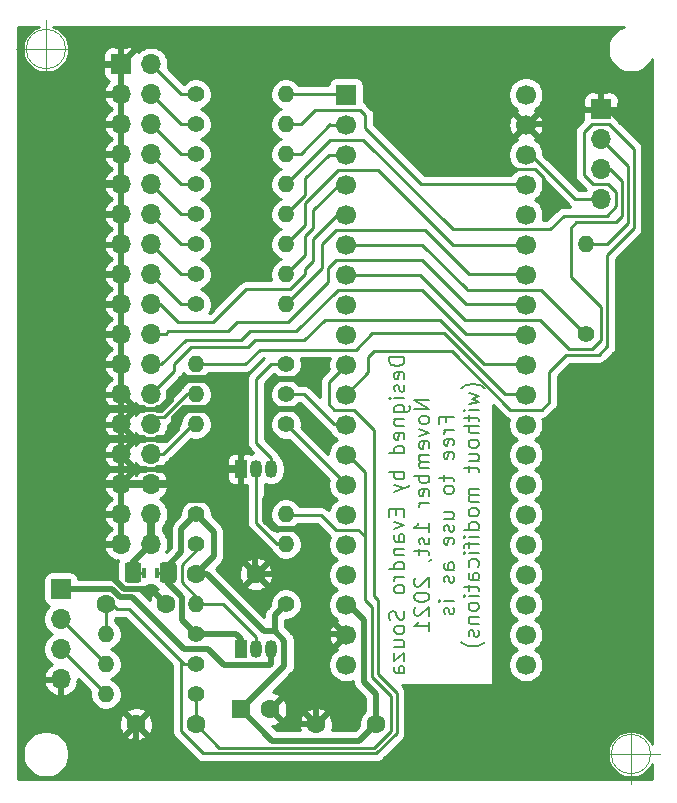
<source format=gbr>
%TF.GenerationSoftware,KiCad,Pcbnew,5.99.0+really5.1.10+dfsg1-1+b1*%
%TF.CreationDate,2021-11-04T03:31:46-03:00*%
%TF.ProjectId,PS2-MSX-F4,5053322d-4d53-4582-9d46-342e6b696361,rev?*%
%TF.SameCoordinates,Original*%
%TF.FileFunction,Copper,L2,Bot*%
%TF.FilePolarity,Positive*%
%FSLAX46Y46*%
G04 Gerber Fmt 4.6, Leading zero omitted, Abs format (unit mm)*
G04 Created by KiCad (PCBNEW 5.99.0+really5.1.10+dfsg1-1+b1) date 2021-11-04 03:31:46*
%MOMM*%
%LPD*%
G01*
G04 APERTURE LIST*
%TA.AperFunction,NonConductor*%
%ADD10C,0.050000*%
%TD*%
%TA.AperFunction,NonConductor*%
%ADD11C,0.150000*%
%TD*%
%TA.AperFunction,ComponentPad*%
%ADD12C,1.600000*%
%TD*%
%TA.AperFunction,ComponentPad*%
%ADD13R,1.600000X1.600000*%
%TD*%
%TA.AperFunction,ComponentPad*%
%ADD14C,1.700000*%
%TD*%
%TA.AperFunction,ComponentPad*%
%ADD15R,1.700000X1.700000*%
%TD*%
%TA.AperFunction,SMDPad,CuDef*%
%ADD16R,0.450000X0.950000*%
%TD*%
%TA.AperFunction,ComponentPad*%
%ADD17O,1.700000X1.700000*%
%TD*%
%TA.AperFunction,ComponentPad*%
%ADD18R,1.050000X1.500000*%
%TD*%
%TA.AperFunction,ComponentPad*%
%ADD19O,1.050000X1.500000*%
%TD*%
%TA.AperFunction,ComponentPad*%
%ADD20O,1.400000X1.400000*%
%TD*%
%TA.AperFunction,ComponentPad*%
%ADD21C,1.400000*%
%TD*%
%TA.AperFunction,Conductor*%
%ADD22C,0.500000*%
%TD*%
%TA.AperFunction,Conductor*%
%ADD23C,0.400000*%
%TD*%
%TA.AperFunction,Conductor*%
%ADD24C,0.250000*%
%TD*%
%TA.AperFunction,Conductor*%
%ADD25C,0.600000*%
%TD*%
%TA.AperFunction,Conductor*%
%ADD26C,0.700000*%
%TD*%
%TA.AperFunction,Conductor*%
%ADD27C,0.254000*%
%TD*%
%TA.AperFunction,Conductor*%
%ADD28C,0.100000*%
%TD*%
G04 APERTURE END LIST*
D10*
X128666666Y-74930000D02*
G75*
G03*
X128666666Y-74930000I-1666666J0D01*
G01*
X124500000Y-74930000D02*
X129500000Y-74930000D01*
X127000000Y-72430000D02*
X127000000Y-77430000D01*
X178196666Y-134620000D02*
G75*
G03*
X178196666Y-134620000I-1666666J0D01*
G01*
X174030000Y-134620000D02*
X179030000Y-134620000D01*
X176530000Y-132120000D02*
X176530000Y-137120000D01*
D11*
X157353955Y-101030171D02*
X156053955Y-101030171D01*
X156053955Y-101339695D01*
X156115860Y-101525409D01*
X156239669Y-101649219D01*
X156363479Y-101711123D01*
X156611098Y-101773028D01*
X156796812Y-101773028D01*
X157044431Y-101711123D01*
X157168240Y-101649219D01*
X157292050Y-101525409D01*
X157353955Y-101339695D01*
X157353955Y-101030171D01*
X157292050Y-102825409D02*
X157353955Y-102701600D01*
X157353955Y-102453980D01*
X157292050Y-102330171D01*
X157168240Y-102268266D01*
X156673002Y-102268266D01*
X156549193Y-102330171D01*
X156487288Y-102453980D01*
X156487288Y-102701600D01*
X156549193Y-102825409D01*
X156673002Y-102887314D01*
X156796812Y-102887314D01*
X156920621Y-102268266D01*
X157292050Y-103382552D02*
X157353955Y-103506361D01*
X157353955Y-103753980D01*
X157292050Y-103877790D01*
X157168240Y-103939695D01*
X157106336Y-103939695D01*
X156982526Y-103877790D01*
X156920621Y-103753980D01*
X156920621Y-103568266D01*
X156858717Y-103444457D01*
X156734907Y-103382552D01*
X156673002Y-103382552D01*
X156549193Y-103444457D01*
X156487288Y-103568266D01*
X156487288Y-103753980D01*
X156549193Y-103877790D01*
X157353955Y-104496838D02*
X156487288Y-104496838D01*
X156053955Y-104496838D02*
X156115860Y-104434933D01*
X156177764Y-104496838D01*
X156115860Y-104558742D01*
X156053955Y-104496838D01*
X156177764Y-104496838D01*
X156487288Y-105673028D02*
X157539669Y-105673028D01*
X157663479Y-105611123D01*
X157725383Y-105549219D01*
X157787288Y-105425409D01*
X157787288Y-105239695D01*
X157725383Y-105115885D01*
X157292050Y-105673028D02*
X157353955Y-105549219D01*
X157353955Y-105301600D01*
X157292050Y-105177790D01*
X157230145Y-105115885D01*
X157106336Y-105053980D01*
X156734907Y-105053980D01*
X156611098Y-105115885D01*
X156549193Y-105177790D01*
X156487288Y-105301600D01*
X156487288Y-105549219D01*
X156549193Y-105673028D01*
X156487288Y-106292076D02*
X157353955Y-106292076D01*
X156611098Y-106292076D02*
X156549193Y-106353980D01*
X156487288Y-106477790D01*
X156487288Y-106663504D01*
X156549193Y-106787314D01*
X156673002Y-106849219D01*
X157353955Y-106849219D01*
X157292050Y-107963504D02*
X157353955Y-107839695D01*
X157353955Y-107592076D01*
X157292050Y-107468266D01*
X157168240Y-107406361D01*
X156673002Y-107406361D01*
X156549193Y-107468266D01*
X156487288Y-107592076D01*
X156487288Y-107839695D01*
X156549193Y-107963504D01*
X156673002Y-108025409D01*
X156796812Y-108025409D01*
X156920621Y-107406361D01*
X157353955Y-109139695D02*
X156053955Y-109139695D01*
X157292050Y-109139695D02*
X157353955Y-109015885D01*
X157353955Y-108768266D01*
X157292050Y-108644457D01*
X157230145Y-108582552D01*
X157106336Y-108520647D01*
X156734907Y-108520647D01*
X156611098Y-108582552D01*
X156549193Y-108644457D01*
X156487288Y-108768266D01*
X156487288Y-109015885D01*
X156549193Y-109139695D01*
X157353955Y-110749219D02*
X156053955Y-110749219D01*
X156549193Y-110749219D02*
X156487288Y-110873028D01*
X156487288Y-111120647D01*
X156549193Y-111244457D01*
X156611098Y-111306361D01*
X156734907Y-111368266D01*
X157106336Y-111368266D01*
X157230145Y-111306361D01*
X157292050Y-111244457D01*
X157353955Y-111120647D01*
X157353955Y-110873028D01*
X157292050Y-110749219D01*
X156487288Y-111801600D02*
X157353955Y-112111123D01*
X156487288Y-112420647D02*
X157353955Y-112111123D01*
X157663479Y-111987314D01*
X157725383Y-111925409D01*
X157787288Y-111801600D01*
X156673002Y-113906361D02*
X156673002Y-114339695D01*
X157353955Y-114525409D02*
X157353955Y-113906361D01*
X156053955Y-113906361D01*
X156053955Y-114525409D01*
X156487288Y-114958742D02*
X157353955Y-115268266D01*
X156487288Y-115577790D01*
X157353955Y-116630171D02*
X156673002Y-116630171D01*
X156549193Y-116568266D01*
X156487288Y-116444457D01*
X156487288Y-116196838D01*
X156549193Y-116073028D01*
X157292050Y-116630171D02*
X157353955Y-116506361D01*
X157353955Y-116196838D01*
X157292050Y-116073028D01*
X157168240Y-116011123D01*
X157044431Y-116011123D01*
X156920621Y-116073028D01*
X156858717Y-116196838D01*
X156858717Y-116506361D01*
X156796812Y-116630171D01*
X156487288Y-117249219D02*
X157353955Y-117249219D01*
X156611098Y-117249219D02*
X156549193Y-117311123D01*
X156487288Y-117434933D01*
X156487288Y-117620647D01*
X156549193Y-117744457D01*
X156673002Y-117806361D01*
X157353955Y-117806361D01*
X157353955Y-118982552D02*
X156053955Y-118982552D01*
X157292050Y-118982552D02*
X157353955Y-118858742D01*
X157353955Y-118611123D01*
X157292050Y-118487314D01*
X157230145Y-118425409D01*
X157106336Y-118363504D01*
X156734907Y-118363504D01*
X156611098Y-118425409D01*
X156549193Y-118487314D01*
X156487288Y-118611123D01*
X156487288Y-118858742D01*
X156549193Y-118982552D01*
X157353955Y-119601600D02*
X156487288Y-119601600D01*
X156734907Y-119601600D02*
X156611098Y-119663504D01*
X156549193Y-119725409D01*
X156487288Y-119849219D01*
X156487288Y-119973028D01*
X157353955Y-120592076D02*
X157292050Y-120468266D01*
X157230145Y-120406361D01*
X157106336Y-120344457D01*
X156734907Y-120344457D01*
X156611098Y-120406361D01*
X156549193Y-120468266D01*
X156487288Y-120592076D01*
X156487288Y-120777790D01*
X156549193Y-120901600D01*
X156611098Y-120963504D01*
X156734907Y-121025409D01*
X157106336Y-121025409D01*
X157230145Y-120963504D01*
X157292050Y-120901600D01*
X157353955Y-120777790D01*
X157353955Y-120592076D01*
X157292050Y-122511123D02*
X157353955Y-122696838D01*
X157353955Y-123006361D01*
X157292050Y-123130171D01*
X157230145Y-123192076D01*
X157106336Y-123253980D01*
X156982526Y-123253980D01*
X156858717Y-123192076D01*
X156796812Y-123130171D01*
X156734907Y-123006361D01*
X156673002Y-122758742D01*
X156611098Y-122634933D01*
X156549193Y-122573028D01*
X156425383Y-122511123D01*
X156301574Y-122511123D01*
X156177764Y-122573028D01*
X156115860Y-122634933D01*
X156053955Y-122758742D01*
X156053955Y-123068266D01*
X156115860Y-123253980D01*
X157353955Y-123996838D02*
X157292050Y-123873028D01*
X157230145Y-123811123D01*
X157106336Y-123749219D01*
X156734907Y-123749219D01*
X156611098Y-123811123D01*
X156549193Y-123873028D01*
X156487288Y-123996838D01*
X156487288Y-124182552D01*
X156549193Y-124306361D01*
X156611098Y-124368266D01*
X156734907Y-124430171D01*
X157106336Y-124430171D01*
X157230145Y-124368266D01*
X157292050Y-124306361D01*
X157353955Y-124182552D01*
X157353955Y-123996838D01*
X156487288Y-125544457D02*
X157353955Y-125544457D01*
X156487288Y-124987314D02*
X157168240Y-124987314D01*
X157292050Y-125049219D01*
X157353955Y-125173028D01*
X157353955Y-125358742D01*
X157292050Y-125482552D01*
X157230145Y-125544457D01*
X156487288Y-126039695D02*
X156487288Y-126720647D01*
X157353955Y-126039695D01*
X157353955Y-126720647D01*
X157353955Y-127773028D02*
X156673002Y-127773028D01*
X156549193Y-127711123D01*
X156487288Y-127587314D01*
X156487288Y-127339695D01*
X156549193Y-127215885D01*
X157292050Y-127773028D02*
X157353955Y-127649219D01*
X157353955Y-127339695D01*
X157292050Y-127215885D01*
X157168240Y-127153980D01*
X157044431Y-127153980D01*
X156920621Y-127215885D01*
X156858717Y-127339695D01*
X156858717Y-127649219D01*
X156796812Y-127773028D01*
X159453955Y-104682552D02*
X158153955Y-104682552D01*
X159453955Y-105425409D01*
X158153955Y-105425409D01*
X159453955Y-106230171D02*
X159392050Y-106106361D01*
X159330145Y-106044457D01*
X159206336Y-105982552D01*
X158834907Y-105982552D01*
X158711098Y-106044457D01*
X158649193Y-106106361D01*
X158587288Y-106230171D01*
X158587288Y-106415885D01*
X158649193Y-106539695D01*
X158711098Y-106601600D01*
X158834907Y-106663504D01*
X159206336Y-106663504D01*
X159330145Y-106601600D01*
X159392050Y-106539695D01*
X159453955Y-106415885D01*
X159453955Y-106230171D01*
X158587288Y-107096838D02*
X159453955Y-107406361D01*
X158587288Y-107715885D01*
X159392050Y-108706361D02*
X159453955Y-108582552D01*
X159453955Y-108334933D01*
X159392050Y-108211123D01*
X159268240Y-108149219D01*
X158773002Y-108149219D01*
X158649193Y-108211123D01*
X158587288Y-108334933D01*
X158587288Y-108582552D01*
X158649193Y-108706361D01*
X158773002Y-108768266D01*
X158896812Y-108768266D01*
X159020621Y-108149219D01*
X159453955Y-109325409D02*
X158587288Y-109325409D01*
X158711098Y-109325409D02*
X158649193Y-109387314D01*
X158587288Y-109511123D01*
X158587288Y-109696838D01*
X158649193Y-109820647D01*
X158773002Y-109882552D01*
X159453955Y-109882552D01*
X158773002Y-109882552D02*
X158649193Y-109944457D01*
X158587288Y-110068266D01*
X158587288Y-110253980D01*
X158649193Y-110377790D01*
X158773002Y-110439695D01*
X159453955Y-110439695D01*
X159453955Y-111058742D02*
X158153955Y-111058742D01*
X158649193Y-111058742D02*
X158587288Y-111182552D01*
X158587288Y-111430171D01*
X158649193Y-111553980D01*
X158711098Y-111615885D01*
X158834907Y-111677790D01*
X159206336Y-111677790D01*
X159330145Y-111615885D01*
X159392050Y-111553980D01*
X159453955Y-111430171D01*
X159453955Y-111182552D01*
X159392050Y-111058742D01*
X159392050Y-112730171D02*
X159453955Y-112606361D01*
X159453955Y-112358742D01*
X159392050Y-112234933D01*
X159268240Y-112173028D01*
X158773002Y-112173028D01*
X158649193Y-112234933D01*
X158587288Y-112358742D01*
X158587288Y-112606361D01*
X158649193Y-112730171D01*
X158773002Y-112792076D01*
X158896812Y-112792076D01*
X159020621Y-112173028D01*
X159453955Y-113349219D02*
X158587288Y-113349219D01*
X158834907Y-113349219D02*
X158711098Y-113411123D01*
X158649193Y-113473028D01*
X158587288Y-113596838D01*
X158587288Y-113720647D01*
X159453955Y-115825409D02*
X159453955Y-115082552D01*
X159453955Y-115453980D02*
X158153955Y-115453980D01*
X158339669Y-115330171D01*
X158463479Y-115206361D01*
X158525383Y-115082552D01*
X159392050Y-116320647D02*
X159453955Y-116444457D01*
X159453955Y-116692076D01*
X159392050Y-116815885D01*
X159268240Y-116877790D01*
X159206336Y-116877790D01*
X159082526Y-116815885D01*
X159020621Y-116692076D01*
X159020621Y-116506361D01*
X158958717Y-116382552D01*
X158834907Y-116320647D01*
X158773002Y-116320647D01*
X158649193Y-116382552D01*
X158587288Y-116506361D01*
X158587288Y-116692076D01*
X158649193Y-116815885D01*
X158587288Y-117249219D02*
X158587288Y-117744457D01*
X158153955Y-117434933D02*
X159268240Y-117434933D01*
X159392050Y-117496838D01*
X159453955Y-117620647D01*
X159453955Y-117744457D01*
X159392050Y-118239695D02*
X159453955Y-118239695D01*
X159577764Y-118177790D01*
X159639669Y-118115885D01*
X158277764Y-119725409D02*
X158215860Y-119787314D01*
X158153955Y-119911123D01*
X158153955Y-120220647D01*
X158215860Y-120344457D01*
X158277764Y-120406361D01*
X158401574Y-120468266D01*
X158525383Y-120468266D01*
X158711098Y-120406361D01*
X159453955Y-119663504D01*
X159453955Y-120468266D01*
X158153955Y-121273028D02*
X158153955Y-121396838D01*
X158215860Y-121520647D01*
X158277764Y-121582552D01*
X158401574Y-121644457D01*
X158649193Y-121706361D01*
X158958717Y-121706361D01*
X159206336Y-121644457D01*
X159330145Y-121582552D01*
X159392050Y-121520647D01*
X159453955Y-121396838D01*
X159453955Y-121273028D01*
X159392050Y-121149219D01*
X159330145Y-121087314D01*
X159206336Y-121025409D01*
X158958717Y-120963504D01*
X158649193Y-120963504D01*
X158401574Y-121025409D01*
X158277764Y-121087314D01*
X158215860Y-121149219D01*
X158153955Y-121273028D01*
X158277764Y-122201600D02*
X158215860Y-122263504D01*
X158153955Y-122387314D01*
X158153955Y-122696838D01*
X158215860Y-122820647D01*
X158277764Y-122882552D01*
X158401574Y-122944457D01*
X158525383Y-122944457D01*
X158711098Y-122882552D01*
X159453955Y-122139695D01*
X159453955Y-122944457D01*
X159453955Y-124182552D02*
X159453955Y-123439695D01*
X159453955Y-123811123D02*
X158153955Y-123811123D01*
X158339669Y-123687314D01*
X158463479Y-123563504D01*
X158525383Y-123439695D01*
X160873002Y-106508742D02*
X160873002Y-106075409D01*
X161553955Y-106075409D02*
X160253955Y-106075409D01*
X160253955Y-106694457D01*
X161553955Y-107189695D02*
X160687288Y-107189695D01*
X160934907Y-107189695D02*
X160811098Y-107251600D01*
X160749193Y-107313504D01*
X160687288Y-107437314D01*
X160687288Y-107561123D01*
X161492050Y-108489695D02*
X161553955Y-108365885D01*
X161553955Y-108118266D01*
X161492050Y-107994457D01*
X161368240Y-107932552D01*
X160873002Y-107932552D01*
X160749193Y-107994457D01*
X160687288Y-108118266D01*
X160687288Y-108365885D01*
X160749193Y-108489695D01*
X160873002Y-108551600D01*
X160996812Y-108551600D01*
X161120621Y-107932552D01*
X161492050Y-109603980D02*
X161553955Y-109480171D01*
X161553955Y-109232552D01*
X161492050Y-109108742D01*
X161368240Y-109046838D01*
X160873002Y-109046838D01*
X160749193Y-109108742D01*
X160687288Y-109232552D01*
X160687288Y-109480171D01*
X160749193Y-109603980D01*
X160873002Y-109665885D01*
X160996812Y-109665885D01*
X161120621Y-109046838D01*
X160687288Y-111027790D02*
X160687288Y-111523028D01*
X160253955Y-111213504D02*
X161368240Y-111213504D01*
X161492050Y-111275409D01*
X161553955Y-111399219D01*
X161553955Y-111523028D01*
X161553955Y-112142076D02*
X161492050Y-112018266D01*
X161430145Y-111956361D01*
X161306336Y-111894457D01*
X160934907Y-111894457D01*
X160811098Y-111956361D01*
X160749193Y-112018266D01*
X160687288Y-112142076D01*
X160687288Y-112327790D01*
X160749193Y-112451600D01*
X160811098Y-112513504D01*
X160934907Y-112575409D01*
X161306336Y-112575409D01*
X161430145Y-112513504D01*
X161492050Y-112451600D01*
X161553955Y-112327790D01*
X161553955Y-112142076D01*
X160687288Y-114680171D02*
X161553955Y-114680171D01*
X160687288Y-114123028D02*
X161368240Y-114123028D01*
X161492050Y-114184933D01*
X161553955Y-114308742D01*
X161553955Y-114494457D01*
X161492050Y-114618266D01*
X161430145Y-114680171D01*
X161492050Y-115237314D02*
X161553955Y-115361123D01*
X161553955Y-115608742D01*
X161492050Y-115732552D01*
X161368240Y-115794457D01*
X161306336Y-115794457D01*
X161182526Y-115732552D01*
X161120621Y-115608742D01*
X161120621Y-115423028D01*
X161058717Y-115299219D01*
X160934907Y-115237314D01*
X160873002Y-115237314D01*
X160749193Y-115299219D01*
X160687288Y-115423028D01*
X160687288Y-115608742D01*
X160749193Y-115732552D01*
X161492050Y-116846838D02*
X161553955Y-116723028D01*
X161553955Y-116475409D01*
X161492050Y-116351600D01*
X161368240Y-116289695D01*
X160873002Y-116289695D01*
X160749193Y-116351600D01*
X160687288Y-116475409D01*
X160687288Y-116723028D01*
X160749193Y-116846838D01*
X160873002Y-116908742D01*
X160996812Y-116908742D01*
X161120621Y-116289695D01*
X161553955Y-119013504D02*
X160873002Y-119013504D01*
X160749193Y-118951600D01*
X160687288Y-118827790D01*
X160687288Y-118580171D01*
X160749193Y-118456361D01*
X161492050Y-119013504D02*
X161553955Y-118889695D01*
X161553955Y-118580171D01*
X161492050Y-118456361D01*
X161368240Y-118394457D01*
X161244431Y-118394457D01*
X161120621Y-118456361D01*
X161058717Y-118580171D01*
X161058717Y-118889695D01*
X160996812Y-119013504D01*
X161492050Y-119570647D02*
X161553955Y-119694457D01*
X161553955Y-119942076D01*
X161492050Y-120065885D01*
X161368240Y-120127790D01*
X161306336Y-120127790D01*
X161182526Y-120065885D01*
X161120621Y-119942076D01*
X161120621Y-119756361D01*
X161058717Y-119632552D01*
X160934907Y-119570647D01*
X160873002Y-119570647D01*
X160749193Y-119632552D01*
X160687288Y-119756361D01*
X160687288Y-119942076D01*
X160749193Y-120065885D01*
X161553955Y-121675409D02*
X160687288Y-121675409D01*
X160253955Y-121675409D02*
X160315860Y-121613504D01*
X160377764Y-121675409D01*
X160315860Y-121737314D01*
X160253955Y-121675409D01*
X160377764Y-121675409D01*
X161492050Y-122232552D02*
X161553955Y-122356361D01*
X161553955Y-122603980D01*
X161492050Y-122727790D01*
X161368240Y-122789695D01*
X161306336Y-122789695D01*
X161182526Y-122727790D01*
X161120621Y-122603980D01*
X161120621Y-122418266D01*
X161058717Y-122294457D01*
X160934907Y-122232552D01*
X160873002Y-122232552D01*
X160749193Y-122294457D01*
X160687288Y-122418266D01*
X160687288Y-122603980D01*
X160749193Y-122727790D01*
X164149193Y-103661123D02*
X164087288Y-103599219D01*
X163901574Y-103475409D01*
X163777764Y-103413504D01*
X163592050Y-103351600D01*
X163282526Y-103289695D01*
X163034907Y-103289695D01*
X162725383Y-103351600D01*
X162539669Y-103413504D01*
X162415860Y-103475409D01*
X162230145Y-103599219D01*
X162168240Y-103661123D01*
X162787288Y-104032552D02*
X163653955Y-104280171D01*
X163034907Y-104527790D01*
X163653955Y-104775409D01*
X162787288Y-105023028D01*
X163653955Y-105518266D02*
X162787288Y-105518266D01*
X162353955Y-105518266D02*
X162415860Y-105456361D01*
X162477764Y-105518266D01*
X162415860Y-105580171D01*
X162353955Y-105518266D01*
X162477764Y-105518266D01*
X162787288Y-105951600D02*
X162787288Y-106446838D01*
X162353955Y-106137314D02*
X163468240Y-106137314D01*
X163592050Y-106199219D01*
X163653955Y-106323028D01*
X163653955Y-106446838D01*
X163653955Y-106880171D02*
X162353955Y-106880171D01*
X163653955Y-107437314D02*
X162973002Y-107437314D01*
X162849193Y-107375409D01*
X162787288Y-107251600D01*
X162787288Y-107065885D01*
X162849193Y-106942076D01*
X162911098Y-106880171D01*
X163653955Y-108242076D02*
X163592050Y-108118266D01*
X163530145Y-108056361D01*
X163406336Y-107994457D01*
X163034907Y-107994457D01*
X162911098Y-108056361D01*
X162849193Y-108118266D01*
X162787288Y-108242076D01*
X162787288Y-108427790D01*
X162849193Y-108551600D01*
X162911098Y-108613504D01*
X163034907Y-108675409D01*
X163406336Y-108675409D01*
X163530145Y-108613504D01*
X163592050Y-108551600D01*
X163653955Y-108427790D01*
X163653955Y-108242076D01*
X162787288Y-109789695D02*
X163653955Y-109789695D01*
X162787288Y-109232552D02*
X163468240Y-109232552D01*
X163592050Y-109294457D01*
X163653955Y-109418266D01*
X163653955Y-109603980D01*
X163592050Y-109727790D01*
X163530145Y-109789695D01*
X162787288Y-110223028D02*
X162787288Y-110718266D01*
X162353955Y-110408742D02*
X163468240Y-110408742D01*
X163592050Y-110470647D01*
X163653955Y-110594457D01*
X163653955Y-110718266D01*
X163653955Y-112142076D02*
X162787288Y-112142076D01*
X162911098Y-112142076D02*
X162849193Y-112203980D01*
X162787288Y-112327790D01*
X162787288Y-112513504D01*
X162849193Y-112637314D01*
X162973002Y-112699219D01*
X163653955Y-112699219D01*
X162973002Y-112699219D02*
X162849193Y-112761123D01*
X162787288Y-112884933D01*
X162787288Y-113070647D01*
X162849193Y-113194457D01*
X162973002Y-113256361D01*
X163653955Y-113256361D01*
X163653955Y-114061123D02*
X163592050Y-113937314D01*
X163530145Y-113875409D01*
X163406336Y-113813504D01*
X163034907Y-113813504D01*
X162911098Y-113875409D01*
X162849193Y-113937314D01*
X162787288Y-114061123D01*
X162787288Y-114246838D01*
X162849193Y-114370647D01*
X162911098Y-114432552D01*
X163034907Y-114494457D01*
X163406336Y-114494457D01*
X163530145Y-114432552D01*
X163592050Y-114370647D01*
X163653955Y-114246838D01*
X163653955Y-114061123D01*
X163653955Y-115608742D02*
X162353955Y-115608742D01*
X163592050Y-115608742D02*
X163653955Y-115484933D01*
X163653955Y-115237314D01*
X163592050Y-115113504D01*
X163530145Y-115051600D01*
X163406336Y-114989695D01*
X163034907Y-114989695D01*
X162911098Y-115051600D01*
X162849193Y-115113504D01*
X162787288Y-115237314D01*
X162787288Y-115484933D01*
X162849193Y-115608742D01*
X163653955Y-116227790D02*
X162787288Y-116227790D01*
X162353955Y-116227790D02*
X162415860Y-116165885D01*
X162477764Y-116227790D01*
X162415860Y-116289695D01*
X162353955Y-116227790D01*
X162477764Y-116227790D01*
X162787288Y-116661123D02*
X162787288Y-117156361D01*
X163653955Y-116846838D02*
X162539669Y-116846838D01*
X162415860Y-116908742D01*
X162353955Y-117032552D01*
X162353955Y-117156361D01*
X163653955Y-117589695D02*
X162787288Y-117589695D01*
X162353955Y-117589695D02*
X162415860Y-117527790D01*
X162477764Y-117589695D01*
X162415860Y-117651600D01*
X162353955Y-117589695D01*
X162477764Y-117589695D01*
X163592050Y-118765885D02*
X163653955Y-118642076D01*
X163653955Y-118394457D01*
X163592050Y-118270647D01*
X163530145Y-118208742D01*
X163406336Y-118146838D01*
X163034907Y-118146838D01*
X162911098Y-118208742D01*
X162849193Y-118270647D01*
X162787288Y-118394457D01*
X162787288Y-118642076D01*
X162849193Y-118765885D01*
X163653955Y-119880171D02*
X162973002Y-119880171D01*
X162849193Y-119818266D01*
X162787288Y-119694457D01*
X162787288Y-119446838D01*
X162849193Y-119323028D01*
X163592050Y-119880171D02*
X163653955Y-119756361D01*
X163653955Y-119446838D01*
X163592050Y-119323028D01*
X163468240Y-119261123D01*
X163344431Y-119261123D01*
X163220621Y-119323028D01*
X163158717Y-119446838D01*
X163158717Y-119756361D01*
X163096812Y-119880171D01*
X162787288Y-120313504D02*
X162787288Y-120808742D01*
X162353955Y-120499219D02*
X163468240Y-120499219D01*
X163592050Y-120561123D01*
X163653955Y-120684933D01*
X163653955Y-120808742D01*
X163653955Y-121242076D02*
X162787288Y-121242076D01*
X162353955Y-121242076D02*
X162415860Y-121180171D01*
X162477764Y-121242076D01*
X162415860Y-121303980D01*
X162353955Y-121242076D01*
X162477764Y-121242076D01*
X163653955Y-122046838D02*
X163592050Y-121923028D01*
X163530145Y-121861123D01*
X163406336Y-121799219D01*
X163034907Y-121799219D01*
X162911098Y-121861123D01*
X162849193Y-121923028D01*
X162787288Y-122046838D01*
X162787288Y-122232552D01*
X162849193Y-122356361D01*
X162911098Y-122418266D01*
X163034907Y-122480171D01*
X163406336Y-122480171D01*
X163530145Y-122418266D01*
X163592050Y-122356361D01*
X163653955Y-122232552D01*
X163653955Y-122046838D01*
X162787288Y-123037314D02*
X163653955Y-123037314D01*
X162911098Y-123037314D02*
X162849193Y-123099219D01*
X162787288Y-123223028D01*
X162787288Y-123408742D01*
X162849193Y-123532552D01*
X162973002Y-123594457D01*
X163653955Y-123594457D01*
X163592050Y-124151600D02*
X163653955Y-124275409D01*
X163653955Y-124523028D01*
X163592050Y-124646838D01*
X163468240Y-124708742D01*
X163406336Y-124708742D01*
X163282526Y-124646838D01*
X163220621Y-124523028D01*
X163220621Y-124337314D01*
X163158717Y-124213504D01*
X163034907Y-124151600D01*
X162973002Y-124151600D01*
X162849193Y-124213504D01*
X162787288Y-124337314D01*
X162787288Y-124523028D01*
X162849193Y-124646838D01*
X164149193Y-125142076D02*
X164087288Y-125203980D01*
X163901574Y-125327790D01*
X163777764Y-125389695D01*
X163592050Y-125451600D01*
X163282526Y-125513504D01*
X163034907Y-125513504D01*
X162725383Y-125451600D01*
X162539669Y-125389695D01*
X162415860Y-125327790D01*
X162230145Y-125203980D01*
X162168240Y-125142076D01*
D12*
%TO.P,C4,2*%
%TO.N,GNDD*%
X146010000Y-130810000D03*
D13*
%TO.P,C4,1*%
%TO.N,+5VD*%
X143510000Y-130810000D03*
%TD*%
D14*
%TO.P,U1,20*%
%TO.N,Net-(U1-Pad20)*%
X152400000Y-127050800D03*
%TO.P,U1,21*%
%TO.N,Net-(U1-Pad21)*%
X167640000Y-127050800D03*
%TO.P,U1,19*%
%TO.N,GNDD*%
X152400000Y-124510800D03*
%TO.P,U1,22*%
%TO.N,Net-(U1-Pad22)*%
X167640000Y-124510800D03*
%TO.P,U1,18*%
%TO.N,+5VD*%
X152400000Y-121970800D03*
%TO.P,U1,23*%
%TO.N,Net-(U1-Pad23)*%
X167640000Y-121970800D03*
%TO.P,U1,17*%
%TO.N,Net-(U1-Pad17)*%
X152400000Y-119430800D03*
%TO.P,U1,24*%
%TO.N,Net-(U1-Pad24)*%
X167640000Y-119430800D03*
%TO.P,U1,16*%
%TO.N,Net-(U1-Pad16)*%
X152400000Y-116890800D03*
%TO.P,U1,25*%
%TO.N,Net-(U1-Pad25)*%
X167640000Y-116890800D03*
%TO.P,U1,15*%
%TO.N,Net-(U1-Pad15)*%
X152400000Y-114350800D03*
%TO.P,U1,26*%
%TO.N,Net-(U1-Pad26)*%
X167640000Y-114350800D03*
%TO.P,U1,14*%
%TO.N,/KanaL*%
X152400000Y-111810800D03*
%TO.P,U1,27*%
%TO.N,Net-(U1-Pad27)*%
X167640000Y-111810800D03*
%TO.P,U1,13*%
%TO.N,/PS2Data*%
X152400000Y-109270800D03*
%TO.P,U1,28*%
%TO.N,Net-(U1-Pad28)*%
X167640000Y-109270800D03*
%TO.P,U1,12*%
%TO.N,/CapsL*%
X152400000Y-106730800D03*
%TO.P,U1,29*%
%TO.N,Net-(U1-Pad29)*%
X167640000Y-106730800D03*
%TO.P,U1,11*%
%TO.N,/X3'*%
X152400000Y-104190800D03*
%TO.P,U1,30*%
%TO.N,Net-(R10-Pad2)*%
X167640000Y-104190800D03*
%TO.P,U1,10*%
%TO.N,/PS2Clk*%
X152400000Y-101650800D03*
%TO.P,U1,31*%
%TO.N,/Y3*%
X167640000Y-101650800D03*
%TO.P,U1,9*%
%TO.N,Net-(U1-Pad9)*%
X152400000Y-99110800D03*
%TO.P,U1,32*%
%TO.N,/Y2*%
X167640000Y-99110800D03*
%TO.P,U1,8*%
%TO.N,Net-(U1-Pad8)*%
X152400000Y-96570800D03*
%TO.P,U1,33*%
%TO.N,/Y1*%
X167640000Y-96570800D03*
%TO.P,U1,7*%
%TO.N,/3.3V_Serial_RX*%
X152400000Y-94030800D03*
%TO.P,U1,34*%
%TO.N,/X7'*%
X167640000Y-94030800D03*
%TO.P,U1,6*%
%TO.N,Net-(R9-Pad1)*%
X152400000Y-91490800D03*
%TO.P,U1,35*%
%TO.N,/X5'*%
X167640000Y-91490800D03*
%TO.P,U1,5*%
%TO.N,/Y0*%
X152400000Y-88950800D03*
%TO.P,U1,36*%
%TO.N,Net-(U1-Pad36)*%
X167640000Y-88950800D03*
%TO.P,U1,4*%
%TO.N,/X6'*%
X152400000Y-86410800D03*
%TO.P,U1,37*%
%TO.N,/X1'*%
X167640000Y-86410800D03*
%TO.P,U1,3*%
%TO.N,/X4'*%
X152400000Y-83870800D03*
%TO.P,U1,38*%
%TO.N,+3V3*%
X167640000Y-83870800D03*
%TO.P,U1,2*%
%TO.N,/X2'*%
X152400000Y-81330800D03*
%TO.P,U1,39*%
%TO.N,GNDD*%
X167640000Y-81330800D03*
D15*
%TO.P,U1,1*%
%TO.N,Net-(R1-Pad2)*%
X152400000Y-78790800D03*
D14*
%TO.P,U1,40*%
%TO.N,Net-(U1-Pad40)*%
X167640000Y-78790800D03*
%TD*%
D16*
%TO.P,F1,2*%
%TO.N,Net-(F1-Pad2)*%
X135282940Y-119258080D03*
%TO.P,F1,1*%
%TO.N,+5VD*%
X136428480Y-119258080D03*
%TO.P,F1,2*%
%TO.N,Net-(F1-Pad2)*%
%TA.AperFunction,SMDPad,CuDef*%
G36*
G01*
X135081980Y-118630540D02*
X135081980Y-119880540D01*
G75*
G02*
X134831980Y-120130540I-250000J0D01*
G01*
X133906980Y-120130540D01*
G75*
G02*
X133656980Y-119880540I0J250000D01*
G01*
X133656980Y-118630540D01*
G75*
G02*
X133906980Y-118380540I250000J0D01*
G01*
X134831980Y-118380540D01*
G75*
G02*
X135081980Y-118630540I0J-250000D01*
G01*
G37*
%TD.AperFunction*%
%TO.P,F1,1*%
%TO.N,+5VD*%
%TA.AperFunction,SMDPad,CuDef*%
G36*
G01*
X138056980Y-118630540D02*
X138056980Y-119880540D01*
G75*
G02*
X137806980Y-120130540I-250000J0D01*
G01*
X136881980Y-120130540D01*
G75*
G02*
X136631980Y-119880540I0J250000D01*
G01*
X136631980Y-118630540D01*
G75*
G02*
X136881980Y-118380540I250000J0D01*
G01*
X137806980Y-118380540D01*
G75*
G02*
X138056980Y-118630540I0J-250000D01*
G01*
G37*
%TD.AperFunction*%
%TD*%
D17*
%TO.P,J1,34*%
%TO.N,Net-(F1-Pad2)*%
X135890000Y-116840000D03*
%TO.P,J1,33*%
%TO.N,GNDD*%
X133350000Y-116840000D03*
%TO.P,J1,32*%
%TO.N,Net-(F1-Pad2)*%
X135890000Y-114300000D03*
%TO.P,J1,31*%
%TO.N,GNDD*%
X133350000Y-114300000D03*
%TO.P,J1,30*%
X135890000Y-111760000D03*
%TO.P,J1,29*%
X133350000Y-111760000D03*
%TO.P,J1,28*%
%TO.N,/KanaLed*%
X135890000Y-109220000D03*
%TO.P,J1,27*%
%TO.N,GNDD*%
X133350000Y-109220000D03*
%TO.P,J1,26*%
%TO.N,/CapsLed*%
X135890000Y-106680000D03*
%TO.P,J1,25*%
%TO.N,GNDD*%
X133350000Y-106680000D03*
%TO.P,J1,24*%
%TO.N,/Y3*%
X135890000Y-104140000D03*
%TO.P,J1,23*%
%TO.N,GNDD*%
X133350000Y-104140000D03*
%TO.P,J1,22*%
%TO.N,/Y2*%
X135890000Y-101600000D03*
%TO.P,J1,21*%
%TO.N,GNDD*%
X133350000Y-101600000D03*
%TO.P,J1,20*%
%TO.N,/Y1*%
X135890000Y-99060000D03*
%TO.P,J1,19*%
%TO.N,GNDD*%
X133350000Y-99060000D03*
%TO.P,J1,18*%
%TO.N,/Y0*%
X135890000Y-96520000D03*
%TO.P,J1,17*%
%TO.N,GNDD*%
X133350000Y-96520000D03*
%TO.P,J1,16*%
%TO.N,/X7*%
X135890000Y-93980000D03*
%TO.P,J1,15*%
%TO.N,GNDD*%
X133350000Y-93980000D03*
%TO.P,J1,14*%
%TO.N,/X6*%
X135890000Y-91440000D03*
%TO.P,J1,13*%
%TO.N,GNDD*%
X133350000Y-91440000D03*
%TO.P,J1,12*%
%TO.N,/X5*%
X135890000Y-88900000D03*
%TO.P,J1,11*%
%TO.N,GNDD*%
X133350000Y-88900000D03*
%TO.P,J1,10*%
%TO.N,/X4*%
X135890000Y-86360000D03*
%TO.P,J1,9*%
%TO.N,GNDD*%
X133350000Y-86360000D03*
%TO.P,J1,8*%
%TO.N,/X3*%
X135890000Y-83820000D03*
%TO.P,J1,7*%
%TO.N,GNDD*%
X133350000Y-83820000D03*
%TO.P,J1,6*%
%TO.N,/X2*%
X135890000Y-81280000D03*
%TO.P,J1,5*%
%TO.N,GNDD*%
X133350000Y-81280000D03*
%TO.P,J1,4*%
%TO.N,/X1*%
X135890000Y-78740000D03*
%TO.P,J1,3*%
%TO.N,GNDD*%
X133350000Y-78740000D03*
%TO.P,J1,2*%
%TO.N,/X0*%
X135890000Y-76200000D03*
D15*
%TO.P,J1,1*%
%TO.N,GNDD*%
X133350000Y-76200000D03*
%TD*%
D17*
%TO.P,J2,4*%
%TO.N,+3V3*%
X173990000Y-87630000D03*
%TO.P,J2,3*%
%TO.N,/3.3V_Serial_RX*%
X173990000Y-85090000D03*
%TO.P,J2,2*%
%TO.N,/3.3V_Serial_TX*%
X173990000Y-82550000D03*
D15*
%TO.P,J2,1*%
%TO.N,GNDD*%
X173990000Y-80010000D03*
%TD*%
D12*
%TO.P,C5,2*%
%TO.N,GNDD*%
X149860000Y-132080000D03*
%TO.P,C5,1*%
%TO.N,+5VD*%
X154940000Y-132080000D03*
%TD*%
%TO.P,C3,2*%
%TO.N,GNDD*%
X134620000Y-132080000D03*
%TO.P,C3,1*%
%TO.N,/PS2Data*%
X139700000Y-132080000D03*
%TD*%
%TO.P,C2,2*%
%TO.N,GNDD*%
X137160000Y-121920000D03*
%TO.P,C2,1*%
%TO.N,/PS2Clk*%
X132080000Y-121920000D03*
%TD*%
%TO.P,C1,2*%
%TO.N,GNDD*%
X144780000Y-119380000D03*
%TO.P,C1,1*%
%TO.N,+5VD*%
X139700000Y-119380000D03*
%TD*%
D18*
%TO.P,Q1,1*%
%TO.N,GNDD*%
X143510000Y-110490000D03*
D19*
%TO.P,Q1,3*%
%TO.N,Net-(Q1-Pad3)*%
X146050000Y-110490000D03*
%TO.P,Q1,2*%
%TO.N,Net-(Q1-Pad2)*%
X144780000Y-110490000D03*
%TD*%
D18*
%TO.P,Q2,1*%
%TO.N,+5VD*%
X143522700Y-125730000D03*
D19*
%TO.P,Q2,3*%
%TO.N,/+5V_PS2_Keyboard*%
X146062700Y-125730000D03*
%TO.P,Q2,2*%
%TO.N,Net-(Q2-Pad2)*%
X144792700Y-125730000D03*
%TD*%
D17*
%TO.P,J3,4*%
%TO.N,GNDD*%
X128270000Y-128270000D03*
%TO.P,J3,3*%
%TO.N,/PS2DataPin*%
X128270000Y-125730000D03*
%TO.P,J3,2*%
%TO.N,/PS2ClkPin*%
X128270000Y-123190000D03*
D15*
%TO.P,J3,1*%
%TO.N,/+5V_PS2_Keyboard*%
X128270000Y-120650000D03*
%TD*%
D20*
%TO.P,R18,2*%
%TO.N,/PS2DataPin*%
X132080000Y-129540000D03*
D21*
%TO.P,R18,1*%
%TO.N,/PS2Data*%
X139700000Y-129540000D03*
%TD*%
D20*
%TO.P,R17,2*%
%TO.N,/PS2ClkPin*%
X132080000Y-127000000D03*
D21*
%TO.P,R17,1*%
%TO.N,/PS2Clk*%
X139700000Y-127000000D03*
%TD*%
D20*
%TO.P,R15,2*%
%TO.N,Net-(Q2-Pad2)*%
X139700000Y-121920000D03*
D21*
%TO.P,R15,1*%
%TO.N,+5VD*%
X147320000Y-121920000D03*
%TD*%
D20*
%TO.P,R14,2*%
%TO.N,Net-(Q1-Pad2)*%
X147320000Y-116840000D03*
D21*
%TO.P,R14,1*%
%TO.N,Net-(Q2-Pad2)*%
X139700000Y-116840000D03*
%TD*%
D20*
%TO.P,R10,2*%
%TO.N,Net-(R10-Pad2)*%
X139700000Y-101600000D03*
D21*
%TO.P,R10,1*%
%TO.N,Net-(Q1-Pad3)*%
X147320000Y-101600000D03*
%TD*%
D20*
%TO.P,R16,2*%
%TO.N,/PS2Clk*%
X132080000Y-124460000D03*
D21*
%TO.P,R16,1*%
%TO.N,+5VD*%
X139700000Y-124460000D03*
%TD*%
D20*
%TO.P,R11,2*%
%TO.N,/CapsLed*%
X139700000Y-104140000D03*
D21*
%TO.P,R11,1*%
%TO.N,/CapsL*%
X147320000Y-104140000D03*
%TD*%
D20*
%TO.P,R9,2*%
%TO.N,/3.3V_Serial_TX*%
X172720000Y-91440000D03*
D21*
%TO.P,R9,1*%
%TO.N,Net-(R9-Pad1)*%
X172720000Y-99060000D03*
%TD*%
D20*
%TO.P,R12,2*%
%TO.N,/KanaLed*%
X139700000Y-106680000D03*
D21*
%TO.P,R12,1*%
%TO.N,/KanaL*%
X147320000Y-106680000D03*
%TD*%
D20*
%TO.P,R13,2*%
%TO.N,/PS2Data*%
X147320000Y-114300000D03*
D21*
%TO.P,R13,1*%
%TO.N,+5VD*%
X139700000Y-114300000D03*
%TD*%
D20*
%TO.P,R1,2*%
%TO.N,Net-(R1-Pad2)*%
X147320000Y-78740000D03*
D21*
%TO.P,R1,1*%
%TO.N,/X0*%
X139700000Y-78740000D03*
%TD*%
D20*
%TO.P,R2,2*%
%TO.N,/X1'*%
X147320000Y-81280000D03*
D21*
%TO.P,R2,1*%
%TO.N,/X1*%
X139700000Y-81280000D03*
%TD*%
D20*
%TO.P,R3,2*%
%TO.N,/X2'*%
X147320000Y-83820000D03*
D21*
%TO.P,R3,1*%
%TO.N,/X2*%
X139700000Y-83820000D03*
%TD*%
D20*
%TO.P,R4,2*%
%TO.N,/X3'*%
X147320000Y-86360000D03*
D21*
%TO.P,R4,1*%
%TO.N,/X3*%
X139700000Y-86360000D03*
%TD*%
D20*
%TO.P,R5,2*%
%TO.N,/X4'*%
X147320000Y-88900000D03*
D21*
%TO.P,R5,1*%
%TO.N,/X4*%
X139700000Y-88900000D03*
%TD*%
D20*
%TO.P,R6,2*%
%TO.N,/X5'*%
X147320000Y-91440000D03*
D21*
%TO.P,R6,1*%
%TO.N,/X5*%
X139700000Y-91440000D03*
%TD*%
D20*
%TO.P,R7,2*%
%TO.N,/X6'*%
X147320000Y-93980000D03*
D21*
%TO.P,R7,1*%
%TO.N,/X6*%
X139700000Y-93980000D03*
%TD*%
D20*
%TO.P,R8,2*%
%TO.N,/X7'*%
X147320000Y-96520000D03*
D21*
%TO.P,R8,1*%
%TO.N,/X7*%
X139700000Y-96520000D03*
%TD*%
D22*
%TO.N,GNDD*%
X133344920Y-111757460D02*
X134614920Y-110487460D01*
X129603500Y-132080000D02*
X127063500Y-129540000D01*
X127698500Y-88900000D02*
X127698500Y-83820000D01*
X127698500Y-99060000D02*
X127698500Y-88900000D01*
X127698500Y-104140000D02*
X127698500Y-99060000D01*
X127698500Y-109220000D02*
X127698500Y-104140000D01*
X127698500Y-118745000D02*
X127698500Y-114300000D01*
X127698500Y-114300000D02*
X127698500Y-109220000D01*
X171513500Y-130175000D02*
X171513500Y-130810000D01*
X171513500Y-128905000D02*
X171513500Y-130175000D01*
X170561000Y-131762500D02*
X171513500Y-130810000D01*
X169291000Y-133032500D02*
X170561000Y-131762500D01*
X168338500Y-133985000D02*
X169291000Y-133032500D01*
X131508500Y-133985000D02*
X132143500Y-134620000D01*
X129603500Y-132080000D02*
X130746500Y-133223000D01*
X130746500Y-133223000D02*
X131508500Y-133985000D01*
X127063500Y-129540000D02*
X127063500Y-131318000D01*
X129984500Y-133985000D02*
X129857500Y-134112000D01*
X131508500Y-133985000D02*
X129984500Y-133985000D01*
X132143500Y-134620000D02*
X130365500Y-134620000D01*
X129857500Y-134112000D02*
X130365500Y-134620000D01*
X166941500Y-135382000D02*
X168338500Y-133985000D01*
X171756700Y-76240000D02*
X171767500Y-76250800D01*
X167894000Y-76517500D02*
X171987200Y-76517500D01*
X134599680Y-110528100D02*
X133329680Y-109258100D01*
X165862000Y-136398000D02*
X166878000Y-135382000D01*
X137096500Y-136398000D02*
X137160000Y-136398000D01*
X132143500Y-136398000D02*
X132207000Y-136398000D01*
X130365500Y-134620000D02*
X132143500Y-136398000D01*
X133921500Y-136398000D02*
X133985000Y-136398000D01*
X132143500Y-134620000D02*
X133921500Y-136398000D01*
X129603500Y-132080000D02*
X128746250Y-132937250D01*
X128746250Y-132937250D02*
X128682750Y-132937250D01*
X127063500Y-131318000D02*
X128682750Y-132937250D01*
X128682750Y-132937250D02*
X129857500Y-134112000D01*
X166814500Y-135382000D02*
X158140400Y-135382000D01*
X159207200Y-134366000D02*
X167830500Y-134366000D01*
X160324800Y-133350000D02*
X168973500Y-133350000D01*
X160274000Y-133299200D02*
X160324800Y-133350000D01*
X161315400Y-132207000D02*
X170116500Y-132207000D01*
X161290000Y-132232400D02*
X161315400Y-132207000D01*
X162356800Y-131191000D02*
X171005500Y-131191000D01*
X163322000Y-130200400D02*
X163347400Y-130175000D01*
X169799000Y-81280000D02*
X167703500Y-81280000D01*
X169862500Y-81216500D02*
X169799000Y-81280000D01*
X151828500Y-74295000D02*
X151892000Y-74295000D01*
X134612380Y-105394760D02*
X133342380Y-104124760D01*
X133332220Y-106674920D02*
X134602220Y-105404920D01*
X163982400Y-129540000D02*
X171513500Y-129540000D01*
X164033200Y-129540000D02*
X163982400Y-129540000D01*
X157124400Y-136398000D02*
X156362400Y-136398000D01*
X163982400Y-129540000D02*
X157124400Y-136398000D01*
X132080000Y-136398000D02*
X141478000Y-136398000D01*
X141478000Y-136398000D02*
X165862000Y-136398000D01*
X131508500Y-133985000D02*
X133921502Y-136398000D01*
X133921502Y-136398000D02*
X138430000Y-136398000D01*
X134559040Y-107950000D02*
X133289040Y-106680000D01*
X133316980Y-109230160D02*
X134586980Y-107960160D01*
X171450000Y-130746500D02*
X171450000Y-129670000D01*
X171513500Y-130810000D02*
X171450000Y-130746500D01*
X171894500Y-76377800D02*
X171894500Y-78740000D01*
X165735000Y-74311500D02*
X169882820Y-78459320D01*
X165735000Y-74295000D02*
X165735000Y-74311500D01*
D23*
X135382000Y-105410000D02*
X136398000Y-105410000D01*
X135389620Y-110492540D02*
X136405620Y-110492540D01*
D22*
X128270000Y-128270000D02*
X128270000Y-130810000D01*
D24*
X169138600Y-85864700D02*
X169138600Y-88394540D01*
X168396920Y-85123020D02*
X169138600Y-85864700D01*
X167640000Y-81330800D02*
X165963600Y-83007200D01*
X165963600Y-83007200D02*
X165963600Y-84366100D01*
X165963600Y-84366100D02*
X166720520Y-85123020D01*
X166720520Y-85123020D02*
X168396920Y-85123020D01*
D22*
X169862500Y-78427580D02*
X169862500Y-83439000D01*
X169867580Y-78422500D02*
X169862500Y-78427580D01*
X170185080Y-78740000D02*
X169867580Y-78422500D01*
X171450000Y-78740000D02*
X170185080Y-78740000D01*
X133350000Y-134620000D02*
X132143500Y-134620000D01*
X134620000Y-133350000D02*
X133350000Y-134620000D01*
X134620000Y-132080000D02*
X134620000Y-133350000D01*
X126387860Y-128864360D02*
X127063500Y-129540000D01*
X126387860Y-120053100D02*
X126387860Y-128864360D01*
X126390400Y-119313960D02*
X126390400Y-120050560D01*
X126959360Y-118745000D02*
X126390400Y-119313960D01*
X126390400Y-120050560D02*
X126387860Y-120053100D01*
X127698500Y-118745000D02*
X126959360Y-118745000D01*
X135890000Y-136260840D02*
X133827520Y-134198360D01*
X135890000Y-136398000D02*
X135890000Y-136260840D01*
X173990000Y-78447900D02*
X173990000Y-80010000D01*
X169837100Y-74295000D02*
X173990000Y-78447900D01*
X169799000Y-74295000D02*
X169837100Y-74295000D01*
X173990000Y-80010000D02*
X174668180Y-80010000D01*
X174668180Y-80010000D02*
X177617120Y-82958940D01*
X177617120Y-82958940D02*
X177617120Y-92834460D01*
D25*
X135293100Y-107955080D02*
X135252460Y-107914440D01*
D23*
X135321040Y-107950000D02*
X136636760Y-107950000D01*
D24*
X133951980Y-104140000D02*
X133477000Y-104140000D01*
D22*
X133350000Y-114300000D02*
X127698500Y-114300000D01*
X127680720Y-116840000D02*
X133350000Y-116840000D01*
X127670560Y-116829840D02*
X127680720Y-116840000D01*
X133350000Y-83820000D02*
X127698500Y-83820000D01*
X133350000Y-88900000D02*
X127698500Y-88900000D01*
X133350000Y-99060000D02*
X127698500Y-99060000D01*
X171107100Y-75565000D02*
X171132500Y-75590400D01*
X138229340Y-75565000D02*
X171107100Y-75565000D01*
X136944100Y-74279760D02*
X138229340Y-75565000D01*
D26*
X136491980Y-107952540D02*
X137114280Y-107952540D01*
X136502140Y-110487460D02*
X137124440Y-110487460D01*
X138018520Y-111404400D02*
X137170160Y-110556040D01*
X138018520Y-112125760D02*
X138018520Y-111404400D01*
X139659360Y-113045240D02*
X139624121Y-113010001D01*
X138902761Y-113010001D02*
X138018520Y-112125760D01*
X139624121Y-113010001D02*
X138902761Y-113010001D01*
X143365220Y-113045240D02*
X139659360Y-113045240D01*
D22*
X127708660Y-81841340D02*
X127708660Y-81848960D01*
X130848100Y-78701900D02*
X127708660Y-81841340D01*
X130848100Y-78790800D02*
X130848100Y-78701900D01*
X135255000Y-74295000D02*
X169786300Y-74295000D01*
X169786300Y-74295000D02*
X169811700Y-74320400D01*
X133350000Y-76200000D02*
X135255000Y-74295000D01*
X131594860Y-76200000D02*
X133350000Y-76200000D01*
X127698500Y-80096360D02*
X131594860Y-76200000D01*
X127698500Y-83820000D02*
X127698500Y-80096360D01*
X130810000Y-77043280D02*
X130810000Y-119062500D01*
X130830320Y-77022960D02*
X130810000Y-77043280D01*
X127698500Y-80098900D02*
X127698500Y-116840000D01*
X129044700Y-78752700D02*
X127698500Y-80098900D01*
X133337300Y-78752700D02*
X129044700Y-78752700D01*
X133350000Y-78740000D02*
X133337300Y-78752700D01*
X127713740Y-93980000D02*
X127703580Y-93969840D01*
X133350000Y-93980000D02*
X127713740Y-93980000D01*
D26*
X133456680Y-107952540D02*
X133413500Y-107909360D01*
X130924300Y-105402380D02*
X135211820Y-105402380D01*
X130906520Y-105420160D02*
X130924300Y-105402380D01*
X130914140Y-107955080D02*
X135191500Y-107955080D01*
X130906520Y-107947460D02*
X130914140Y-107955080D01*
D25*
X130868420Y-110487460D02*
X130865880Y-110490000D01*
X135387080Y-110487460D02*
X130868420Y-110487460D01*
D22*
X130820160Y-104140000D02*
X127698500Y-104140000D01*
X130825240Y-104134920D02*
X130820160Y-104140000D01*
X130812540Y-109220000D02*
X127698500Y-109220000D01*
X133327140Y-81315560D02*
X127675640Y-81315560D01*
X133360160Y-86288880D02*
X127708660Y-86288880D01*
X133360160Y-91488260D02*
X127708660Y-91488260D01*
X133360160Y-96555560D02*
X127708660Y-96555560D01*
X133360160Y-101615240D02*
X127708660Y-101615240D01*
D26*
X138633200Y-102870000D02*
X141960600Y-102870000D01*
X137139680Y-107944920D02*
X137985500Y-107099100D01*
X137947400Y-107149900D02*
X137947400Y-106184700D01*
X137947400Y-106156760D02*
X138620500Y-105483660D01*
X137541000Y-103936800D02*
X138595100Y-102882700D01*
X137541000Y-104622600D02*
X137541000Y-103936800D01*
X136743440Y-105417620D02*
X137528300Y-104632760D01*
X136519920Y-105417620D02*
X136743440Y-105417620D01*
X143400780Y-110490000D02*
X137160000Y-110490000D01*
X143410940Y-110479840D02*
X143400780Y-110490000D01*
D22*
X145864580Y-105415080D02*
X148549360Y-105415080D01*
X146634200Y-102870000D02*
X148681440Y-102870000D01*
X146293360Y-115600000D02*
X145582640Y-114889280D01*
X149275800Y-121539000D02*
X149275800Y-116575800D01*
X145582640Y-114889280D02*
X145582640Y-113030000D01*
X148300000Y-115600000D02*
X146293360Y-115600000D01*
X149275800Y-116575800D02*
X148300000Y-115600000D01*
X145582640Y-113030000D02*
X147807680Y-110804960D01*
X147807680Y-109395260D02*
X147731480Y-109395260D01*
X147807680Y-110804960D02*
X147807680Y-109395260D01*
X147731480Y-109395260D02*
X145869660Y-107533440D01*
X145869660Y-107533440D02*
X145869660Y-103634540D01*
X145869660Y-103634540D02*
X146634200Y-102870000D01*
D26*
X127812800Y-111760000D02*
X137988040Y-111760000D01*
X127800100Y-111747300D02*
X127812800Y-111760000D01*
D22*
X143510000Y-104427020D02*
X141952980Y-102870000D01*
X147136800Y-119400000D02*
X144720000Y-119400000D01*
X149275800Y-121539000D02*
X147136800Y-119400000D01*
X144720000Y-119400000D02*
X144700000Y-119380000D01*
X144700000Y-119380000D02*
X144700000Y-116921280D01*
X144700000Y-116921280D02*
X143510000Y-115731280D01*
X143499840Y-105410000D02*
X143510000Y-105420160D01*
X141960600Y-105410000D02*
X143499840Y-105410000D01*
X143510000Y-115731280D02*
X143510000Y-105420160D01*
X143510000Y-105420160D02*
X143510000Y-104427020D01*
D26*
X138696700Y-105410000D02*
X141960600Y-105410000D01*
X138595100Y-105511600D02*
X138696700Y-105410000D01*
D22*
X147280000Y-132080000D02*
X149860000Y-132080000D01*
X146010000Y-130810000D02*
X147280000Y-132080000D01*
X150555960Y-124454920D02*
X150561040Y-124460000D01*
X152349200Y-124460000D02*
X152400000Y-124510800D01*
X150561040Y-124460000D02*
X152349200Y-124460000D01*
X149860000Y-127459740D02*
X150553420Y-126766320D01*
X149860000Y-132080000D02*
X149860000Y-127459740D01*
X150558500Y-122821700D02*
X149275800Y-121539000D01*
X150558500Y-126761240D02*
X150558500Y-122821700D01*
X131721860Y-118770400D02*
X127723900Y-118770400D01*
X133596438Y-120644978D02*
X131721860Y-118770400D01*
X137160000Y-121920000D02*
X135884978Y-120644978D01*
X127723900Y-118770400D02*
X127698500Y-118745000D01*
X135884978Y-120644978D02*
X133596438Y-120644978D01*
%TO.N,+5VD*%
X151229999Y-133477000D02*
X146812000Y-133477000D01*
X141200000Y-117880000D02*
X139700000Y-119380000D01*
X141200000Y-115800000D02*
X141200000Y-117880000D01*
X139700000Y-114300000D02*
X141200000Y-115800000D01*
X138478260Y-123238260D02*
X138478260Y-121287540D01*
X139700000Y-124460000D02*
X138478260Y-123238260D01*
X138457940Y-115542060D02*
X139700000Y-114300000D01*
X138457940Y-117543580D02*
X138457940Y-115542060D01*
X137241280Y-118760240D02*
X138457940Y-117543580D01*
X137241280Y-120045480D02*
X137241280Y-118760240D01*
X138470640Y-121274840D02*
X137241280Y-120045480D01*
X143080740Y-124460000D02*
X139700000Y-124460000D01*
X143522700Y-125730000D02*
X143522700Y-124901960D01*
X143522700Y-124901960D02*
X143080740Y-124460000D01*
X145422620Y-124195840D02*
X146133820Y-124195840D01*
X139700000Y-119380000D02*
X140606780Y-119380000D01*
X140606780Y-119380000D02*
X145422620Y-124195840D01*
X146359880Y-122880120D02*
X146359880Y-124198380D01*
X147320000Y-121920000D02*
X146359880Y-122880120D01*
D24*
X137341940Y-119258080D02*
X137344480Y-119255540D01*
X136428480Y-119258080D02*
X137341940Y-119258080D01*
D22*
X147193000Y-127127000D02*
X143510000Y-130810000D01*
X147193000Y-125011180D02*
X147193000Y-127127000D01*
X146138900Y-124193300D02*
X146375120Y-124193300D01*
X146375120Y-124193300D02*
X147193000Y-125011180D01*
X153911300Y-123228100D02*
X152603200Y-121920000D01*
X153911300Y-128511300D02*
X153911300Y-123228100D01*
X152603200Y-121920000D02*
X152528510Y-121920000D01*
X154940000Y-129540000D02*
X153911300Y-128511300D01*
X143510000Y-130810000D02*
X143510000Y-130817620D01*
X143510000Y-130817620D02*
X146169380Y-133477000D01*
X146169380Y-133477000D02*
X153543000Y-133477000D01*
X153543000Y-133477000D02*
X154940000Y-132080000D01*
X154940000Y-132080000D02*
X154940000Y-129540000D01*
D24*
%TO.N,/X0*%
X138430000Y-78740000D02*
X139700000Y-78740000D01*
X135890000Y-76200000D02*
X138430000Y-78740000D01*
%TO.N,/X1*%
X138430000Y-81280000D02*
X135890000Y-78740000D01*
X139700000Y-81280000D02*
X138430000Y-81280000D01*
%TO.N,/X2*%
X138430000Y-83820000D02*
X139700000Y-83820000D01*
X135890000Y-81280000D02*
X138430000Y-83820000D01*
%TO.N,/X3*%
X138430000Y-86360000D02*
X135890000Y-83820000D01*
X139700000Y-86360000D02*
X138430000Y-86360000D01*
%TO.N,/X4*%
X138430000Y-88900000D02*
X139700000Y-88900000D01*
X135890000Y-86360000D02*
X138430000Y-88900000D01*
%TO.N,/X5*%
X138430000Y-91440000D02*
X135890000Y-88900000D01*
X139700000Y-91440000D02*
X138430000Y-91440000D01*
%TO.N,/X6*%
X138430000Y-93980000D02*
X139700000Y-93980000D01*
X135890000Y-91440000D02*
X138430000Y-93980000D01*
%TO.N,/X7*%
X138430000Y-96520000D02*
X139700000Y-96520000D01*
X135890000Y-93980000D02*
X138430000Y-96520000D01*
%TO.N,/PS2DataPin*%
X132080000Y-129540000D02*
X128270000Y-125730000D01*
%TO.N,/PS2ClkPin*%
X128270000Y-123190000D02*
X132080000Y-127000000D01*
D22*
%TO.N,/+5V_PS2_Keyboard*%
X133306484Y-121344989D02*
X132611496Y-120650000D01*
X134309149Y-121344989D02*
X133306484Y-121344989D01*
X146062700Y-126980000D02*
X145946180Y-127096520D01*
X146062700Y-125730000D02*
X146062700Y-126980000D01*
X138684000Y-125719840D02*
X134309149Y-121344989D01*
X145946180Y-127096520D02*
X142095220Y-127096520D01*
X132611496Y-120650000D02*
X128270000Y-120650000D01*
X142095220Y-127096520D02*
X140718540Y-125719840D01*
X140718540Y-125719840D02*
X138684000Y-125719840D01*
D24*
%TO.N,/3.3V_Serial_RX*%
X171256960Y-100299520D02*
X173240700Y-100299520D01*
X168795700Y-97838260D02*
X171256960Y-100299520D01*
X168816020Y-97840800D02*
X168818560Y-97843340D01*
X162509200Y-97840800D02*
X168816020Y-97840800D01*
X158699200Y-94030800D02*
X162509200Y-97840800D01*
X152539700Y-94030800D02*
X158699200Y-94030800D01*
X175780700Y-89042240D02*
X175780700Y-86123780D01*
X175224440Y-89598500D02*
X175780700Y-89042240D01*
X171457620Y-90055700D02*
X171914820Y-89598500D01*
X174010320Y-96809560D02*
X171457620Y-94256860D01*
X174010320Y-99522280D02*
X174010320Y-96809560D01*
X171457620Y-94256860D02*
X171457620Y-90055700D01*
X173238160Y-100294440D02*
X174010320Y-99522280D01*
X171914820Y-89598500D02*
X175224440Y-89598500D01*
X173238160Y-100307140D02*
X173238160Y-100294440D01*
X174746920Y-85090000D02*
X173990000Y-85090000D01*
X175780700Y-86123780D02*
X174746920Y-85090000D01*
%TO.N,/3.3V_Serial_TX*%
X173990000Y-82555080D02*
X173990000Y-82550000D01*
X176291240Y-84856320D02*
X173990000Y-82555080D01*
X176291240Y-89674700D02*
X176291240Y-84856320D01*
X174525940Y-91440000D02*
X176291240Y-89674700D01*
X172720000Y-91440000D02*
X174525940Y-91440000D01*
%TO.N,Net-(Q1-Pad2)*%
X147320000Y-116840000D02*
X146583400Y-116840000D01*
X144780000Y-115036600D02*
X144780000Y-110490000D01*
X146583400Y-116840000D02*
X144780000Y-115036600D01*
D22*
%TO.N,Net-(Q2-Pad2)*%
X139700000Y-116921280D02*
X139644120Y-116865400D01*
X139679680Y-116900960D02*
X139700000Y-116921280D01*
D24*
X139700000Y-121282460D02*
X139700000Y-121920000D01*
X138488420Y-120070880D02*
X139700000Y-121282460D01*
X138488420Y-118587520D02*
X138488420Y-120070880D01*
X139700000Y-117375940D02*
X138488420Y-118587520D01*
X139700000Y-116840000D02*
X139700000Y-117375940D01*
X139700000Y-121920000D02*
X141998700Y-121920000D01*
X144792700Y-124714000D02*
X144792700Y-125730000D01*
X141998700Y-121920000D02*
X144792700Y-124714000D01*
%TO.N,/Y1*%
X158800800Y-92760800D02*
X162560000Y-96520000D01*
X151523700Y-92760800D02*
X158800800Y-92760800D01*
X150848060Y-94642940D02*
X150848060Y-93436440D01*
X147480020Y-98010980D02*
X150848060Y-94642940D01*
X143210280Y-98010980D02*
X147480020Y-98010980D01*
X142382240Y-98839020D02*
X143210280Y-98010980D01*
X162560000Y-96520000D02*
X168275000Y-96520000D01*
X150848060Y-93436440D02*
X151523700Y-92760800D01*
X139199620Y-98839020D02*
X142382240Y-98839020D01*
X137345420Y-98839020D02*
X139209780Y-98839020D01*
X137124440Y-99060000D02*
X137345420Y-98839020D01*
X135890000Y-99060000D02*
X137124440Y-99060000D01*
%TO.N,/Y0*%
X151714200Y-88900000D02*
X152400000Y-88900000D01*
X149644100Y-92862400D02*
X149644100Y-90970100D01*
X148971000Y-93980000D02*
X148971000Y-93535500D01*
X143944340Y-95250000D02*
X147701000Y-95250000D01*
X149644100Y-90970100D02*
X151714200Y-88900000D01*
X141183360Y-98010980D02*
X143944340Y-95250000D01*
X147701000Y-95250000D02*
X148971000Y-93980000D01*
X138160760Y-98010980D02*
X141183360Y-98010980D01*
X148971000Y-93535500D02*
X149644100Y-92862400D01*
X136662160Y-96520000D02*
X138155680Y-98013520D01*
X135890000Y-96520000D02*
X136662160Y-96520000D01*
%TO.N,/CapsLed*%
X139496800Y-104140000D02*
X139700000Y-104140000D01*
X137025579Y-106092629D02*
X136477371Y-106092629D01*
X136477371Y-106092629D02*
X135890000Y-106680000D01*
X139700000Y-104140000D02*
X138978208Y-104140000D01*
X138978208Y-104140000D02*
X137025579Y-106092629D01*
%TO.N,/KanaLed*%
X139435389Y-106680000D02*
X139700000Y-106680000D01*
X135890000Y-109220000D02*
X136895389Y-109220000D01*
X136895389Y-109220000D02*
X139435389Y-106680000D01*
%TO.N,/Y3*%
X136017000Y-104140000D02*
X135890000Y-104140000D01*
X137858500Y-102171500D02*
X135890000Y-104140000D01*
X139255500Y-100177600D02*
X137858500Y-101574600D01*
X144139920Y-100177600D02*
X139255500Y-100177600D01*
X144719040Y-99598480D02*
X144139920Y-100177600D01*
X137858500Y-101574600D02*
X137858500Y-102171500D01*
X148874480Y-99598480D02*
X144719040Y-99598480D01*
X160324800Y-97840800D02*
X150632160Y-97840800D01*
X150632160Y-97840800D02*
X148874480Y-99598480D01*
X164084000Y-101600000D02*
X160324800Y-97840800D01*
X167640000Y-101600000D02*
X164084000Y-101600000D01*
%TO.N,/Y2*%
X135890000Y-101600000D02*
X136420860Y-101600000D01*
X135890000Y-101600000D02*
X135897620Y-101600000D01*
X162560000Y-99060000D02*
X167640000Y-99060000D01*
X158800800Y-95300800D02*
X162560000Y-99060000D01*
X151714200Y-95300800D02*
X158800800Y-95300800D01*
X148211540Y-98803460D02*
X151714200Y-95300800D01*
X144279620Y-98803460D02*
X148211540Y-98803460D01*
X143545560Y-99537520D02*
X144279620Y-98803460D01*
X138838940Y-99537520D02*
X143545560Y-99537520D01*
X136776460Y-101600000D02*
X138838940Y-99537520D01*
X135890000Y-101600000D02*
X136776460Y-101600000D01*
%TO.N,/PS2Clk*%
X152463500Y-101600000D02*
X153098500Y-101600000D01*
X150972520Y-103078280D02*
X152400000Y-101650800D01*
X154813000Y-107188000D02*
X153093420Y-105468420D01*
X150972520Y-105021380D02*
X150972520Y-103078280D01*
X151419560Y-105468420D02*
X150972520Y-105021380D01*
X153093420Y-105468420D02*
X151419560Y-105468420D01*
X132064760Y-121935240D02*
X132080000Y-121920000D01*
X132064760Y-124460000D02*
X132064760Y-121935240D01*
X132080000Y-124460000D02*
X132085080Y-124465080D01*
X138445240Y-126768860D02*
X138445240Y-132697220D01*
X138442700Y-126766320D02*
X138445240Y-126768860D01*
X154813000Y-107193080D02*
X154800300Y-107180380D01*
X155140660Y-121587260D02*
X154813000Y-121259600D01*
X155140660Y-127873760D02*
X155140660Y-121587260D01*
X140309600Y-134561580D02*
X154956651Y-134561580D01*
X154813000Y-121259600D02*
X154813000Y-107193080D01*
X138450320Y-132702300D02*
X140309600Y-134561580D01*
X154956651Y-134561580D02*
X156680331Y-132837900D01*
X156680331Y-132837900D02*
X156680331Y-129413431D01*
X156680331Y-129413431D02*
X155140660Y-127873760D01*
X132986780Y-122321320D02*
X133995160Y-122321320D01*
X138673840Y-127000000D02*
X139700000Y-127000000D01*
X133995160Y-122321320D02*
X138673840Y-127000000D01*
X132080000Y-121920000D02*
X132585460Y-121920000D01*
X132585460Y-121920000D02*
X132986780Y-122321320D01*
%TO.N,/PS2Data*%
X154000200Y-110731300D02*
X152539700Y-109270800D01*
X154000200Y-119024400D02*
X154000200Y-110731300D01*
X154000200Y-118376700D02*
X154000200Y-119024400D01*
X151515720Y-115615720D02*
X153438860Y-115615720D01*
X150291440Y-114391440D02*
X151515720Y-115615720D01*
X147299680Y-114391440D02*
X150291440Y-114391440D01*
X153436320Y-115613180D02*
X153997660Y-116174520D01*
X141673580Y-134066280D02*
X141673580Y-134068820D01*
X139700000Y-129540000D02*
X139700000Y-132092700D01*
X139700000Y-132092700D02*
X141673580Y-134066280D01*
X141683740Y-134078980D02*
X141678660Y-134073900D01*
X156230320Y-132651500D02*
X154802840Y-134078980D01*
X154000200Y-121589800D02*
X154599640Y-122189240D01*
X154000200Y-119024400D02*
X154000200Y-121589800D01*
X154599640Y-122189240D02*
X154599640Y-128066800D01*
X154802840Y-134078980D02*
X141683740Y-134078980D01*
X156230320Y-129697480D02*
X156230320Y-132651500D01*
X154599640Y-128066800D02*
X156230320Y-129697480D01*
%TO.N,/KanaL*%
X152400000Y-111760000D02*
X147320000Y-106680000D01*
X152463500Y-111760000D02*
X152400000Y-111760000D01*
%TO.N,/CapsL*%
X152400000Y-106680000D02*
X152463500Y-106680000D01*
X148861780Y-104140000D02*
X147320000Y-104140000D01*
X151401780Y-106680000D02*
X148861780Y-104140000D01*
X152539700Y-106730800D02*
X152488900Y-106680000D01*
X152488900Y-106680000D02*
X151401780Y-106680000D01*
%TO.N,/X6'*%
X152400000Y-86360000D02*
X152463500Y-86360000D01*
X148925280Y-92374720D02*
X147320000Y-93980000D01*
X148925280Y-92372180D02*
X148925280Y-92374720D01*
X148927255Y-90785245D02*
X148927255Y-92361455D01*
X149631400Y-88557100D02*
X149631400Y-90081100D01*
X152539700Y-86410800D02*
X151777700Y-86410800D01*
X149631400Y-90081100D02*
X148927255Y-90785245D01*
X151777700Y-86410800D02*
X149631400Y-88557100D01*
%TO.N,/X7'*%
X147320000Y-96520000D02*
X150368000Y-93472000D01*
X159067500Y-90233500D02*
X162814000Y-93980000D01*
X151574500Y-90233500D02*
X159067500Y-90233500D01*
X162814000Y-93980000D02*
X167640000Y-93980000D01*
X150368000Y-93472000D02*
X150368000Y-91440000D01*
X150368000Y-91440000D02*
X151574500Y-90233500D01*
%TO.N,Net-(R10-Pad2)*%
X143880840Y-101600000D02*
X139700000Y-101600000D01*
X167640000Y-104140000D02*
X165867080Y-104140000D01*
X160667700Y-98940620D02*
X154642820Y-98940620D01*
X165867080Y-104140000D02*
X160667700Y-98940620D01*
X154642820Y-98940620D02*
X153215340Y-100368100D01*
X145112740Y-100368100D02*
X143880840Y-101600000D01*
X153215340Y-100368100D02*
X145112740Y-100368100D01*
%TO.N,/X1'*%
X158750000Y-86360000D02*
X167640000Y-86360000D01*
X154033220Y-81643220D02*
X158750000Y-86360000D01*
X148615400Y-81280000D02*
X149819360Y-80076040D01*
X149819360Y-80076040D02*
X153570940Y-80076040D01*
X153570940Y-80076040D02*
X154033220Y-80538320D01*
X147320000Y-81280000D02*
X148615400Y-81280000D01*
X154033220Y-80538320D02*
X154033220Y-81643220D01*
%TO.N,/X2'*%
X152539700Y-81330800D02*
X151079200Y-81330800D01*
X148577300Y-83820000D02*
X151091900Y-81305400D01*
X147320000Y-83820000D02*
X148577300Y-83820000D01*
%TO.N,/X3'*%
X154287220Y-102303580D02*
X152400000Y-104190800D01*
X166319016Y-105463340D02*
X161381256Y-100525580D01*
X169613580Y-104833420D02*
X168983660Y-105463340D01*
X168983660Y-105463340D02*
X166319016Y-105463340D01*
X169613580Y-102262940D02*
X169613580Y-104833420D01*
X171051220Y-100825300D02*
X169613580Y-102262940D01*
X173819820Y-100825300D02*
X171051220Y-100825300D01*
X154287220Y-101025960D02*
X154287220Y-102303580D01*
X174533560Y-100111560D02*
X173819820Y-100825300D01*
X174533560Y-92354400D02*
X174533560Y-100111560D01*
X176799240Y-90088720D02*
X174533560Y-92354400D01*
X176799240Y-83390740D02*
X176799240Y-90088720D01*
X174693580Y-81285080D02*
X176799240Y-83390740D01*
X173207680Y-81285080D02*
X174693580Y-81285080D01*
X169691890Y-90203020D02*
X170862830Y-89032080D01*
X147320000Y-86360000D02*
X151077790Y-82602210D01*
X172514260Y-85570060D02*
X172514260Y-81978500D01*
X151077790Y-82602210D02*
X153847800Y-82602210D01*
X153847800Y-82602210D02*
X161448610Y-90203020D01*
X161448610Y-90203020D02*
X169691890Y-90203020D01*
X170862830Y-89032080D02*
X174520860Y-89032080D01*
X174520860Y-89032080D02*
X175293020Y-88259920D01*
X175293020Y-88259920D02*
X175293020Y-87066120D01*
X161381256Y-100525580D02*
X154787600Y-100525580D01*
X175293020Y-87066120D02*
X174597060Y-86370160D01*
X154787600Y-100525580D02*
X154287220Y-101025960D01*
X174597060Y-86370160D02*
X173314360Y-86370160D01*
X172514260Y-81978500D02*
X173207680Y-81285080D01*
X173314360Y-86370160D02*
X172514260Y-85570060D01*
%TO.N,/X4'*%
X152539700Y-83870800D02*
X152349200Y-83870800D01*
X150926800Y-83870800D02*
X152539700Y-83870800D01*
X148932900Y-85864700D02*
X150926800Y-83870800D01*
X147320000Y-88900000D02*
X148932900Y-87287100D01*
X148932900Y-87287100D02*
X148932900Y-85864700D01*
%TO.N,/X5'*%
X148929929Y-89830071D02*
X148929929Y-87926481D01*
X147320000Y-91440000D02*
X148929929Y-89830071D01*
X155094940Y-85143340D02*
X161442400Y-91490800D01*
X161442400Y-91490800D02*
X167779700Y-91490800D01*
X148929929Y-87926481D02*
X151713070Y-85143340D01*
X151713070Y-85143340D02*
X155094940Y-85143340D01*
%TO.N,Net-(R9-Pad1)*%
X158864300Y-91490800D02*
X162623500Y-95250000D01*
X152539700Y-91490800D02*
X158864300Y-91490800D01*
X172674280Y-99060000D02*
X172720000Y-99060000D01*
X162674300Y-95293180D02*
X168907460Y-95293180D01*
X168907460Y-95293180D02*
X172674280Y-99060000D01*
X162631120Y-95250000D02*
X162674300Y-95293180D01*
%TO.N,Net-(U1-Pad28)*%
X167640000Y-109220000D02*
X167995600Y-109220000D01*
X167640000Y-109220000D02*
X168275000Y-109220000D01*
%TO.N,Net-(U1-Pad29)*%
X167640000Y-106680000D02*
X168275000Y-106680000D01*
%TO.N,Net-(Q1-Pad3)*%
X146050000Y-109537500D02*
X146050000Y-110490000D01*
X144780000Y-108267500D02*
X146050000Y-109537500D01*
X147320000Y-101600000D02*
X146050000Y-101600000D01*
X144780000Y-102870000D02*
X144780000Y-108267500D01*
X146050000Y-101600000D02*
X144780000Y-102870000D01*
%TO.N,+3V3*%
X168059100Y-83870800D02*
X171818300Y-87630000D01*
X171818300Y-87630000D02*
X173990000Y-87630000D01*
X167640000Y-83870800D02*
X168059100Y-83870800D01*
D22*
%TO.N,Net-(F1-Pad2)*%
X134327900Y-118409720D02*
X134327900Y-119110760D01*
X135890000Y-116847620D02*
X134327900Y-118409720D01*
X135890000Y-116840000D02*
X135890000Y-116847620D01*
D26*
X135890000Y-114300000D02*
X135890000Y-116776500D01*
D24*
X135280400Y-119255540D02*
X135282940Y-119258080D01*
X134369480Y-119255540D02*
X135280400Y-119255540D01*
%TO.N,Net-(R1-Pad2)*%
X152463500Y-78740000D02*
X147320000Y-78740000D01*
%TD*%
D27*
%TO.N,GNDD*%
X126059750Y-73170915D02*
X125734636Y-73388149D01*
X125458149Y-73664636D01*
X125240915Y-73989750D01*
X125091282Y-74350997D01*
X125015000Y-74734495D01*
X125015000Y-75125505D01*
X125091282Y-75509003D01*
X125240915Y-75870250D01*
X125458149Y-76195364D01*
X125734636Y-76471851D01*
X126059750Y-76689085D01*
X126420997Y-76838718D01*
X126804495Y-76915000D01*
X127195505Y-76915000D01*
X127579003Y-76838718D01*
X127940250Y-76689085D01*
X128265364Y-76471851D01*
X128541851Y-76195364D01*
X128759085Y-75870250D01*
X128908718Y-75509003D01*
X128940345Y-75350000D01*
X131861928Y-75350000D01*
X131865000Y-75914250D01*
X132023750Y-76073000D01*
X133223000Y-76073000D01*
X133223000Y-74873750D01*
X133064250Y-74715000D01*
X132500000Y-74711928D01*
X132375518Y-74724188D01*
X132255820Y-74760498D01*
X132145506Y-74819463D01*
X132048815Y-74898815D01*
X131969463Y-74995506D01*
X131910498Y-75105820D01*
X131874188Y-75225518D01*
X131861928Y-75350000D01*
X128940345Y-75350000D01*
X128985000Y-75125505D01*
X128985000Y-74734495D01*
X128908718Y-74350997D01*
X128759085Y-73989750D01*
X128541851Y-73664636D01*
X128265364Y-73388149D01*
X127940250Y-73170915D01*
X127587979Y-73025000D01*
X175942021Y-73025000D01*
X175589750Y-73170915D01*
X175264636Y-73388149D01*
X174988149Y-73664636D01*
X174770915Y-73989750D01*
X174621282Y-74350997D01*
X174545000Y-74734495D01*
X174545000Y-75125505D01*
X174621282Y-75509003D01*
X174770915Y-75870250D01*
X174988149Y-76195364D01*
X175264636Y-76471851D01*
X175589750Y-76689085D01*
X175950997Y-76838718D01*
X176334495Y-76915000D01*
X176725505Y-76915000D01*
X177109003Y-76838718D01*
X177470250Y-76689085D01*
X177795364Y-76471851D01*
X178071851Y-76195364D01*
X178289085Y-75870250D01*
X178340001Y-75747328D01*
X178340000Y-133802670D01*
X178289085Y-133679750D01*
X178071851Y-133354636D01*
X177795364Y-133078149D01*
X177470250Y-132860915D01*
X177109003Y-132711282D01*
X176725505Y-132635000D01*
X176334495Y-132635000D01*
X175950997Y-132711282D01*
X175589750Y-132860915D01*
X175264636Y-133078149D01*
X174988149Y-133354636D01*
X174770915Y-133679750D01*
X174621282Y-134040997D01*
X174545000Y-134424495D01*
X174545000Y-134815505D01*
X174621282Y-135199003D01*
X174770915Y-135560250D01*
X174988149Y-135885364D01*
X175264636Y-136161851D01*
X175589750Y-136379085D01*
X175950997Y-136528718D01*
X176334495Y-136605000D01*
X176725505Y-136605000D01*
X177109003Y-136528718D01*
X177470250Y-136379085D01*
X177795364Y-136161851D01*
X178071851Y-135885364D01*
X178289085Y-135560250D01*
X178340000Y-135437330D01*
X178340000Y-136705000D01*
X124660000Y-136705000D01*
X124660000Y-134424495D01*
X125015000Y-134424495D01*
X125015000Y-134815505D01*
X125091282Y-135199003D01*
X125240915Y-135560250D01*
X125458149Y-135885364D01*
X125734636Y-136161851D01*
X126059750Y-136379085D01*
X126420997Y-136528718D01*
X126804495Y-136605000D01*
X127195505Y-136605000D01*
X127579003Y-136528718D01*
X127940250Y-136379085D01*
X128265364Y-136161851D01*
X128541851Y-135885364D01*
X128759085Y-135560250D01*
X128908718Y-135199003D01*
X128985000Y-134815505D01*
X128985000Y-134424495D01*
X128908718Y-134040997D01*
X128759085Y-133679750D01*
X128541851Y-133354636D01*
X128265364Y-133078149D01*
X128257212Y-133072702D01*
X133806903Y-133072702D01*
X133878486Y-133316671D01*
X134133996Y-133437571D01*
X134408184Y-133506300D01*
X134690512Y-133520217D01*
X134970130Y-133478787D01*
X135236292Y-133383603D01*
X135361514Y-133316671D01*
X135433097Y-133072702D01*
X134620000Y-132259605D01*
X133806903Y-133072702D01*
X128257212Y-133072702D01*
X127940250Y-132860915D01*
X127579003Y-132711282D01*
X127195505Y-132635000D01*
X126804495Y-132635000D01*
X126420997Y-132711282D01*
X126059750Y-132860915D01*
X125734636Y-133078149D01*
X125458149Y-133354636D01*
X125240915Y-133679750D01*
X125091282Y-134040997D01*
X125015000Y-134424495D01*
X124660000Y-134424495D01*
X124660000Y-132150512D01*
X133179783Y-132150512D01*
X133221213Y-132430130D01*
X133316397Y-132696292D01*
X133383329Y-132821514D01*
X133627298Y-132893097D01*
X134440395Y-132080000D01*
X134799605Y-132080000D01*
X135612702Y-132893097D01*
X135856671Y-132821514D01*
X135977571Y-132566004D01*
X136046300Y-132291816D01*
X136060217Y-132009488D01*
X136018787Y-131729870D01*
X135923603Y-131463708D01*
X135856671Y-131338486D01*
X135612702Y-131266903D01*
X134799605Y-132080000D01*
X134440395Y-132080000D01*
X133627298Y-131266903D01*
X133383329Y-131338486D01*
X133262429Y-131593996D01*
X133193700Y-131868184D01*
X133179783Y-132150512D01*
X124660000Y-132150512D01*
X124660000Y-131087298D01*
X133806903Y-131087298D01*
X134620000Y-131900395D01*
X135433097Y-131087298D01*
X135361514Y-130843329D01*
X135106004Y-130722429D01*
X134831816Y-130653700D01*
X134549488Y-130639783D01*
X134269870Y-130681213D01*
X134003708Y-130776397D01*
X133878486Y-130843329D01*
X133806903Y-131087298D01*
X124660000Y-131087298D01*
X124660000Y-128626890D01*
X126828524Y-128626890D01*
X126873175Y-128774099D01*
X126998359Y-129036920D01*
X127172412Y-129270269D01*
X127388645Y-129465178D01*
X127638748Y-129614157D01*
X127913109Y-129711481D01*
X128143000Y-129590814D01*
X128143000Y-128397000D01*
X126949845Y-128397000D01*
X126828524Y-128626890D01*
X124660000Y-128626890D01*
X124660000Y-119800000D01*
X126781928Y-119800000D01*
X126781928Y-121500000D01*
X126794188Y-121624482D01*
X126830498Y-121744180D01*
X126889463Y-121854494D01*
X126968815Y-121951185D01*
X127065506Y-122030537D01*
X127175820Y-122089502D01*
X127248380Y-122111513D01*
X127116525Y-122243368D01*
X126954010Y-122486589D01*
X126842068Y-122756842D01*
X126785000Y-123043740D01*
X126785000Y-123336260D01*
X126842068Y-123623158D01*
X126954010Y-123893411D01*
X127116525Y-124136632D01*
X127323368Y-124343475D01*
X127497760Y-124460000D01*
X127323368Y-124576525D01*
X127116525Y-124783368D01*
X126954010Y-125026589D01*
X126842068Y-125296842D01*
X126785000Y-125583740D01*
X126785000Y-125876260D01*
X126842068Y-126163158D01*
X126954010Y-126433411D01*
X127116525Y-126676632D01*
X127323368Y-126883475D01*
X127505534Y-127005195D01*
X127388645Y-127074822D01*
X127172412Y-127269731D01*
X126998359Y-127503080D01*
X126873175Y-127765901D01*
X126828524Y-127913110D01*
X126949845Y-128143000D01*
X128143000Y-128143000D01*
X128143000Y-128123000D01*
X128397000Y-128123000D01*
X128397000Y-128143000D01*
X128417000Y-128143000D01*
X128417000Y-128397000D01*
X128397000Y-128397000D01*
X128397000Y-129590814D01*
X128626891Y-129711481D01*
X128901252Y-129614157D01*
X129151355Y-129465178D01*
X129367588Y-129270269D01*
X129541641Y-129036920D01*
X129666825Y-128774099D01*
X129711476Y-128626890D01*
X129590156Y-128397002D01*
X129755000Y-128397002D01*
X129755000Y-128289801D01*
X130766355Y-129301157D01*
X130745000Y-129408514D01*
X130745000Y-129671486D01*
X130796304Y-129929405D01*
X130896939Y-130172359D01*
X131043038Y-130391013D01*
X131228987Y-130576962D01*
X131447641Y-130723061D01*
X131690595Y-130823696D01*
X131948514Y-130875000D01*
X132211486Y-130875000D01*
X132469405Y-130823696D01*
X132712359Y-130723061D01*
X132931013Y-130576962D01*
X133116962Y-130391013D01*
X133263061Y-130172359D01*
X133363696Y-129929405D01*
X133415000Y-129671486D01*
X133415000Y-129408514D01*
X133363696Y-129150595D01*
X133263061Y-128907641D01*
X133116962Y-128688987D01*
X132931013Y-128503038D01*
X132712359Y-128356939D01*
X132502470Y-128270000D01*
X132712359Y-128183061D01*
X132931013Y-128036962D01*
X133116962Y-127851013D01*
X133263061Y-127632359D01*
X133363696Y-127389405D01*
X133415000Y-127131486D01*
X133415000Y-126868514D01*
X133363696Y-126610595D01*
X133263061Y-126367641D01*
X133116962Y-126148987D01*
X132931013Y-125963038D01*
X132712359Y-125816939D01*
X132502470Y-125730000D01*
X132712359Y-125643061D01*
X132931013Y-125496962D01*
X133116962Y-125311013D01*
X133263061Y-125092359D01*
X133363696Y-124849405D01*
X133415000Y-124591486D01*
X133415000Y-124328514D01*
X133363696Y-124070595D01*
X133263061Y-123827641D01*
X133116962Y-123608987D01*
X132931013Y-123423038D01*
X132824760Y-123352042D01*
X132824760Y-123148226D01*
X132928047Y-123079212D01*
X132949447Y-123081320D01*
X132949456Y-123081320D01*
X132986779Y-123084996D01*
X133024102Y-123081320D01*
X133680359Y-123081320D01*
X137685240Y-127086202D01*
X137685241Y-132734553D01*
X137696238Y-132846206D01*
X137739695Y-132989467D01*
X137810267Y-133121496D01*
X137905240Y-133237221D01*
X137934238Y-133261019D01*
X139745801Y-135072583D01*
X139769599Y-135101581D01*
X139798597Y-135125379D01*
X139885323Y-135196554D01*
X140017353Y-135267126D01*
X140160614Y-135310583D01*
X140272267Y-135321580D01*
X140272277Y-135321580D01*
X140309600Y-135325256D01*
X140346922Y-135321580D01*
X154919329Y-135321580D01*
X154956651Y-135325256D01*
X154993973Y-135321580D01*
X154993984Y-135321580D01*
X155105637Y-135310583D01*
X155248898Y-135267126D01*
X155380927Y-135196554D01*
X155496652Y-135101581D01*
X155520455Y-135072577D01*
X157191335Y-133401698D01*
X157220332Y-133377901D01*
X157315305Y-133262176D01*
X157385877Y-133130147D01*
X157429334Y-132986886D01*
X157440331Y-132875233D01*
X157440331Y-132875225D01*
X157444007Y-132837900D01*
X157440331Y-132800575D01*
X157440331Y-129450764D01*
X157444008Y-129413431D01*
X157429334Y-129264445D01*
X157385877Y-129121184D01*
X157315305Y-128989155D01*
X157244130Y-128902428D01*
X157220332Y-128873430D01*
X157191334Y-128849632D01*
X157134254Y-128792552D01*
X164827360Y-128792552D01*
X164827360Y-105046486D01*
X165755217Y-105974343D01*
X165779015Y-106003341D01*
X165894740Y-106098314D01*
X166026769Y-106168886D01*
X166170030Y-106212343D01*
X166244367Y-106219665D01*
X166212068Y-106297642D01*
X166155000Y-106584540D01*
X166155000Y-106877060D01*
X166212068Y-107163958D01*
X166324010Y-107434211D01*
X166486525Y-107677432D01*
X166693368Y-107884275D01*
X166867760Y-108000800D01*
X166693368Y-108117325D01*
X166486525Y-108324168D01*
X166324010Y-108567389D01*
X166212068Y-108837642D01*
X166155000Y-109124540D01*
X166155000Y-109417060D01*
X166212068Y-109703958D01*
X166324010Y-109974211D01*
X166486525Y-110217432D01*
X166693368Y-110424275D01*
X166867760Y-110540800D01*
X166693368Y-110657325D01*
X166486525Y-110864168D01*
X166324010Y-111107389D01*
X166212068Y-111377642D01*
X166155000Y-111664540D01*
X166155000Y-111957060D01*
X166212068Y-112243958D01*
X166324010Y-112514211D01*
X166486525Y-112757432D01*
X166693368Y-112964275D01*
X166867760Y-113080800D01*
X166693368Y-113197325D01*
X166486525Y-113404168D01*
X166324010Y-113647389D01*
X166212068Y-113917642D01*
X166155000Y-114204540D01*
X166155000Y-114497060D01*
X166212068Y-114783958D01*
X166324010Y-115054211D01*
X166486525Y-115297432D01*
X166693368Y-115504275D01*
X166867760Y-115620800D01*
X166693368Y-115737325D01*
X166486525Y-115944168D01*
X166324010Y-116187389D01*
X166212068Y-116457642D01*
X166155000Y-116744540D01*
X166155000Y-117037060D01*
X166212068Y-117323958D01*
X166324010Y-117594211D01*
X166486525Y-117837432D01*
X166693368Y-118044275D01*
X166867760Y-118160800D01*
X166693368Y-118277325D01*
X166486525Y-118484168D01*
X166324010Y-118727389D01*
X166212068Y-118997642D01*
X166155000Y-119284540D01*
X166155000Y-119577060D01*
X166212068Y-119863958D01*
X166324010Y-120134211D01*
X166486525Y-120377432D01*
X166693368Y-120584275D01*
X166867760Y-120700800D01*
X166693368Y-120817325D01*
X166486525Y-121024168D01*
X166324010Y-121267389D01*
X166212068Y-121537642D01*
X166155000Y-121824540D01*
X166155000Y-122117060D01*
X166212068Y-122403958D01*
X166324010Y-122674211D01*
X166486525Y-122917432D01*
X166693368Y-123124275D01*
X166867760Y-123240800D01*
X166693368Y-123357325D01*
X166486525Y-123564168D01*
X166324010Y-123807389D01*
X166212068Y-124077642D01*
X166155000Y-124364540D01*
X166155000Y-124657060D01*
X166212068Y-124943958D01*
X166324010Y-125214211D01*
X166486525Y-125457432D01*
X166693368Y-125664275D01*
X166867760Y-125780800D01*
X166693368Y-125897325D01*
X166486525Y-126104168D01*
X166324010Y-126347389D01*
X166212068Y-126617642D01*
X166155000Y-126904540D01*
X166155000Y-127197060D01*
X166212068Y-127483958D01*
X166324010Y-127754211D01*
X166486525Y-127997432D01*
X166693368Y-128204275D01*
X166936589Y-128366790D01*
X167206842Y-128478732D01*
X167493740Y-128535800D01*
X167786260Y-128535800D01*
X168073158Y-128478732D01*
X168343411Y-128366790D01*
X168586632Y-128204275D01*
X168793475Y-127997432D01*
X168955990Y-127754211D01*
X169067932Y-127483958D01*
X169125000Y-127197060D01*
X169125000Y-126904540D01*
X169067932Y-126617642D01*
X168955990Y-126347389D01*
X168793475Y-126104168D01*
X168586632Y-125897325D01*
X168412240Y-125780800D01*
X168586632Y-125664275D01*
X168793475Y-125457432D01*
X168955990Y-125214211D01*
X169067932Y-124943958D01*
X169125000Y-124657060D01*
X169125000Y-124364540D01*
X169067932Y-124077642D01*
X168955990Y-123807389D01*
X168793475Y-123564168D01*
X168586632Y-123357325D01*
X168412240Y-123240800D01*
X168586632Y-123124275D01*
X168793475Y-122917432D01*
X168955990Y-122674211D01*
X169067932Y-122403958D01*
X169125000Y-122117060D01*
X169125000Y-121824540D01*
X169067932Y-121537642D01*
X168955990Y-121267389D01*
X168793475Y-121024168D01*
X168586632Y-120817325D01*
X168412240Y-120700800D01*
X168586632Y-120584275D01*
X168793475Y-120377432D01*
X168955990Y-120134211D01*
X169067932Y-119863958D01*
X169125000Y-119577060D01*
X169125000Y-119284540D01*
X169067932Y-118997642D01*
X168955990Y-118727389D01*
X168793475Y-118484168D01*
X168586632Y-118277325D01*
X168412240Y-118160800D01*
X168586632Y-118044275D01*
X168793475Y-117837432D01*
X168955990Y-117594211D01*
X169067932Y-117323958D01*
X169125000Y-117037060D01*
X169125000Y-116744540D01*
X169067932Y-116457642D01*
X168955990Y-116187389D01*
X168793475Y-115944168D01*
X168586632Y-115737325D01*
X168412240Y-115620800D01*
X168586632Y-115504275D01*
X168793475Y-115297432D01*
X168955990Y-115054211D01*
X169067932Y-114783958D01*
X169125000Y-114497060D01*
X169125000Y-114204540D01*
X169067932Y-113917642D01*
X168955990Y-113647389D01*
X168793475Y-113404168D01*
X168586632Y-113197325D01*
X168412240Y-113080800D01*
X168586632Y-112964275D01*
X168793475Y-112757432D01*
X168955990Y-112514211D01*
X169067932Y-112243958D01*
X169125000Y-111957060D01*
X169125000Y-111664540D01*
X169067932Y-111377642D01*
X168955990Y-111107389D01*
X168793475Y-110864168D01*
X168586632Y-110657325D01*
X168412240Y-110540800D01*
X168586632Y-110424275D01*
X168793475Y-110217432D01*
X168955990Y-109974211D01*
X169067932Y-109703958D01*
X169125000Y-109417060D01*
X169125000Y-109124540D01*
X169067932Y-108837642D01*
X168955990Y-108567389D01*
X168793475Y-108324168D01*
X168586632Y-108117325D01*
X168412240Y-108000800D01*
X168586632Y-107884275D01*
X168793475Y-107677432D01*
X168955990Y-107434211D01*
X169067932Y-107163958D01*
X169125000Y-106877060D01*
X169125000Y-106584540D01*
X169067932Y-106297642D01*
X169036522Y-106221811D01*
X169132646Y-106212343D01*
X169275907Y-106168886D01*
X169407936Y-106098314D01*
X169523661Y-106003341D01*
X169547463Y-105974338D01*
X170124588Y-105397215D01*
X170153581Y-105373421D01*
X170177375Y-105344428D01*
X170177379Y-105344424D01*
X170248553Y-105257697D01*
X170251562Y-105252068D01*
X170319126Y-105125667D01*
X170362583Y-104982406D01*
X170373580Y-104870753D01*
X170373580Y-104870744D01*
X170377256Y-104833421D01*
X170373580Y-104796098D01*
X170373580Y-102577741D01*
X171366022Y-101585300D01*
X173782498Y-101585300D01*
X173819820Y-101588976D01*
X173857142Y-101585300D01*
X173857153Y-101585300D01*
X173968806Y-101574303D01*
X174112067Y-101530846D01*
X174244096Y-101460274D01*
X174359821Y-101365301D01*
X174383623Y-101336298D01*
X175044562Y-100675359D01*
X175073561Y-100651561D01*
X175168534Y-100535836D01*
X175239106Y-100403807D01*
X175282563Y-100260546D01*
X175293560Y-100148893D01*
X175293560Y-100148885D01*
X175297236Y-100111560D01*
X175293560Y-100074235D01*
X175293560Y-92669201D01*
X177310248Y-90652515D01*
X177339241Y-90628721D01*
X177363035Y-90599728D01*
X177363039Y-90599724D01*
X177421051Y-90529035D01*
X177434214Y-90512996D01*
X177504786Y-90380967D01*
X177548243Y-90237706D01*
X177559240Y-90126053D01*
X177559240Y-90126044D01*
X177562916Y-90088721D01*
X177559240Y-90051398D01*
X177559240Y-83428063D01*
X177562916Y-83390740D01*
X177559240Y-83353417D01*
X177559240Y-83353407D01*
X177548243Y-83241754D01*
X177504786Y-83098493D01*
X177502962Y-83095081D01*
X177434214Y-82966463D01*
X177363039Y-82879737D01*
X177339241Y-82850739D01*
X177310244Y-82826942D01*
X175465989Y-80982688D01*
X175478072Y-80860000D01*
X175475000Y-80295750D01*
X175316250Y-80137000D01*
X174117000Y-80137000D01*
X174117000Y-80157000D01*
X173863000Y-80157000D01*
X173863000Y-80137000D01*
X172663750Y-80137000D01*
X172505000Y-80295750D01*
X172501928Y-80860000D01*
X172506952Y-80911007D01*
X172003258Y-81414701D01*
X171974260Y-81438499D01*
X171950462Y-81467497D01*
X171950461Y-81467498D01*
X171879286Y-81554224D01*
X171808714Y-81686254D01*
X171787838Y-81755076D01*
X171765258Y-81829514D01*
X171756335Y-81920106D01*
X171750584Y-81978500D01*
X171754261Y-82015832D01*
X171754260Y-85532737D01*
X171750584Y-85570060D01*
X171754260Y-85607382D01*
X171754260Y-85607392D01*
X171765257Y-85719045D01*
X171799379Y-85831533D01*
X171808714Y-85862306D01*
X171879286Y-85994336D01*
X171913998Y-86036632D01*
X171974259Y-86110061D01*
X172003262Y-86133863D01*
X172722867Y-86853469D01*
X172711822Y-86870000D01*
X172133102Y-86870000D01*
X169125000Y-83861899D01*
X169125000Y-83724540D01*
X169067932Y-83437642D01*
X168955990Y-83167389D01*
X168793475Y-82924168D01*
X168586632Y-82717325D01*
X168413271Y-82601489D01*
X168488792Y-82359197D01*
X167640000Y-81510405D01*
X166791208Y-82359197D01*
X166866729Y-82601489D01*
X166693368Y-82717325D01*
X166486525Y-82924168D01*
X166324010Y-83167389D01*
X166212068Y-83437642D01*
X166155000Y-83724540D01*
X166155000Y-84017060D01*
X166212068Y-84303958D01*
X166324010Y-84574211D01*
X166486525Y-84817432D01*
X166693368Y-85024275D01*
X166867760Y-85140800D01*
X166693368Y-85257325D01*
X166486525Y-85464168D01*
X166395765Y-85600000D01*
X159064802Y-85600000D01*
X154864133Y-81399331D01*
X166149389Y-81399331D01*
X166191401Y-81688819D01*
X166289081Y-81964547D01*
X166362528Y-82101957D01*
X166611603Y-82179592D01*
X167460395Y-81330800D01*
X167819605Y-81330800D01*
X168668397Y-82179592D01*
X168917472Y-82101957D01*
X169043371Y-81837917D01*
X169115339Y-81554389D01*
X169130611Y-81262269D01*
X169088599Y-80972781D01*
X168990919Y-80697053D01*
X168917472Y-80559643D01*
X168668397Y-80482008D01*
X167819605Y-81330800D01*
X167460395Y-81330800D01*
X166611603Y-80482008D01*
X166362528Y-80559643D01*
X166236629Y-80823683D01*
X166164661Y-81107211D01*
X166149389Y-81399331D01*
X154864133Y-81399331D01*
X154793220Y-81328419D01*
X154793220Y-80575645D01*
X154796896Y-80538320D01*
X154793220Y-80500995D01*
X154793220Y-80500987D01*
X154782223Y-80389334D01*
X154738766Y-80246073D01*
X154668194Y-80114044D01*
X154573221Y-79998319D01*
X154544218Y-79974517D01*
X154134744Y-79565043D01*
X154110941Y-79536039D01*
X153995216Y-79441066D01*
X153888072Y-79383796D01*
X153888072Y-78644540D01*
X166155000Y-78644540D01*
X166155000Y-78937060D01*
X166212068Y-79223958D01*
X166324010Y-79494211D01*
X166486525Y-79737432D01*
X166693368Y-79944275D01*
X166866729Y-80060111D01*
X166791208Y-80302403D01*
X167640000Y-81151195D01*
X168488792Y-80302403D01*
X168413271Y-80060111D01*
X168586632Y-79944275D01*
X168793475Y-79737432D01*
X168955990Y-79494211D01*
X169067932Y-79223958D01*
X169080654Y-79160000D01*
X172501928Y-79160000D01*
X172505000Y-79724250D01*
X172663750Y-79883000D01*
X173863000Y-79883000D01*
X173863000Y-78683750D01*
X174117000Y-78683750D01*
X174117000Y-79883000D01*
X175316250Y-79883000D01*
X175475000Y-79724250D01*
X175478072Y-79160000D01*
X175465812Y-79035518D01*
X175429502Y-78915820D01*
X175370537Y-78805506D01*
X175291185Y-78708815D01*
X175194494Y-78629463D01*
X175084180Y-78570498D01*
X174964482Y-78534188D01*
X174840000Y-78521928D01*
X174275750Y-78525000D01*
X174117000Y-78683750D01*
X173863000Y-78683750D01*
X173704250Y-78525000D01*
X173140000Y-78521928D01*
X173015518Y-78534188D01*
X172895820Y-78570498D01*
X172785506Y-78629463D01*
X172688815Y-78708815D01*
X172609463Y-78805506D01*
X172550498Y-78915820D01*
X172514188Y-79035518D01*
X172501928Y-79160000D01*
X169080654Y-79160000D01*
X169125000Y-78937060D01*
X169125000Y-78644540D01*
X169067932Y-78357642D01*
X168955990Y-78087389D01*
X168793475Y-77844168D01*
X168586632Y-77637325D01*
X168343411Y-77474810D01*
X168073158Y-77362868D01*
X167786260Y-77305800D01*
X167493740Y-77305800D01*
X167206842Y-77362868D01*
X166936589Y-77474810D01*
X166693368Y-77637325D01*
X166486525Y-77844168D01*
X166324010Y-78087389D01*
X166212068Y-78357642D01*
X166155000Y-78644540D01*
X153888072Y-78644540D01*
X153888072Y-77940800D01*
X153875812Y-77816318D01*
X153839502Y-77696620D01*
X153780537Y-77586306D01*
X153701185Y-77489615D01*
X153604494Y-77410263D01*
X153494180Y-77351298D01*
X153374482Y-77314988D01*
X153250000Y-77302728D01*
X151550000Y-77302728D01*
X151425518Y-77314988D01*
X151305820Y-77351298D01*
X151195506Y-77410263D01*
X151098815Y-77489615D01*
X151019463Y-77586306D01*
X150960498Y-77696620D01*
X150924188Y-77816318D01*
X150911928Y-77940800D01*
X150911928Y-77980000D01*
X148417775Y-77980000D01*
X148356962Y-77888987D01*
X148171013Y-77703038D01*
X147952359Y-77556939D01*
X147709405Y-77456304D01*
X147451486Y-77405000D01*
X147188514Y-77405000D01*
X146930595Y-77456304D01*
X146687641Y-77556939D01*
X146468987Y-77703038D01*
X146283038Y-77888987D01*
X146136939Y-78107641D01*
X146036304Y-78350595D01*
X145985000Y-78608514D01*
X145985000Y-78871486D01*
X146036304Y-79129405D01*
X146136939Y-79372359D01*
X146283038Y-79591013D01*
X146468987Y-79776962D01*
X146687641Y-79923061D01*
X146897530Y-80010000D01*
X146687641Y-80096939D01*
X146468987Y-80243038D01*
X146283038Y-80428987D01*
X146136939Y-80647641D01*
X146036304Y-80890595D01*
X145985000Y-81148514D01*
X145985000Y-81411486D01*
X146036304Y-81669405D01*
X146136939Y-81912359D01*
X146283038Y-82131013D01*
X146468987Y-82316962D01*
X146687641Y-82463061D01*
X146897530Y-82550000D01*
X146687641Y-82636939D01*
X146468987Y-82783038D01*
X146283038Y-82968987D01*
X146136939Y-83187641D01*
X146036304Y-83430595D01*
X145985000Y-83688514D01*
X145985000Y-83951486D01*
X146036304Y-84209405D01*
X146136939Y-84452359D01*
X146283038Y-84671013D01*
X146468987Y-84856962D01*
X146687641Y-85003061D01*
X146897530Y-85090000D01*
X146687641Y-85176939D01*
X146468987Y-85323038D01*
X146283038Y-85508987D01*
X146136939Y-85727641D01*
X146036304Y-85970595D01*
X145985000Y-86228514D01*
X145985000Y-86491486D01*
X146036304Y-86749405D01*
X146136939Y-86992359D01*
X146283038Y-87211013D01*
X146468987Y-87396962D01*
X146687641Y-87543061D01*
X146897530Y-87630000D01*
X146687641Y-87716939D01*
X146468987Y-87863038D01*
X146283038Y-88048987D01*
X146136939Y-88267641D01*
X146036304Y-88510595D01*
X145985000Y-88768514D01*
X145985000Y-89031486D01*
X146036304Y-89289405D01*
X146136939Y-89532359D01*
X146283038Y-89751013D01*
X146468987Y-89936962D01*
X146687641Y-90083061D01*
X146897530Y-90170000D01*
X146687641Y-90256939D01*
X146468987Y-90403038D01*
X146283038Y-90588987D01*
X146136939Y-90807641D01*
X146036304Y-91050595D01*
X145985000Y-91308514D01*
X145985000Y-91571486D01*
X146036304Y-91829405D01*
X146136939Y-92072359D01*
X146283038Y-92291013D01*
X146468987Y-92476962D01*
X146687641Y-92623061D01*
X146897530Y-92710000D01*
X146687641Y-92796939D01*
X146468987Y-92943038D01*
X146283038Y-93128987D01*
X146136939Y-93347641D01*
X146036304Y-93590595D01*
X145985000Y-93848514D01*
X145985000Y-94111486D01*
X146036304Y-94369405D01*
X146086256Y-94490000D01*
X143981662Y-94490000D01*
X143944339Y-94486324D01*
X143907016Y-94490000D01*
X143907007Y-94490000D01*
X143795354Y-94500997D01*
X143652093Y-94544454D01*
X143520064Y-94615026D01*
X143404339Y-94709999D01*
X143380541Y-94738997D01*
X140868559Y-97250980D01*
X140817165Y-97250980D01*
X140883061Y-97152359D01*
X140983696Y-96909405D01*
X141035000Y-96651486D01*
X141035000Y-96388514D01*
X140983696Y-96130595D01*
X140883061Y-95887641D01*
X140736962Y-95668987D01*
X140551013Y-95483038D01*
X140332359Y-95336939D01*
X140122470Y-95250000D01*
X140332359Y-95163061D01*
X140551013Y-95016962D01*
X140736962Y-94831013D01*
X140883061Y-94612359D01*
X140983696Y-94369405D01*
X141035000Y-94111486D01*
X141035000Y-93848514D01*
X140983696Y-93590595D01*
X140883061Y-93347641D01*
X140736962Y-93128987D01*
X140551013Y-92943038D01*
X140332359Y-92796939D01*
X140122470Y-92710000D01*
X140332359Y-92623061D01*
X140551013Y-92476962D01*
X140736962Y-92291013D01*
X140883061Y-92072359D01*
X140983696Y-91829405D01*
X141035000Y-91571486D01*
X141035000Y-91308514D01*
X140983696Y-91050595D01*
X140883061Y-90807641D01*
X140736962Y-90588987D01*
X140551013Y-90403038D01*
X140332359Y-90256939D01*
X140122470Y-90170000D01*
X140332359Y-90083061D01*
X140551013Y-89936962D01*
X140736962Y-89751013D01*
X140883061Y-89532359D01*
X140983696Y-89289405D01*
X141035000Y-89031486D01*
X141035000Y-88768514D01*
X140983696Y-88510595D01*
X140883061Y-88267641D01*
X140736962Y-88048987D01*
X140551013Y-87863038D01*
X140332359Y-87716939D01*
X140122470Y-87630000D01*
X140332359Y-87543061D01*
X140551013Y-87396962D01*
X140736962Y-87211013D01*
X140883061Y-86992359D01*
X140983696Y-86749405D01*
X141035000Y-86491486D01*
X141035000Y-86228514D01*
X140983696Y-85970595D01*
X140883061Y-85727641D01*
X140736962Y-85508987D01*
X140551013Y-85323038D01*
X140332359Y-85176939D01*
X140122470Y-85090000D01*
X140332359Y-85003061D01*
X140551013Y-84856962D01*
X140736962Y-84671013D01*
X140883061Y-84452359D01*
X140983696Y-84209405D01*
X141035000Y-83951486D01*
X141035000Y-83688514D01*
X140983696Y-83430595D01*
X140883061Y-83187641D01*
X140736962Y-82968987D01*
X140551013Y-82783038D01*
X140332359Y-82636939D01*
X140122470Y-82550000D01*
X140332359Y-82463061D01*
X140551013Y-82316962D01*
X140736962Y-82131013D01*
X140883061Y-81912359D01*
X140983696Y-81669405D01*
X141035000Y-81411486D01*
X141035000Y-81148514D01*
X140983696Y-80890595D01*
X140883061Y-80647641D01*
X140736962Y-80428987D01*
X140551013Y-80243038D01*
X140332359Y-80096939D01*
X140122470Y-80010000D01*
X140332359Y-79923061D01*
X140551013Y-79776962D01*
X140736962Y-79591013D01*
X140883061Y-79372359D01*
X140983696Y-79129405D01*
X141035000Y-78871486D01*
X141035000Y-78608514D01*
X140983696Y-78350595D01*
X140883061Y-78107641D01*
X140736962Y-77888987D01*
X140551013Y-77703038D01*
X140332359Y-77556939D01*
X140089405Y-77456304D01*
X139831486Y-77405000D01*
X139568514Y-77405000D01*
X139310595Y-77456304D01*
X139067641Y-77556939D01*
X138848987Y-77703038D01*
X138663038Y-77888987D01*
X138659334Y-77894531D01*
X137331210Y-76566408D01*
X137375000Y-76346260D01*
X137375000Y-76053740D01*
X137317932Y-75766842D01*
X137205990Y-75496589D01*
X137043475Y-75253368D01*
X136836632Y-75046525D01*
X136593411Y-74884010D01*
X136323158Y-74772068D01*
X136036260Y-74715000D01*
X135743740Y-74715000D01*
X135456842Y-74772068D01*
X135186589Y-74884010D01*
X134943368Y-75046525D01*
X134811513Y-75178380D01*
X134789502Y-75105820D01*
X134730537Y-74995506D01*
X134651185Y-74898815D01*
X134554494Y-74819463D01*
X134444180Y-74760498D01*
X134324482Y-74724188D01*
X134200000Y-74711928D01*
X133635750Y-74715000D01*
X133477000Y-74873750D01*
X133477000Y-76073000D01*
X133497000Y-76073000D01*
X133497000Y-76327000D01*
X133477000Y-76327000D01*
X133477000Y-78613000D01*
X133497000Y-78613000D01*
X133497000Y-78867000D01*
X133477000Y-78867000D01*
X133477000Y-81153000D01*
X133497000Y-81153000D01*
X133497000Y-81407000D01*
X133477000Y-81407000D01*
X133477000Y-83693000D01*
X133497000Y-83693000D01*
X133497000Y-83947000D01*
X133477000Y-83947000D01*
X133477000Y-86233000D01*
X133497000Y-86233000D01*
X133497000Y-86487000D01*
X133477000Y-86487000D01*
X133477000Y-88773000D01*
X133497000Y-88773000D01*
X133497000Y-89027000D01*
X133477000Y-89027000D01*
X133477000Y-91313000D01*
X133497000Y-91313000D01*
X133497000Y-91567000D01*
X133477000Y-91567000D01*
X133477000Y-93853000D01*
X133497000Y-93853000D01*
X133497000Y-94107000D01*
X133477000Y-94107000D01*
X133477000Y-96393000D01*
X133497000Y-96393000D01*
X133497000Y-96647000D01*
X133477000Y-96647000D01*
X133477000Y-98933000D01*
X133497000Y-98933000D01*
X133497000Y-99187000D01*
X133477000Y-99187000D01*
X133477000Y-101473000D01*
X133497000Y-101473000D01*
X133497000Y-101727000D01*
X133477000Y-101727000D01*
X133477000Y-104013000D01*
X133497000Y-104013000D01*
X133497000Y-104267000D01*
X133477000Y-104267000D01*
X133477000Y-106553000D01*
X133497000Y-106553000D01*
X133497000Y-106807000D01*
X133477000Y-106807000D01*
X133477000Y-109093000D01*
X133497000Y-109093000D01*
X133497000Y-109347000D01*
X133477000Y-109347000D01*
X133477000Y-111633000D01*
X135763000Y-111633000D01*
X135763000Y-111613000D01*
X136017000Y-111613000D01*
X136017000Y-111633000D01*
X137210155Y-111633000D01*
X137331476Y-111403110D01*
X137286825Y-111255901D01*
X137279252Y-111240000D01*
X142346928Y-111240000D01*
X142359188Y-111364482D01*
X142395498Y-111484180D01*
X142454463Y-111594494D01*
X142533815Y-111691185D01*
X142630506Y-111770537D01*
X142740820Y-111829502D01*
X142860518Y-111865812D01*
X142985000Y-111878072D01*
X143224250Y-111875000D01*
X143383000Y-111716250D01*
X143383000Y-110617000D01*
X142508750Y-110617000D01*
X142350000Y-110775750D01*
X142346928Y-111240000D01*
X137279252Y-111240000D01*
X137161641Y-110993080D01*
X136987588Y-110759731D01*
X136771355Y-110564822D01*
X136654466Y-110495195D01*
X136836632Y-110373475D01*
X137043475Y-110166632D01*
X137205990Y-109923411D01*
X137210073Y-109913553D01*
X137319665Y-109854974D01*
X137435390Y-109760001D01*
X137451804Y-109740000D01*
X142346928Y-109740000D01*
X142350000Y-110204250D01*
X142508750Y-110363000D01*
X143383000Y-110363000D01*
X143383000Y-109263750D01*
X143224250Y-109105000D01*
X142985000Y-109101928D01*
X142860518Y-109114188D01*
X142740820Y-109150498D01*
X142630506Y-109209463D01*
X142533815Y-109288815D01*
X142454463Y-109385506D01*
X142395498Y-109495820D01*
X142359188Y-109615518D01*
X142346928Y-109740000D01*
X137451804Y-109740000D01*
X137459193Y-109730997D01*
X139251128Y-107939064D01*
X139310595Y-107963696D01*
X139568514Y-108015000D01*
X139831486Y-108015000D01*
X140089405Y-107963696D01*
X140332359Y-107863061D01*
X140551013Y-107716962D01*
X140736962Y-107531013D01*
X140883061Y-107312359D01*
X140983696Y-107069405D01*
X141035000Y-106811486D01*
X141035000Y-106548514D01*
X140983696Y-106290595D01*
X140883061Y-106047641D01*
X140736962Y-105828987D01*
X140551013Y-105643038D01*
X140332359Y-105496939D01*
X140122470Y-105410000D01*
X140332359Y-105323061D01*
X140551013Y-105176962D01*
X140736962Y-104991013D01*
X140883061Y-104772359D01*
X140983696Y-104529405D01*
X141035000Y-104271486D01*
X141035000Y-104008514D01*
X140983696Y-103750595D01*
X140883061Y-103507641D01*
X140736962Y-103288987D01*
X140551013Y-103103038D01*
X140332359Y-102956939D01*
X140122470Y-102870000D01*
X140332359Y-102783061D01*
X140551013Y-102636962D01*
X140736962Y-102451013D01*
X140797775Y-102360000D01*
X143843518Y-102360000D01*
X143880840Y-102363676D01*
X143918162Y-102360000D01*
X143918173Y-102360000D01*
X144029826Y-102349003D01*
X144173087Y-102305546D01*
X144305116Y-102234974D01*
X144420841Y-102140001D01*
X144444644Y-102110997D01*
X145427542Y-101128100D01*
X145447098Y-101128100D01*
X144269003Y-102306196D01*
X144239999Y-102329999D01*
X144204928Y-102372734D01*
X144145026Y-102445724D01*
X144095554Y-102538279D01*
X144074454Y-102577754D01*
X144030997Y-102721015D01*
X144020000Y-102832668D01*
X144020000Y-102832678D01*
X144016324Y-102870000D01*
X144020000Y-102907323D01*
X144020001Y-108230168D01*
X144016324Y-108267500D01*
X144020001Y-108304833D01*
X144030998Y-108416486D01*
X144044180Y-108459942D01*
X144074454Y-108559746D01*
X144145026Y-108691776D01*
X144177052Y-108730799D01*
X144240000Y-108807501D01*
X144268998Y-108831299D01*
X144558867Y-109121168D01*
X144552600Y-109121785D01*
X144343902Y-109185093D01*
X144279180Y-109150498D01*
X144159482Y-109114188D01*
X144035000Y-109101928D01*
X143795750Y-109105000D01*
X143637000Y-109263750D01*
X143637000Y-110036892D01*
X143636785Y-110037601D01*
X143620000Y-110208022D01*
X143620000Y-110771979D01*
X143636785Y-110942400D01*
X143637000Y-110943109D01*
X143637000Y-111716250D01*
X143795750Y-111875000D01*
X144020001Y-111877879D01*
X144020000Y-114999277D01*
X144016324Y-115036600D01*
X144020000Y-115073922D01*
X144020000Y-115073932D01*
X144030997Y-115185585D01*
X144067506Y-115305940D01*
X144074454Y-115328846D01*
X144145026Y-115460876D01*
X144149833Y-115466733D01*
X144239999Y-115576601D01*
X144269003Y-115600404D01*
X146019601Y-117351003D01*
X146043399Y-117380001D01*
X146127155Y-117448737D01*
X146136939Y-117472359D01*
X146283038Y-117691013D01*
X146468987Y-117876962D01*
X146687641Y-118023061D01*
X146930595Y-118123696D01*
X147188514Y-118175000D01*
X147451486Y-118175000D01*
X147709405Y-118123696D01*
X147952359Y-118023061D01*
X148171013Y-117876962D01*
X148356962Y-117691013D01*
X148503061Y-117472359D01*
X148603696Y-117229405D01*
X148655000Y-116971486D01*
X148655000Y-116708514D01*
X148603696Y-116450595D01*
X148503061Y-116207641D01*
X148356962Y-115988987D01*
X148171013Y-115803038D01*
X147952359Y-115656939D01*
X147742470Y-115570000D01*
X147952359Y-115483061D01*
X148171013Y-115336962D01*
X148356535Y-115151440D01*
X149976639Y-115151440D01*
X150951925Y-116126728D01*
X150975719Y-116155721D01*
X151004712Y-116179515D01*
X151004716Y-116179519D01*
X151066327Y-116230081D01*
X150972068Y-116457642D01*
X150915000Y-116744540D01*
X150915000Y-117037060D01*
X150972068Y-117323958D01*
X151084010Y-117594211D01*
X151246525Y-117837432D01*
X151453368Y-118044275D01*
X151627760Y-118160800D01*
X151453368Y-118277325D01*
X151246525Y-118484168D01*
X151084010Y-118727389D01*
X150972068Y-118997642D01*
X150915000Y-119284540D01*
X150915000Y-119577060D01*
X150972068Y-119863958D01*
X151084010Y-120134211D01*
X151246525Y-120377432D01*
X151453368Y-120584275D01*
X151627760Y-120700800D01*
X151453368Y-120817325D01*
X151246525Y-121024168D01*
X151084010Y-121267389D01*
X150972068Y-121537642D01*
X150915000Y-121824540D01*
X150915000Y-122117060D01*
X150972068Y-122403958D01*
X151084010Y-122674211D01*
X151246525Y-122917432D01*
X151453368Y-123124275D01*
X151626729Y-123240111D01*
X151551208Y-123482403D01*
X152400000Y-124331195D01*
X152414143Y-124317053D01*
X152593748Y-124496658D01*
X152579605Y-124510800D01*
X152593748Y-124524943D01*
X152414143Y-124704548D01*
X152400000Y-124690405D01*
X151551208Y-125539197D01*
X151626729Y-125781489D01*
X151453368Y-125897325D01*
X151246525Y-126104168D01*
X151084010Y-126347389D01*
X150972068Y-126617642D01*
X150915000Y-126904540D01*
X150915000Y-127197060D01*
X150972068Y-127483958D01*
X151084010Y-127754211D01*
X151246525Y-127997432D01*
X151453368Y-128204275D01*
X151696589Y-128366790D01*
X151966842Y-128478732D01*
X152253740Y-128535800D01*
X152546260Y-128535800D01*
X152833158Y-128478732D01*
X153026300Y-128398730D01*
X153026300Y-128467831D01*
X153022019Y-128511300D01*
X153026300Y-128554769D01*
X153026300Y-128554776D01*
X153039105Y-128684789D01*
X153089711Y-128851612D01*
X153171889Y-129005358D01*
X153282483Y-129140117D01*
X153316256Y-129167834D01*
X154055001Y-129906580D01*
X154055000Y-130945478D01*
X154025241Y-130965363D01*
X153825363Y-131165241D01*
X153668320Y-131400273D01*
X153560147Y-131661426D01*
X153505000Y-131938665D01*
X153505000Y-132221335D01*
X153511983Y-132256439D01*
X153176422Y-132592000D01*
X151205270Y-132592000D01*
X151217571Y-132566004D01*
X151286300Y-132291816D01*
X151300217Y-132009488D01*
X151258787Y-131729870D01*
X151163603Y-131463708D01*
X151096671Y-131338486D01*
X150852702Y-131266903D01*
X150039605Y-132080000D01*
X150053748Y-132094143D01*
X149874143Y-132273748D01*
X149860000Y-132259605D01*
X149845858Y-132273748D01*
X149666253Y-132094143D01*
X149680395Y-132080000D01*
X148867298Y-131266903D01*
X148623329Y-131338486D01*
X148502429Y-131593996D01*
X148433700Y-131868184D01*
X148419783Y-132150512D01*
X148461213Y-132430130D01*
X148519100Y-132592000D01*
X146535959Y-132592000D01*
X146179508Y-132235549D01*
X146360130Y-132208787D01*
X146626292Y-132113603D01*
X146751514Y-132046671D01*
X146823097Y-131802702D01*
X146010000Y-130989605D01*
X145995858Y-131003748D01*
X145816253Y-130824143D01*
X145830395Y-130810000D01*
X146189605Y-130810000D01*
X147002702Y-131623097D01*
X147246671Y-131551514D01*
X147367571Y-131296004D01*
X147419886Y-131087298D01*
X149046903Y-131087298D01*
X149860000Y-131900395D01*
X150673097Y-131087298D01*
X150601514Y-130843329D01*
X150346004Y-130722429D01*
X150071816Y-130653700D01*
X149789488Y-130639783D01*
X149509870Y-130681213D01*
X149243708Y-130776397D01*
X149118486Y-130843329D01*
X149046903Y-131087298D01*
X147419886Y-131087298D01*
X147436300Y-131021816D01*
X147450217Y-130739488D01*
X147408787Y-130459870D01*
X147313603Y-130193708D01*
X147246671Y-130068486D01*
X147002702Y-129996903D01*
X146189605Y-130810000D01*
X145830395Y-130810000D01*
X145816253Y-130795858D01*
X145995858Y-130616253D01*
X146010000Y-130630395D01*
X146823097Y-129817298D01*
X146751514Y-129573329D01*
X146496004Y-129452429D01*
X146221816Y-129383700D01*
X146189473Y-129382106D01*
X147788049Y-127783530D01*
X147821817Y-127755817D01*
X147876069Y-127689712D01*
X147932411Y-127621059D01*
X148014589Y-127467314D01*
X148065195Y-127300490D01*
X148071272Y-127238786D01*
X148078000Y-127170477D01*
X148078000Y-127170469D01*
X148082281Y-127127000D01*
X148078000Y-127083531D01*
X148078000Y-125054649D01*
X148082281Y-125011180D01*
X148078000Y-124967711D01*
X148078000Y-124967703D01*
X148066349Y-124849405D01*
X148065195Y-124837689D01*
X148039275Y-124752246D01*
X148014589Y-124670867D01*
X147965663Y-124579331D01*
X150909389Y-124579331D01*
X150951401Y-124868819D01*
X151049081Y-125144547D01*
X151122528Y-125281957D01*
X151371603Y-125359592D01*
X152220395Y-124510800D01*
X151371603Y-123662008D01*
X151122528Y-123739643D01*
X150996629Y-124003683D01*
X150924661Y-124287211D01*
X150909389Y-124579331D01*
X147965663Y-124579331D01*
X147932411Y-124517121D01*
X147821817Y-124382363D01*
X147788050Y-124354651D01*
X147244880Y-123811482D01*
X147244880Y-123255000D01*
X147451486Y-123255000D01*
X147709405Y-123203696D01*
X147952359Y-123103061D01*
X148171013Y-122956962D01*
X148356962Y-122771013D01*
X148503061Y-122552359D01*
X148603696Y-122309405D01*
X148655000Y-122051486D01*
X148655000Y-121788514D01*
X148603696Y-121530595D01*
X148503061Y-121287641D01*
X148356962Y-121068987D01*
X148171013Y-120883038D01*
X147952359Y-120736939D01*
X147709405Y-120636304D01*
X147451486Y-120585000D01*
X147188514Y-120585000D01*
X146930595Y-120636304D01*
X146687641Y-120736939D01*
X146468987Y-120883038D01*
X146283038Y-121068987D01*
X146136939Y-121287641D01*
X146036304Y-121530595D01*
X145985000Y-121788514D01*
X145985000Y-122003422D01*
X145764836Y-122223586D01*
X145731063Y-122251303D01*
X145620469Y-122386062D01*
X145538291Y-122539808D01*
X145515916Y-122613567D01*
X145495764Y-122680000D01*
X145487685Y-122706631D01*
X145474880Y-122836644D01*
X145474880Y-122836651D01*
X145470599Y-122880120D01*
X145474880Y-122923590D01*
X145474880Y-122996521D01*
X142851061Y-120372702D01*
X143966903Y-120372702D01*
X144038486Y-120616671D01*
X144293996Y-120737571D01*
X144568184Y-120806300D01*
X144850512Y-120820217D01*
X145130130Y-120778787D01*
X145396292Y-120683603D01*
X145521514Y-120616671D01*
X145593097Y-120372702D01*
X144780000Y-119559605D01*
X143966903Y-120372702D01*
X142851061Y-120372702D01*
X141928871Y-119450512D01*
X143339783Y-119450512D01*
X143381213Y-119730130D01*
X143476397Y-119996292D01*
X143543329Y-120121514D01*
X143787298Y-120193097D01*
X144600395Y-119380000D01*
X144959605Y-119380000D01*
X145772702Y-120193097D01*
X146016671Y-120121514D01*
X146137571Y-119866004D01*
X146206300Y-119591816D01*
X146220217Y-119309488D01*
X146178787Y-119029870D01*
X146083603Y-118763708D01*
X146016671Y-118638486D01*
X145772702Y-118566903D01*
X144959605Y-119380000D01*
X144600395Y-119380000D01*
X143787298Y-118566903D01*
X143543329Y-118638486D01*
X143422429Y-118893996D01*
X143353700Y-119168184D01*
X143339783Y-119450512D01*
X141928871Y-119450512D01*
X141404968Y-118926610D01*
X141795049Y-118536530D01*
X141828817Y-118508817D01*
X141864580Y-118465241D01*
X141915210Y-118403548D01*
X141928546Y-118387298D01*
X143966903Y-118387298D01*
X144780000Y-119200395D01*
X145593097Y-118387298D01*
X145521514Y-118143329D01*
X145266004Y-118022429D01*
X144991816Y-117953700D01*
X144709488Y-117939783D01*
X144429870Y-117981213D01*
X144163708Y-118076397D01*
X144038486Y-118143329D01*
X143966903Y-118387298D01*
X141928546Y-118387298D01*
X141939411Y-118374059D01*
X142021589Y-118220313D01*
X142072195Y-118053490D01*
X142085000Y-117923477D01*
X142085000Y-117923467D01*
X142089281Y-117880001D01*
X142085000Y-117836535D01*
X142085000Y-115843465D01*
X142089281Y-115799999D01*
X142085000Y-115756533D01*
X142085000Y-115756523D01*
X142072195Y-115626510D01*
X142021589Y-115459687D01*
X141939411Y-115305941D01*
X141828817Y-115171183D01*
X141795050Y-115143471D01*
X141035000Y-114383422D01*
X141035000Y-114168514D01*
X140983696Y-113910595D01*
X140883061Y-113667641D01*
X140736962Y-113448987D01*
X140551013Y-113263038D01*
X140332359Y-113116939D01*
X140089405Y-113016304D01*
X139831486Y-112965000D01*
X139568514Y-112965000D01*
X139310595Y-113016304D01*
X139067641Y-113116939D01*
X138848987Y-113263038D01*
X138663038Y-113448987D01*
X138516939Y-113667641D01*
X138416304Y-113910595D01*
X138365000Y-114168514D01*
X138365000Y-114383422D01*
X137862891Y-114885531D01*
X137829124Y-114913243D01*
X137801411Y-114947011D01*
X137801408Y-114947014D01*
X137718530Y-115048001D01*
X137636352Y-115201747D01*
X137585745Y-115368570D01*
X137568659Y-115542060D01*
X137572941Y-115585539D01*
X137572940Y-117177001D01*
X137204902Y-117545040D01*
X137205990Y-117543411D01*
X137317932Y-117273158D01*
X137375000Y-116986260D01*
X137375000Y-116693740D01*
X137317932Y-116406842D01*
X137205990Y-116136589D01*
X137043475Y-115893368D01*
X136875000Y-115724893D01*
X136875000Y-115415107D01*
X137043475Y-115246632D01*
X137205990Y-115003411D01*
X137317932Y-114733158D01*
X137375000Y-114446260D01*
X137375000Y-114153740D01*
X137317932Y-113866842D01*
X137205990Y-113596589D01*
X137043475Y-113353368D01*
X136836632Y-113146525D01*
X136654466Y-113024805D01*
X136771355Y-112955178D01*
X136987588Y-112760269D01*
X137161641Y-112526920D01*
X137286825Y-112264099D01*
X137331476Y-112116890D01*
X137210155Y-111887000D01*
X136017000Y-111887000D01*
X136017000Y-111907000D01*
X135763000Y-111907000D01*
X135763000Y-111887000D01*
X133477000Y-111887000D01*
X133477000Y-114173000D01*
X133497000Y-114173000D01*
X133497000Y-114427000D01*
X133477000Y-114427000D01*
X133477000Y-116713000D01*
X133497000Y-116713000D01*
X133497000Y-116967000D01*
X133477000Y-116967000D01*
X133477000Y-116987000D01*
X133223000Y-116987000D01*
X133223000Y-116967000D01*
X132029845Y-116967000D01*
X131908524Y-117196890D01*
X131953175Y-117344099D01*
X132078359Y-117606920D01*
X132252412Y-117840269D01*
X132468645Y-118035178D01*
X132718748Y-118184157D01*
X132993109Y-118281481D01*
X133129773Y-118209748D01*
X133086508Y-118290690D01*
X133035972Y-118457286D01*
X133018908Y-118630540D01*
X133018908Y-119864276D01*
X132951809Y-119828411D01*
X132784986Y-119777805D01*
X132654973Y-119765000D01*
X132654962Y-119765000D01*
X132611496Y-119760719D01*
X132568027Y-119765000D01*
X129754625Y-119765000D01*
X129745812Y-119675518D01*
X129709502Y-119555820D01*
X129650537Y-119445506D01*
X129571185Y-119348815D01*
X129474494Y-119269463D01*
X129364180Y-119210498D01*
X129244482Y-119174188D01*
X129120000Y-119161928D01*
X127420000Y-119161928D01*
X127295518Y-119174188D01*
X127175820Y-119210498D01*
X127065506Y-119269463D01*
X126968815Y-119348815D01*
X126889463Y-119445506D01*
X126830498Y-119555820D01*
X126794188Y-119675518D01*
X126781928Y-119800000D01*
X124660000Y-119800000D01*
X124660000Y-114656890D01*
X131908524Y-114656890D01*
X131953175Y-114804099D01*
X132078359Y-115066920D01*
X132252412Y-115300269D01*
X132468645Y-115495178D01*
X132594255Y-115570000D01*
X132468645Y-115644822D01*
X132252412Y-115839731D01*
X132078359Y-116073080D01*
X131953175Y-116335901D01*
X131908524Y-116483110D01*
X132029845Y-116713000D01*
X133223000Y-116713000D01*
X133223000Y-114427000D01*
X132029845Y-114427000D01*
X131908524Y-114656890D01*
X124660000Y-114656890D01*
X124660000Y-112116890D01*
X131908524Y-112116890D01*
X131953175Y-112264099D01*
X132078359Y-112526920D01*
X132252412Y-112760269D01*
X132468645Y-112955178D01*
X132594255Y-113030000D01*
X132468645Y-113104822D01*
X132252412Y-113299731D01*
X132078359Y-113533080D01*
X131953175Y-113795901D01*
X131908524Y-113943110D01*
X132029845Y-114173000D01*
X133223000Y-114173000D01*
X133223000Y-111887000D01*
X132029845Y-111887000D01*
X131908524Y-112116890D01*
X124660000Y-112116890D01*
X124660000Y-109576890D01*
X131908524Y-109576890D01*
X131953175Y-109724099D01*
X132078359Y-109986920D01*
X132252412Y-110220269D01*
X132468645Y-110415178D01*
X132594255Y-110490000D01*
X132468645Y-110564822D01*
X132252412Y-110759731D01*
X132078359Y-110993080D01*
X131953175Y-111255901D01*
X131908524Y-111403110D01*
X132029845Y-111633000D01*
X133223000Y-111633000D01*
X133223000Y-109347000D01*
X132029845Y-109347000D01*
X131908524Y-109576890D01*
X124660000Y-109576890D01*
X124660000Y-107036890D01*
X131908524Y-107036890D01*
X131953175Y-107184099D01*
X132078359Y-107446920D01*
X132252412Y-107680269D01*
X132468645Y-107875178D01*
X132594255Y-107950000D01*
X132468645Y-108024822D01*
X132252412Y-108219731D01*
X132078359Y-108453080D01*
X131953175Y-108715901D01*
X131908524Y-108863110D01*
X132029845Y-109093000D01*
X133223000Y-109093000D01*
X133223000Y-106807000D01*
X132029845Y-106807000D01*
X131908524Y-107036890D01*
X124660000Y-107036890D01*
X124660000Y-104496890D01*
X131908524Y-104496890D01*
X131953175Y-104644099D01*
X132078359Y-104906920D01*
X132252412Y-105140269D01*
X132468645Y-105335178D01*
X132594255Y-105410000D01*
X132468645Y-105484822D01*
X132252412Y-105679731D01*
X132078359Y-105913080D01*
X131953175Y-106175901D01*
X131908524Y-106323110D01*
X132029845Y-106553000D01*
X133223000Y-106553000D01*
X133223000Y-104267000D01*
X132029845Y-104267000D01*
X131908524Y-104496890D01*
X124660000Y-104496890D01*
X124660000Y-101956890D01*
X131908524Y-101956890D01*
X131953175Y-102104099D01*
X132078359Y-102366920D01*
X132252412Y-102600269D01*
X132468645Y-102795178D01*
X132594255Y-102870000D01*
X132468645Y-102944822D01*
X132252412Y-103139731D01*
X132078359Y-103373080D01*
X131953175Y-103635901D01*
X131908524Y-103783110D01*
X132029845Y-104013000D01*
X133223000Y-104013000D01*
X133223000Y-101727000D01*
X132029845Y-101727000D01*
X131908524Y-101956890D01*
X124660000Y-101956890D01*
X124660000Y-99416890D01*
X131908524Y-99416890D01*
X131953175Y-99564099D01*
X132078359Y-99826920D01*
X132252412Y-100060269D01*
X132468645Y-100255178D01*
X132594255Y-100330000D01*
X132468645Y-100404822D01*
X132252412Y-100599731D01*
X132078359Y-100833080D01*
X131953175Y-101095901D01*
X131908524Y-101243110D01*
X132029845Y-101473000D01*
X133223000Y-101473000D01*
X133223000Y-99187000D01*
X132029845Y-99187000D01*
X131908524Y-99416890D01*
X124660000Y-99416890D01*
X124660000Y-96876890D01*
X131908524Y-96876890D01*
X131953175Y-97024099D01*
X132078359Y-97286920D01*
X132252412Y-97520269D01*
X132468645Y-97715178D01*
X132594255Y-97790000D01*
X132468645Y-97864822D01*
X132252412Y-98059731D01*
X132078359Y-98293080D01*
X131953175Y-98555901D01*
X131908524Y-98703110D01*
X132029845Y-98933000D01*
X133223000Y-98933000D01*
X133223000Y-96647000D01*
X132029845Y-96647000D01*
X131908524Y-96876890D01*
X124660000Y-96876890D01*
X124660000Y-94336890D01*
X131908524Y-94336890D01*
X131953175Y-94484099D01*
X132078359Y-94746920D01*
X132252412Y-94980269D01*
X132468645Y-95175178D01*
X132594255Y-95250000D01*
X132468645Y-95324822D01*
X132252412Y-95519731D01*
X132078359Y-95753080D01*
X131953175Y-96015901D01*
X131908524Y-96163110D01*
X132029845Y-96393000D01*
X133223000Y-96393000D01*
X133223000Y-94107000D01*
X132029845Y-94107000D01*
X131908524Y-94336890D01*
X124660000Y-94336890D01*
X124660000Y-91796890D01*
X131908524Y-91796890D01*
X131953175Y-91944099D01*
X132078359Y-92206920D01*
X132252412Y-92440269D01*
X132468645Y-92635178D01*
X132594255Y-92710000D01*
X132468645Y-92784822D01*
X132252412Y-92979731D01*
X132078359Y-93213080D01*
X131953175Y-93475901D01*
X131908524Y-93623110D01*
X132029845Y-93853000D01*
X133223000Y-93853000D01*
X133223000Y-91567000D01*
X132029845Y-91567000D01*
X131908524Y-91796890D01*
X124660000Y-91796890D01*
X124660000Y-89256890D01*
X131908524Y-89256890D01*
X131953175Y-89404099D01*
X132078359Y-89666920D01*
X132252412Y-89900269D01*
X132468645Y-90095178D01*
X132594255Y-90170000D01*
X132468645Y-90244822D01*
X132252412Y-90439731D01*
X132078359Y-90673080D01*
X131953175Y-90935901D01*
X131908524Y-91083110D01*
X132029845Y-91313000D01*
X133223000Y-91313000D01*
X133223000Y-89027000D01*
X132029845Y-89027000D01*
X131908524Y-89256890D01*
X124660000Y-89256890D01*
X124660000Y-86716890D01*
X131908524Y-86716890D01*
X131953175Y-86864099D01*
X132078359Y-87126920D01*
X132252412Y-87360269D01*
X132468645Y-87555178D01*
X132594255Y-87630000D01*
X132468645Y-87704822D01*
X132252412Y-87899731D01*
X132078359Y-88133080D01*
X131953175Y-88395901D01*
X131908524Y-88543110D01*
X132029845Y-88773000D01*
X133223000Y-88773000D01*
X133223000Y-86487000D01*
X132029845Y-86487000D01*
X131908524Y-86716890D01*
X124660000Y-86716890D01*
X124660000Y-84176890D01*
X131908524Y-84176890D01*
X131953175Y-84324099D01*
X132078359Y-84586920D01*
X132252412Y-84820269D01*
X132468645Y-85015178D01*
X132594255Y-85090000D01*
X132468645Y-85164822D01*
X132252412Y-85359731D01*
X132078359Y-85593080D01*
X131953175Y-85855901D01*
X131908524Y-86003110D01*
X132029845Y-86233000D01*
X133223000Y-86233000D01*
X133223000Y-83947000D01*
X132029845Y-83947000D01*
X131908524Y-84176890D01*
X124660000Y-84176890D01*
X124660000Y-81636890D01*
X131908524Y-81636890D01*
X131953175Y-81784099D01*
X132078359Y-82046920D01*
X132252412Y-82280269D01*
X132468645Y-82475178D01*
X132594255Y-82550000D01*
X132468645Y-82624822D01*
X132252412Y-82819731D01*
X132078359Y-83053080D01*
X131953175Y-83315901D01*
X131908524Y-83463110D01*
X132029845Y-83693000D01*
X133223000Y-83693000D01*
X133223000Y-81407000D01*
X132029845Y-81407000D01*
X131908524Y-81636890D01*
X124660000Y-81636890D01*
X124660000Y-79096890D01*
X131908524Y-79096890D01*
X131953175Y-79244099D01*
X132078359Y-79506920D01*
X132252412Y-79740269D01*
X132468645Y-79935178D01*
X132594255Y-80010000D01*
X132468645Y-80084822D01*
X132252412Y-80279731D01*
X132078359Y-80513080D01*
X131953175Y-80775901D01*
X131908524Y-80923110D01*
X132029845Y-81153000D01*
X133223000Y-81153000D01*
X133223000Y-78867000D01*
X132029845Y-78867000D01*
X131908524Y-79096890D01*
X124660000Y-79096890D01*
X124660000Y-77050000D01*
X131861928Y-77050000D01*
X131874188Y-77174482D01*
X131910498Y-77294180D01*
X131969463Y-77404494D01*
X132048815Y-77501185D01*
X132145506Y-77580537D01*
X132255820Y-77639502D01*
X132336466Y-77663966D01*
X132252412Y-77739731D01*
X132078359Y-77973080D01*
X131953175Y-78235901D01*
X131908524Y-78383110D01*
X132029845Y-78613000D01*
X133223000Y-78613000D01*
X133223000Y-76327000D01*
X132023750Y-76327000D01*
X131865000Y-76485750D01*
X131861928Y-77050000D01*
X124660000Y-77050000D01*
X124660000Y-73025000D01*
X126412021Y-73025000D01*
X126059750Y-73170915D01*
%TA.AperFunction,Conductor*%
D28*
G36*
X126059750Y-73170915D02*
G01*
X125734636Y-73388149D01*
X125458149Y-73664636D01*
X125240915Y-73989750D01*
X125091282Y-74350997D01*
X125015000Y-74734495D01*
X125015000Y-75125505D01*
X125091282Y-75509003D01*
X125240915Y-75870250D01*
X125458149Y-76195364D01*
X125734636Y-76471851D01*
X126059750Y-76689085D01*
X126420997Y-76838718D01*
X126804495Y-76915000D01*
X127195505Y-76915000D01*
X127579003Y-76838718D01*
X127940250Y-76689085D01*
X128265364Y-76471851D01*
X128541851Y-76195364D01*
X128759085Y-75870250D01*
X128908718Y-75509003D01*
X128940345Y-75350000D01*
X131861928Y-75350000D01*
X131865000Y-75914250D01*
X132023750Y-76073000D01*
X133223000Y-76073000D01*
X133223000Y-74873750D01*
X133064250Y-74715000D01*
X132500000Y-74711928D01*
X132375518Y-74724188D01*
X132255820Y-74760498D01*
X132145506Y-74819463D01*
X132048815Y-74898815D01*
X131969463Y-74995506D01*
X131910498Y-75105820D01*
X131874188Y-75225518D01*
X131861928Y-75350000D01*
X128940345Y-75350000D01*
X128985000Y-75125505D01*
X128985000Y-74734495D01*
X128908718Y-74350997D01*
X128759085Y-73989750D01*
X128541851Y-73664636D01*
X128265364Y-73388149D01*
X127940250Y-73170915D01*
X127587979Y-73025000D01*
X175942021Y-73025000D01*
X175589750Y-73170915D01*
X175264636Y-73388149D01*
X174988149Y-73664636D01*
X174770915Y-73989750D01*
X174621282Y-74350997D01*
X174545000Y-74734495D01*
X174545000Y-75125505D01*
X174621282Y-75509003D01*
X174770915Y-75870250D01*
X174988149Y-76195364D01*
X175264636Y-76471851D01*
X175589750Y-76689085D01*
X175950997Y-76838718D01*
X176334495Y-76915000D01*
X176725505Y-76915000D01*
X177109003Y-76838718D01*
X177470250Y-76689085D01*
X177795364Y-76471851D01*
X178071851Y-76195364D01*
X178289085Y-75870250D01*
X178340001Y-75747328D01*
X178340000Y-133802670D01*
X178289085Y-133679750D01*
X178071851Y-133354636D01*
X177795364Y-133078149D01*
X177470250Y-132860915D01*
X177109003Y-132711282D01*
X176725505Y-132635000D01*
X176334495Y-132635000D01*
X175950997Y-132711282D01*
X175589750Y-132860915D01*
X175264636Y-133078149D01*
X174988149Y-133354636D01*
X174770915Y-133679750D01*
X174621282Y-134040997D01*
X174545000Y-134424495D01*
X174545000Y-134815505D01*
X174621282Y-135199003D01*
X174770915Y-135560250D01*
X174988149Y-135885364D01*
X175264636Y-136161851D01*
X175589750Y-136379085D01*
X175950997Y-136528718D01*
X176334495Y-136605000D01*
X176725505Y-136605000D01*
X177109003Y-136528718D01*
X177470250Y-136379085D01*
X177795364Y-136161851D01*
X178071851Y-135885364D01*
X178289085Y-135560250D01*
X178340000Y-135437330D01*
X178340000Y-136705000D01*
X124660000Y-136705000D01*
X124660000Y-134424495D01*
X125015000Y-134424495D01*
X125015000Y-134815505D01*
X125091282Y-135199003D01*
X125240915Y-135560250D01*
X125458149Y-135885364D01*
X125734636Y-136161851D01*
X126059750Y-136379085D01*
X126420997Y-136528718D01*
X126804495Y-136605000D01*
X127195505Y-136605000D01*
X127579003Y-136528718D01*
X127940250Y-136379085D01*
X128265364Y-136161851D01*
X128541851Y-135885364D01*
X128759085Y-135560250D01*
X128908718Y-135199003D01*
X128985000Y-134815505D01*
X128985000Y-134424495D01*
X128908718Y-134040997D01*
X128759085Y-133679750D01*
X128541851Y-133354636D01*
X128265364Y-133078149D01*
X128257212Y-133072702D01*
X133806903Y-133072702D01*
X133878486Y-133316671D01*
X134133996Y-133437571D01*
X134408184Y-133506300D01*
X134690512Y-133520217D01*
X134970130Y-133478787D01*
X135236292Y-133383603D01*
X135361514Y-133316671D01*
X135433097Y-133072702D01*
X134620000Y-132259605D01*
X133806903Y-133072702D01*
X128257212Y-133072702D01*
X127940250Y-132860915D01*
X127579003Y-132711282D01*
X127195505Y-132635000D01*
X126804495Y-132635000D01*
X126420997Y-132711282D01*
X126059750Y-132860915D01*
X125734636Y-133078149D01*
X125458149Y-133354636D01*
X125240915Y-133679750D01*
X125091282Y-134040997D01*
X125015000Y-134424495D01*
X124660000Y-134424495D01*
X124660000Y-132150512D01*
X133179783Y-132150512D01*
X133221213Y-132430130D01*
X133316397Y-132696292D01*
X133383329Y-132821514D01*
X133627298Y-132893097D01*
X134440395Y-132080000D01*
X134799605Y-132080000D01*
X135612702Y-132893097D01*
X135856671Y-132821514D01*
X135977571Y-132566004D01*
X136046300Y-132291816D01*
X136060217Y-132009488D01*
X136018787Y-131729870D01*
X135923603Y-131463708D01*
X135856671Y-131338486D01*
X135612702Y-131266903D01*
X134799605Y-132080000D01*
X134440395Y-132080000D01*
X133627298Y-131266903D01*
X133383329Y-131338486D01*
X133262429Y-131593996D01*
X133193700Y-131868184D01*
X133179783Y-132150512D01*
X124660000Y-132150512D01*
X124660000Y-131087298D01*
X133806903Y-131087298D01*
X134620000Y-131900395D01*
X135433097Y-131087298D01*
X135361514Y-130843329D01*
X135106004Y-130722429D01*
X134831816Y-130653700D01*
X134549488Y-130639783D01*
X134269870Y-130681213D01*
X134003708Y-130776397D01*
X133878486Y-130843329D01*
X133806903Y-131087298D01*
X124660000Y-131087298D01*
X124660000Y-128626890D01*
X126828524Y-128626890D01*
X126873175Y-128774099D01*
X126998359Y-129036920D01*
X127172412Y-129270269D01*
X127388645Y-129465178D01*
X127638748Y-129614157D01*
X127913109Y-129711481D01*
X128143000Y-129590814D01*
X128143000Y-128397000D01*
X126949845Y-128397000D01*
X126828524Y-128626890D01*
X124660000Y-128626890D01*
X124660000Y-119800000D01*
X126781928Y-119800000D01*
X126781928Y-121500000D01*
X126794188Y-121624482D01*
X126830498Y-121744180D01*
X126889463Y-121854494D01*
X126968815Y-121951185D01*
X127065506Y-122030537D01*
X127175820Y-122089502D01*
X127248380Y-122111513D01*
X127116525Y-122243368D01*
X126954010Y-122486589D01*
X126842068Y-122756842D01*
X126785000Y-123043740D01*
X126785000Y-123336260D01*
X126842068Y-123623158D01*
X126954010Y-123893411D01*
X127116525Y-124136632D01*
X127323368Y-124343475D01*
X127497760Y-124460000D01*
X127323368Y-124576525D01*
X127116525Y-124783368D01*
X126954010Y-125026589D01*
X126842068Y-125296842D01*
X126785000Y-125583740D01*
X126785000Y-125876260D01*
X126842068Y-126163158D01*
X126954010Y-126433411D01*
X127116525Y-126676632D01*
X127323368Y-126883475D01*
X127505534Y-127005195D01*
X127388645Y-127074822D01*
X127172412Y-127269731D01*
X126998359Y-127503080D01*
X126873175Y-127765901D01*
X126828524Y-127913110D01*
X126949845Y-128143000D01*
X128143000Y-128143000D01*
X128143000Y-128123000D01*
X128397000Y-128123000D01*
X128397000Y-128143000D01*
X128417000Y-128143000D01*
X128417000Y-128397000D01*
X128397000Y-128397000D01*
X128397000Y-129590814D01*
X128626891Y-129711481D01*
X128901252Y-129614157D01*
X129151355Y-129465178D01*
X129367588Y-129270269D01*
X129541641Y-129036920D01*
X129666825Y-128774099D01*
X129711476Y-128626890D01*
X129590156Y-128397002D01*
X129755000Y-128397002D01*
X129755000Y-128289801D01*
X130766355Y-129301157D01*
X130745000Y-129408514D01*
X130745000Y-129671486D01*
X130796304Y-129929405D01*
X130896939Y-130172359D01*
X131043038Y-130391013D01*
X131228987Y-130576962D01*
X131447641Y-130723061D01*
X131690595Y-130823696D01*
X131948514Y-130875000D01*
X132211486Y-130875000D01*
X132469405Y-130823696D01*
X132712359Y-130723061D01*
X132931013Y-130576962D01*
X133116962Y-130391013D01*
X133263061Y-130172359D01*
X133363696Y-129929405D01*
X133415000Y-129671486D01*
X133415000Y-129408514D01*
X133363696Y-129150595D01*
X133263061Y-128907641D01*
X133116962Y-128688987D01*
X132931013Y-128503038D01*
X132712359Y-128356939D01*
X132502470Y-128270000D01*
X132712359Y-128183061D01*
X132931013Y-128036962D01*
X133116962Y-127851013D01*
X133263061Y-127632359D01*
X133363696Y-127389405D01*
X133415000Y-127131486D01*
X133415000Y-126868514D01*
X133363696Y-126610595D01*
X133263061Y-126367641D01*
X133116962Y-126148987D01*
X132931013Y-125963038D01*
X132712359Y-125816939D01*
X132502470Y-125730000D01*
X132712359Y-125643061D01*
X132931013Y-125496962D01*
X133116962Y-125311013D01*
X133263061Y-125092359D01*
X133363696Y-124849405D01*
X133415000Y-124591486D01*
X133415000Y-124328514D01*
X133363696Y-124070595D01*
X133263061Y-123827641D01*
X133116962Y-123608987D01*
X132931013Y-123423038D01*
X132824760Y-123352042D01*
X132824760Y-123148226D01*
X132928047Y-123079212D01*
X132949447Y-123081320D01*
X132949456Y-123081320D01*
X132986779Y-123084996D01*
X133024102Y-123081320D01*
X133680359Y-123081320D01*
X137685240Y-127086202D01*
X137685241Y-132734553D01*
X137696238Y-132846206D01*
X137739695Y-132989467D01*
X137810267Y-133121496D01*
X137905240Y-133237221D01*
X137934238Y-133261019D01*
X139745801Y-135072583D01*
X139769599Y-135101581D01*
X139798597Y-135125379D01*
X139885323Y-135196554D01*
X140017353Y-135267126D01*
X140160614Y-135310583D01*
X140272267Y-135321580D01*
X140272277Y-135321580D01*
X140309600Y-135325256D01*
X140346922Y-135321580D01*
X154919329Y-135321580D01*
X154956651Y-135325256D01*
X154993973Y-135321580D01*
X154993984Y-135321580D01*
X155105637Y-135310583D01*
X155248898Y-135267126D01*
X155380927Y-135196554D01*
X155496652Y-135101581D01*
X155520455Y-135072577D01*
X157191335Y-133401698D01*
X157220332Y-133377901D01*
X157315305Y-133262176D01*
X157385877Y-133130147D01*
X157429334Y-132986886D01*
X157440331Y-132875233D01*
X157440331Y-132875225D01*
X157444007Y-132837900D01*
X157440331Y-132800575D01*
X157440331Y-129450764D01*
X157444008Y-129413431D01*
X157429334Y-129264445D01*
X157385877Y-129121184D01*
X157315305Y-128989155D01*
X157244130Y-128902428D01*
X157220332Y-128873430D01*
X157191334Y-128849632D01*
X157134254Y-128792552D01*
X164827360Y-128792552D01*
X164827360Y-105046486D01*
X165755217Y-105974343D01*
X165779015Y-106003341D01*
X165894740Y-106098314D01*
X166026769Y-106168886D01*
X166170030Y-106212343D01*
X166244367Y-106219665D01*
X166212068Y-106297642D01*
X166155000Y-106584540D01*
X166155000Y-106877060D01*
X166212068Y-107163958D01*
X166324010Y-107434211D01*
X166486525Y-107677432D01*
X166693368Y-107884275D01*
X166867760Y-108000800D01*
X166693368Y-108117325D01*
X166486525Y-108324168D01*
X166324010Y-108567389D01*
X166212068Y-108837642D01*
X166155000Y-109124540D01*
X166155000Y-109417060D01*
X166212068Y-109703958D01*
X166324010Y-109974211D01*
X166486525Y-110217432D01*
X166693368Y-110424275D01*
X166867760Y-110540800D01*
X166693368Y-110657325D01*
X166486525Y-110864168D01*
X166324010Y-111107389D01*
X166212068Y-111377642D01*
X166155000Y-111664540D01*
X166155000Y-111957060D01*
X166212068Y-112243958D01*
X166324010Y-112514211D01*
X166486525Y-112757432D01*
X166693368Y-112964275D01*
X166867760Y-113080800D01*
X166693368Y-113197325D01*
X166486525Y-113404168D01*
X166324010Y-113647389D01*
X166212068Y-113917642D01*
X166155000Y-114204540D01*
X166155000Y-114497060D01*
X166212068Y-114783958D01*
X166324010Y-115054211D01*
X166486525Y-115297432D01*
X166693368Y-115504275D01*
X166867760Y-115620800D01*
X166693368Y-115737325D01*
X166486525Y-115944168D01*
X166324010Y-116187389D01*
X166212068Y-116457642D01*
X166155000Y-116744540D01*
X166155000Y-117037060D01*
X166212068Y-117323958D01*
X166324010Y-117594211D01*
X166486525Y-117837432D01*
X166693368Y-118044275D01*
X166867760Y-118160800D01*
X166693368Y-118277325D01*
X166486525Y-118484168D01*
X166324010Y-118727389D01*
X166212068Y-118997642D01*
X166155000Y-119284540D01*
X166155000Y-119577060D01*
X166212068Y-119863958D01*
X166324010Y-120134211D01*
X166486525Y-120377432D01*
X166693368Y-120584275D01*
X166867760Y-120700800D01*
X166693368Y-120817325D01*
X166486525Y-121024168D01*
X166324010Y-121267389D01*
X166212068Y-121537642D01*
X166155000Y-121824540D01*
X166155000Y-122117060D01*
X166212068Y-122403958D01*
X166324010Y-122674211D01*
X166486525Y-122917432D01*
X166693368Y-123124275D01*
X166867760Y-123240800D01*
X166693368Y-123357325D01*
X166486525Y-123564168D01*
X166324010Y-123807389D01*
X166212068Y-124077642D01*
X166155000Y-124364540D01*
X166155000Y-124657060D01*
X166212068Y-124943958D01*
X166324010Y-125214211D01*
X166486525Y-125457432D01*
X166693368Y-125664275D01*
X166867760Y-125780800D01*
X166693368Y-125897325D01*
X166486525Y-126104168D01*
X166324010Y-126347389D01*
X166212068Y-126617642D01*
X166155000Y-126904540D01*
X166155000Y-127197060D01*
X166212068Y-127483958D01*
X166324010Y-127754211D01*
X166486525Y-127997432D01*
X166693368Y-128204275D01*
X166936589Y-128366790D01*
X167206842Y-128478732D01*
X167493740Y-128535800D01*
X167786260Y-128535800D01*
X168073158Y-128478732D01*
X168343411Y-128366790D01*
X168586632Y-128204275D01*
X168793475Y-127997432D01*
X168955990Y-127754211D01*
X169067932Y-127483958D01*
X169125000Y-127197060D01*
X169125000Y-126904540D01*
X169067932Y-126617642D01*
X168955990Y-126347389D01*
X168793475Y-126104168D01*
X168586632Y-125897325D01*
X168412240Y-125780800D01*
X168586632Y-125664275D01*
X168793475Y-125457432D01*
X168955990Y-125214211D01*
X169067932Y-124943958D01*
X169125000Y-124657060D01*
X169125000Y-124364540D01*
X169067932Y-124077642D01*
X168955990Y-123807389D01*
X168793475Y-123564168D01*
X168586632Y-123357325D01*
X168412240Y-123240800D01*
X168586632Y-123124275D01*
X168793475Y-122917432D01*
X168955990Y-122674211D01*
X169067932Y-122403958D01*
X169125000Y-122117060D01*
X169125000Y-121824540D01*
X169067932Y-121537642D01*
X168955990Y-121267389D01*
X168793475Y-121024168D01*
X168586632Y-120817325D01*
X168412240Y-120700800D01*
X168586632Y-120584275D01*
X168793475Y-120377432D01*
X168955990Y-120134211D01*
X169067932Y-119863958D01*
X169125000Y-119577060D01*
X169125000Y-119284540D01*
X169067932Y-118997642D01*
X168955990Y-118727389D01*
X168793475Y-118484168D01*
X168586632Y-118277325D01*
X168412240Y-118160800D01*
X168586632Y-118044275D01*
X168793475Y-117837432D01*
X168955990Y-117594211D01*
X169067932Y-117323958D01*
X169125000Y-117037060D01*
X169125000Y-116744540D01*
X169067932Y-116457642D01*
X168955990Y-116187389D01*
X168793475Y-115944168D01*
X168586632Y-115737325D01*
X168412240Y-115620800D01*
X168586632Y-115504275D01*
X168793475Y-115297432D01*
X168955990Y-115054211D01*
X169067932Y-114783958D01*
X169125000Y-114497060D01*
X169125000Y-114204540D01*
X169067932Y-113917642D01*
X168955990Y-113647389D01*
X168793475Y-113404168D01*
X168586632Y-113197325D01*
X168412240Y-113080800D01*
X168586632Y-112964275D01*
X168793475Y-112757432D01*
X168955990Y-112514211D01*
X169067932Y-112243958D01*
X169125000Y-111957060D01*
X169125000Y-111664540D01*
X169067932Y-111377642D01*
X168955990Y-111107389D01*
X168793475Y-110864168D01*
X168586632Y-110657325D01*
X168412240Y-110540800D01*
X168586632Y-110424275D01*
X168793475Y-110217432D01*
X168955990Y-109974211D01*
X169067932Y-109703958D01*
X169125000Y-109417060D01*
X169125000Y-109124540D01*
X169067932Y-108837642D01*
X168955990Y-108567389D01*
X168793475Y-108324168D01*
X168586632Y-108117325D01*
X168412240Y-108000800D01*
X168586632Y-107884275D01*
X168793475Y-107677432D01*
X168955990Y-107434211D01*
X169067932Y-107163958D01*
X169125000Y-106877060D01*
X169125000Y-106584540D01*
X169067932Y-106297642D01*
X169036522Y-106221811D01*
X169132646Y-106212343D01*
X169275907Y-106168886D01*
X169407936Y-106098314D01*
X169523661Y-106003341D01*
X169547463Y-105974338D01*
X170124588Y-105397215D01*
X170153581Y-105373421D01*
X170177375Y-105344428D01*
X170177379Y-105344424D01*
X170248553Y-105257697D01*
X170251562Y-105252068D01*
X170319126Y-105125667D01*
X170362583Y-104982406D01*
X170373580Y-104870753D01*
X170373580Y-104870744D01*
X170377256Y-104833421D01*
X170373580Y-104796098D01*
X170373580Y-102577741D01*
X171366022Y-101585300D01*
X173782498Y-101585300D01*
X173819820Y-101588976D01*
X173857142Y-101585300D01*
X173857153Y-101585300D01*
X173968806Y-101574303D01*
X174112067Y-101530846D01*
X174244096Y-101460274D01*
X174359821Y-101365301D01*
X174383623Y-101336298D01*
X175044562Y-100675359D01*
X175073561Y-100651561D01*
X175168534Y-100535836D01*
X175239106Y-100403807D01*
X175282563Y-100260546D01*
X175293560Y-100148893D01*
X175293560Y-100148885D01*
X175297236Y-100111560D01*
X175293560Y-100074235D01*
X175293560Y-92669201D01*
X177310248Y-90652515D01*
X177339241Y-90628721D01*
X177363035Y-90599728D01*
X177363039Y-90599724D01*
X177421051Y-90529035D01*
X177434214Y-90512996D01*
X177504786Y-90380967D01*
X177548243Y-90237706D01*
X177559240Y-90126053D01*
X177559240Y-90126044D01*
X177562916Y-90088721D01*
X177559240Y-90051398D01*
X177559240Y-83428063D01*
X177562916Y-83390740D01*
X177559240Y-83353417D01*
X177559240Y-83353407D01*
X177548243Y-83241754D01*
X177504786Y-83098493D01*
X177502962Y-83095081D01*
X177434214Y-82966463D01*
X177363039Y-82879737D01*
X177339241Y-82850739D01*
X177310244Y-82826942D01*
X175465989Y-80982688D01*
X175478072Y-80860000D01*
X175475000Y-80295750D01*
X175316250Y-80137000D01*
X174117000Y-80137000D01*
X174117000Y-80157000D01*
X173863000Y-80157000D01*
X173863000Y-80137000D01*
X172663750Y-80137000D01*
X172505000Y-80295750D01*
X172501928Y-80860000D01*
X172506952Y-80911007D01*
X172003258Y-81414701D01*
X171974260Y-81438499D01*
X171950462Y-81467497D01*
X171950461Y-81467498D01*
X171879286Y-81554224D01*
X171808714Y-81686254D01*
X171787838Y-81755076D01*
X171765258Y-81829514D01*
X171756335Y-81920106D01*
X171750584Y-81978500D01*
X171754261Y-82015832D01*
X171754260Y-85532737D01*
X171750584Y-85570060D01*
X171754260Y-85607382D01*
X171754260Y-85607392D01*
X171765257Y-85719045D01*
X171799379Y-85831533D01*
X171808714Y-85862306D01*
X171879286Y-85994336D01*
X171913998Y-86036632D01*
X171974259Y-86110061D01*
X172003262Y-86133863D01*
X172722867Y-86853469D01*
X172711822Y-86870000D01*
X172133102Y-86870000D01*
X169125000Y-83861899D01*
X169125000Y-83724540D01*
X169067932Y-83437642D01*
X168955990Y-83167389D01*
X168793475Y-82924168D01*
X168586632Y-82717325D01*
X168413271Y-82601489D01*
X168488792Y-82359197D01*
X167640000Y-81510405D01*
X166791208Y-82359197D01*
X166866729Y-82601489D01*
X166693368Y-82717325D01*
X166486525Y-82924168D01*
X166324010Y-83167389D01*
X166212068Y-83437642D01*
X166155000Y-83724540D01*
X166155000Y-84017060D01*
X166212068Y-84303958D01*
X166324010Y-84574211D01*
X166486525Y-84817432D01*
X166693368Y-85024275D01*
X166867760Y-85140800D01*
X166693368Y-85257325D01*
X166486525Y-85464168D01*
X166395765Y-85600000D01*
X159064802Y-85600000D01*
X154864133Y-81399331D01*
X166149389Y-81399331D01*
X166191401Y-81688819D01*
X166289081Y-81964547D01*
X166362528Y-82101957D01*
X166611603Y-82179592D01*
X167460395Y-81330800D01*
X167819605Y-81330800D01*
X168668397Y-82179592D01*
X168917472Y-82101957D01*
X169043371Y-81837917D01*
X169115339Y-81554389D01*
X169130611Y-81262269D01*
X169088599Y-80972781D01*
X168990919Y-80697053D01*
X168917472Y-80559643D01*
X168668397Y-80482008D01*
X167819605Y-81330800D01*
X167460395Y-81330800D01*
X166611603Y-80482008D01*
X166362528Y-80559643D01*
X166236629Y-80823683D01*
X166164661Y-81107211D01*
X166149389Y-81399331D01*
X154864133Y-81399331D01*
X154793220Y-81328419D01*
X154793220Y-80575645D01*
X154796896Y-80538320D01*
X154793220Y-80500995D01*
X154793220Y-80500987D01*
X154782223Y-80389334D01*
X154738766Y-80246073D01*
X154668194Y-80114044D01*
X154573221Y-79998319D01*
X154544218Y-79974517D01*
X154134744Y-79565043D01*
X154110941Y-79536039D01*
X153995216Y-79441066D01*
X153888072Y-79383796D01*
X153888072Y-78644540D01*
X166155000Y-78644540D01*
X166155000Y-78937060D01*
X166212068Y-79223958D01*
X166324010Y-79494211D01*
X166486525Y-79737432D01*
X166693368Y-79944275D01*
X166866729Y-80060111D01*
X166791208Y-80302403D01*
X167640000Y-81151195D01*
X168488792Y-80302403D01*
X168413271Y-80060111D01*
X168586632Y-79944275D01*
X168793475Y-79737432D01*
X168955990Y-79494211D01*
X169067932Y-79223958D01*
X169080654Y-79160000D01*
X172501928Y-79160000D01*
X172505000Y-79724250D01*
X172663750Y-79883000D01*
X173863000Y-79883000D01*
X173863000Y-78683750D01*
X174117000Y-78683750D01*
X174117000Y-79883000D01*
X175316250Y-79883000D01*
X175475000Y-79724250D01*
X175478072Y-79160000D01*
X175465812Y-79035518D01*
X175429502Y-78915820D01*
X175370537Y-78805506D01*
X175291185Y-78708815D01*
X175194494Y-78629463D01*
X175084180Y-78570498D01*
X174964482Y-78534188D01*
X174840000Y-78521928D01*
X174275750Y-78525000D01*
X174117000Y-78683750D01*
X173863000Y-78683750D01*
X173704250Y-78525000D01*
X173140000Y-78521928D01*
X173015518Y-78534188D01*
X172895820Y-78570498D01*
X172785506Y-78629463D01*
X172688815Y-78708815D01*
X172609463Y-78805506D01*
X172550498Y-78915820D01*
X172514188Y-79035518D01*
X172501928Y-79160000D01*
X169080654Y-79160000D01*
X169125000Y-78937060D01*
X169125000Y-78644540D01*
X169067932Y-78357642D01*
X168955990Y-78087389D01*
X168793475Y-77844168D01*
X168586632Y-77637325D01*
X168343411Y-77474810D01*
X168073158Y-77362868D01*
X167786260Y-77305800D01*
X167493740Y-77305800D01*
X167206842Y-77362868D01*
X166936589Y-77474810D01*
X166693368Y-77637325D01*
X166486525Y-77844168D01*
X166324010Y-78087389D01*
X166212068Y-78357642D01*
X166155000Y-78644540D01*
X153888072Y-78644540D01*
X153888072Y-77940800D01*
X153875812Y-77816318D01*
X153839502Y-77696620D01*
X153780537Y-77586306D01*
X153701185Y-77489615D01*
X153604494Y-77410263D01*
X153494180Y-77351298D01*
X153374482Y-77314988D01*
X153250000Y-77302728D01*
X151550000Y-77302728D01*
X151425518Y-77314988D01*
X151305820Y-77351298D01*
X151195506Y-77410263D01*
X151098815Y-77489615D01*
X151019463Y-77586306D01*
X150960498Y-77696620D01*
X150924188Y-77816318D01*
X150911928Y-77940800D01*
X150911928Y-77980000D01*
X148417775Y-77980000D01*
X148356962Y-77888987D01*
X148171013Y-77703038D01*
X147952359Y-77556939D01*
X147709405Y-77456304D01*
X147451486Y-77405000D01*
X147188514Y-77405000D01*
X146930595Y-77456304D01*
X146687641Y-77556939D01*
X146468987Y-77703038D01*
X146283038Y-77888987D01*
X146136939Y-78107641D01*
X146036304Y-78350595D01*
X145985000Y-78608514D01*
X145985000Y-78871486D01*
X146036304Y-79129405D01*
X146136939Y-79372359D01*
X146283038Y-79591013D01*
X146468987Y-79776962D01*
X146687641Y-79923061D01*
X146897530Y-80010000D01*
X146687641Y-80096939D01*
X146468987Y-80243038D01*
X146283038Y-80428987D01*
X146136939Y-80647641D01*
X146036304Y-80890595D01*
X145985000Y-81148514D01*
X145985000Y-81411486D01*
X146036304Y-81669405D01*
X146136939Y-81912359D01*
X146283038Y-82131013D01*
X146468987Y-82316962D01*
X146687641Y-82463061D01*
X146897530Y-82550000D01*
X146687641Y-82636939D01*
X146468987Y-82783038D01*
X146283038Y-82968987D01*
X146136939Y-83187641D01*
X146036304Y-83430595D01*
X145985000Y-83688514D01*
X145985000Y-83951486D01*
X146036304Y-84209405D01*
X146136939Y-84452359D01*
X146283038Y-84671013D01*
X146468987Y-84856962D01*
X146687641Y-85003061D01*
X146897530Y-85090000D01*
X146687641Y-85176939D01*
X146468987Y-85323038D01*
X146283038Y-85508987D01*
X146136939Y-85727641D01*
X146036304Y-85970595D01*
X145985000Y-86228514D01*
X145985000Y-86491486D01*
X146036304Y-86749405D01*
X146136939Y-86992359D01*
X146283038Y-87211013D01*
X146468987Y-87396962D01*
X146687641Y-87543061D01*
X146897530Y-87630000D01*
X146687641Y-87716939D01*
X146468987Y-87863038D01*
X146283038Y-88048987D01*
X146136939Y-88267641D01*
X146036304Y-88510595D01*
X145985000Y-88768514D01*
X145985000Y-89031486D01*
X146036304Y-89289405D01*
X146136939Y-89532359D01*
X146283038Y-89751013D01*
X146468987Y-89936962D01*
X146687641Y-90083061D01*
X146897530Y-90170000D01*
X146687641Y-90256939D01*
X146468987Y-90403038D01*
X146283038Y-90588987D01*
X146136939Y-90807641D01*
X146036304Y-91050595D01*
X145985000Y-91308514D01*
X145985000Y-91571486D01*
X146036304Y-91829405D01*
X146136939Y-92072359D01*
X146283038Y-92291013D01*
X146468987Y-92476962D01*
X146687641Y-92623061D01*
X146897530Y-92710000D01*
X146687641Y-92796939D01*
X146468987Y-92943038D01*
X146283038Y-93128987D01*
X146136939Y-93347641D01*
X146036304Y-93590595D01*
X145985000Y-93848514D01*
X145985000Y-94111486D01*
X146036304Y-94369405D01*
X146086256Y-94490000D01*
X143981662Y-94490000D01*
X143944339Y-94486324D01*
X143907016Y-94490000D01*
X143907007Y-94490000D01*
X143795354Y-94500997D01*
X143652093Y-94544454D01*
X143520064Y-94615026D01*
X143404339Y-94709999D01*
X143380541Y-94738997D01*
X140868559Y-97250980D01*
X140817165Y-97250980D01*
X140883061Y-97152359D01*
X140983696Y-96909405D01*
X141035000Y-96651486D01*
X141035000Y-96388514D01*
X140983696Y-96130595D01*
X140883061Y-95887641D01*
X140736962Y-95668987D01*
X140551013Y-95483038D01*
X140332359Y-95336939D01*
X140122470Y-95250000D01*
X140332359Y-95163061D01*
X140551013Y-95016962D01*
X140736962Y-94831013D01*
X140883061Y-94612359D01*
X140983696Y-94369405D01*
X141035000Y-94111486D01*
X141035000Y-93848514D01*
X140983696Y-93590595D01*
X140883061Y-93347641D01*
X140736962Y-93128987D01*
X140551013Y-92943038D01*
X140332359Y-92796939D01*
X140122470Y-92710000D01*
X140332359Y-92623061D01*
X140551013Y-92476962D01*
X140736962Y-92291013D01*
X140883061Y-92072359D01*
X140983696Y-91829405D01*
X141035000Y-91571486D01*
X141035000Y-91308514D01*
X140983696Y-91050595D01*
X140883061Y-90807641D01*
X140736962Y-90588987D01*
X140551013Y-90403038D01*
X140332359Y-90256939D01*
X140122470Y-90170000D01*
X140332359Y-90083061D01*
X140551013Y-89936962D01*
X140736962Y-89751013D01*
X140883061Y-89532359D01*
X140983696Y-89289405D01*
X141035000Y-89031486D01*
X141035000Y-88768514D01*
X140983696Y-88510595D01*
X140883061Y-88267641D01*
X140736962Y-88048987D01*
X140551013Y-87863038D01*
X140332359Y-87716939D01*
X140122470Y-87630000D01*
X140332359Y-87543061D01*
X140551013Y-87396962D01*
X140736962Y-87211013D01*
X140883061Y-86992359D01*
X140983696Y-86749405D01*
X141035000Y-86491486D01*
X141035000Y-86228514D01*
X140983696Y-85970595D01*
X140883061Y-85727641D01*
X140736962Y-85508987D01*
X140551013Y-85323038D01*
X140332359Y-85176939D01*
X140122470Y-85090000D01*
X140332359Y-85003061D01*
X140551013Y-84856962D01*
X140736962Y-84671013D01*
X140883061Y-84452359D01*
X140983696Y-84209405D01*
X141035000Y-83951486D01*
X141035000Y-83688514D01*
X140983696Y-83430595D01*
X140883061Y-83187641D01*
X140736962Y-82968987D01*
X140551013Y-82783038D01*
X140332359Y-82636939D01*
X140122470Y-82550000D01*
X140332359Y-82463061D01*
X140551013Y-82316962D01*
X140736962Y-82131013D01*
X140883061Y-81912359D01*
X140983696Y-81669405D01*
X141035000Y-81411486D01*
X141035000Y-81148514D01*
X140983696Y-80890595D01*
X140883061Y-80647641D01*
X140736962Y-80428987D01*
X140551013Y-80243038D01*
X140332359Y-80096939D01*
X140122470Y-80010000D01*
X140332359Y-79923061D01*
X140551013Y-79776962D01*
X140736962Y-79591013D01*
X140883061Y-79372359D01*
X140983696Y-79129405D01*
X141035000Y-78871486D01*
X141035000Y-78608514D01*
X140983696Y-78350595D01*
X140883061Y-78107641D01*
X140736962Y-77888987D01*
X140551013Y-77703038D01*
X140332359Y-77556939D01*
X140089405Y-77456304D01*
X139831486Y-77405000D01*
X139568514Y-77405000D01*
X139310595Y-77456304D01*
X139067641Y-77556939D01*
X138848987Y-77703038D01*
X138663038Y-77888987D01*
X138659334Y-77894531D01*
X137331210Y-76566408D01*
X137375000Y-76346260D01*
X137375000Y-76053740D01*
X137317932Y-75766842D01*
X137205990Y-75496589D01*
X137043475Y-75253368D01*
X136836632Y-75046525D01*
X136593411Y-74884010D01*
X136323158Y-74772068D01*
X136036260Y-74715000D01*
X135743740Y-74715000D01*
X135456842Y-74772068D01*
X135186589Y-74884010D01*
X134943368Y-75046525D01*
X134811513Y-75178380D01*
X134789502Y-75105820D01*
X134730537Y-74995506D01*
X134651185Y-74898815D01*
X134554494Y-74819463D01*
X134444180Y-74760498D01*
X134324482Y-74724188D01*
X134200000Y-74711928D01*
X133635750Y-74715000D01*
X133477000Y-74873750D01*
X133477000Y-76073000D01*
X133497000Y-76073000D01*
X133497000Y-76327000D01*
X133477000Y-76327000D01*
X133477000Y-78613000D01*
X133497000Y-78613000D01*
X133497000Y-78867000D01*
X133477000Y-78867000D01*
X133477000Y-81153000D01*
X133497000Y-81153000D01*
X133497000Y-81407000D01*
X133477000Y-81407000D01*
X133477000Y-83693000D01*
X133497000Y-83693000D01*
X133497000Y-83947000D01*
X133477000Y-83947000D01*
X133477000Y-86233000D01*
X133497000Y-86233000D01*
X133497000Y-86487000D01*
X133477000Y-86487000D01*
X133477000Y-88773000D01*
X133497000Y-88773000D01*
X133497000Y-89027000D01*
X133477000Y-89027000D01*
X133477000Y-91313000D01*
X133497000Y-91313000D01*
X133497000Y-91567000D01*
X133477000Y-91567000D01*
X133477000Y-93853000D01*
X133497000Y-93853000D01*
X133497000Y-94107000D01*
X133477000Y-94107000D01*
X133477000Y-96393000D01*
X133497000Y-96393000D01*
X133497000Y-96647000D01*
X133477000Y-96647000D01*
X133477000Y-98933000D01*
X133497000Y-98933000D01*
X133497000Y-99187000D01*
X133477000Y-99187000D01*
X133477000Y-101473000D01*
X133497000Y-101473000D01*
X133497000Y-101727000D01*
X133477000Y-101727000D01*
X133477000Y-104013000D01*
X133497000Y-104013000D01*
X133497000Y-104267000D01*
X133477000Y-104267000D01*
X133477000Y-106553000D01*
X133497000Y-106553000D01*
X133497000Y-106807000D01*
X133477000Y-106807000D01*
X133477000Y-109093000D01*
X133497000Y-109093000D01*
X133497000Y-109347000D01*
X133477000Y-109347000D01*
X133477000Y-111633000D01*
X135763000Y-111633000D01*
X135763000Y-111613000D01*
X136017000Y-111613000D01*
X136017000Y-111633000D01*
X137210155Y-111633000D01*
X137331476Y-111403110D01*
X137286825Y-111255901D01*
X137279252Y-111240000D01*
X142346928Y-111240000D01*
X142359188Y-111364482D01*
X142395498Y-111484180D01*
X142454463Y-111594494D01*
X142533815Y-111691185D01*
X142630506Y-111770537D01*
X142740820Y-111829502D01*
X142860518Y-111865812D01*
X142985000Y-111878072D01*
X143224250Y-111875000D01*
X143383000Y-111716250D01*
X143383000Y-110617000D01*
X142508750Y-110617000D01*
X142350000Y-110775750D01*
X142346928Y-111240000D01*
X137279252Y-111240000D01*
X137161641Y-110993080D01*
X136987588Y-110759731D01*
X136771355Y-110564822D01*
X136654466Y-110495195D01*
X136836632Y-110373475D01*
X137043475Y-110166632D01*
X137205990Y-109923411D01*
X137210073Y-109913553D01*
X137319665Y-109854974D01*
X137435390Y-109760001D01*
X137451804Y-109740000D01*
X142346928Y-109740000D01*
X142350000Y-110204250D01*
X142508750Y-110363000D01*
X143383000Y-110363000D01*
X143383000Y-109263750D01*
X143224250Y-109105000D01*
X142985000Y-109101928D01*
X142860518Y-109114188D01*
X142740820Y-109150498D01*
X142630506Y-109209463D01*
X142533815Y-109288815D01*
X142454463Y-109385506D01*
X142395498Y-109495820D01*
X142359188Y-109615518D01*
X142346928Y-109740000D01*
X137451804Y-109740000D01*
X137459193Y-109730997D01*
X139251128Y-107939064D01*
X139310595Y-107963696D01*
X139568514Y-108015000D01*
X139831486Y-108015000D01*
X140089405Y-107963696D01*
X140332359Y-107863061D01*
X140551013Y-107716962D01*
X140736962Y-107531013D01*
X140883061Y-107312359D01*
X140983696Y-107069405D01*
X141035000Y-106811486D01*
X141035000Y-106548514D01*
X140983696Y-106290595D01*
X140883061Y-106047641D01*
X140736962Y-105828987D01*
X140551013Y-105643038D01*
X140332359Y-105496939D01*
X140122470Y-105410000D01*
X140332359Y-105323061D01*
X140551013Y-105176962D01*
X140736962Y-104991013D01*
X140883061Y-104772359D01*
X140983696Y-104529405D01*
X141035000Y-104271486D01*
X141035000Y-104008514D01*
X140983696Y-103750595D01*
X140883061Y-103507641D01*
X140736962Y-103288987D01*
X140551013Y-103103038D01*
X140332359Y-102956939D01*
X140122470Y-102870000D01*
X140332359Y-102783061D01*
X140551013Y-102636962D01*
X140736962Y-102451013D01*
X140797775Y-102360000D01*
X143843518Y-102360000D01*
X143880840Y-102363676D01*
X143918162Y-102360000D01*
X143918173Y-102360000D01*
X144029826Y-102349003D01*
X144173087Y-102305546D01*
X144305116Y-102234974D01*
X144420841Y-102140001D01*
X144444644Y-102110997D01*
X145427542Y-101128100D01*
X145447098Y-101128100D01*
X144269003Y-102306196D01*
X144239999Y-102329999D01*
X144204928Y-102372734D01*
X144145026Y-102445724D01*
X144095554Y-102538279D01*
X144074454Y-102577754D01*
X144030997Y-102721015D01*
X144020000Y-102832668D01*
X144020000Y-102832678D01*
X144016324Y-102870000D01*
X144020000Y-102907323D01*
X144020001Y-108230168D01*
X144016324Y-108267500D01*
X144020001Y-108304833D01*
X144030998Y-108416486D01*
X144044180Y-108459942D01*
X144074454Y-108559746D01*
X144145026Y-108691776D01*
X144177052Y-108730799D01*
X144240000Y-108807501D01*
X144268998Y-108831299D01*
X144558867Y-109121168D01*
X144552600Y-109121785D01*
X144343902Y-109185093D01*
X144279180Y-109150498D01*
X144159482Y-109114188D01*
X144035000Y-109101928D01*
X143795750Y-109105000D01*
X143637000Y-109263750D01*
X143637000Y-110036892D01*
X143636785Y-110037601D01*
X143620000Y-110208022D01*
X143620000Y-110771979D01*
X143636785Y-110942400D01*
X143637000Y-110943109D01*
X143637000Y-111716250D01*
X143795750Y-111875000D01*
X144020001Y-111877879D01*
X144020000Y-114999277D01*
X144016324Y-115036600D01*
X144020000Y-115073922D01*
X144020000Y-115073932D01*
X144030997Y-115185585D01*
X144067506Y-115305940D01*
X144074454Y-115328846D01*
X144145026Y-115460876D01*
X144149833Y-115466733D01*
X144239999Y-115576601D01*
X144269003Y-115600404D01*
X146019601Y-117351003D01*
X146043399Y-117380001D01*
X146127155Y-117448737D01*
X146136939Y-117472359D01*
X146283038Y-117691013D01*
X146468987Y-117876962D01*
X146687641Y-118023061D01*
X146930595Y-118123696D01*
X147188514Y-118175000D01*
X147451486Y-118175000D01*
X147709405Y-118123696D01*
X147952359Y-118023061D01*
X148171013Y-117876962D01*
X148356962Y-117691013D01*
X148503061Y-117472359D01*
X148603696Y-117229405D01*
X148655000Y-116971486D01*
X148655000Y-116708514D01*
X148603696Y-116450595D01*
X148503061Y-116207641D01*
X148356962Y-115988987D01*
X148171013Y-115803038D01*
X147952359Y-115656939D01*
X147742470Y-115570000D01*
X147952359Y-115483061D01*
X148171013Y-115336962D01*
X148356535Y-115151440D01*
X149976639Y-115151440D01*
X150951925Y-116126728D01*
X150975719Y-116155721D01*
X151004712Y-116179515D01*
X151004716Y-116179519D01*
X151066327Y-116230081D01*
X150972068Y-116457642D01*
X150915000Y-116744540D01*
X150915000Y-117037060D01*
X150972068Y-117323958D01*
X151084010Y-117594211D01*
X151246525Y-117837432D01*
X151453368Y-118044275D01*
X151627760Y-118160800D01*
X151453368Y-118277325D01*
X151246525Y-118484168D01*
X151084010Y-118727389D01*
X150972068Y-118997642D01*
X150915000Y-119284540D01*
X150915000Y-119577060D01*
X150972068Y-119863958D01*
X151084010Y-120134211D01*
X151246525Y-120377432D01*
X151453368Y-120584275D01*
X151627760Y-120700800D01*
X151453368Y-120817325D01*
X151246525Y-121024168D01*
X151084010Y-121267389D01*
X150972068Y-121537642D01*
X150915000Y-121824540D01*
X150915000Y-122117060D01*
X150972068Y-122403958D01*
X151084010Y-122674211D01*
X151246525Y-122917432D01*
X151453368Y-123124275D01*
X151626729Y-123240111D01*
X151551208Y-123482403D01*
X152400000Y-124331195D01*
X152414143Y-124317053D01*
X152593748Y-124496658D01*
X152579605Y-124510800D01*
X152593748Y-124524943D01*
X152414143Y-124704548D01*
X152400000Y-124690405D01*
X151551208Y-125539197D01*
X151626729Y-125781489D01*
X151453368Y-125897325D01*
X151246525Y-126104168D01*
X151084010Y-126347389D01*
X150972068Y-126617642D01*
X150915000Y-126904540D01*
X150915000Y-127197060D01*
X150972068Y-127483958D01*
X151084010Y-127754211D01*
X151246525Y-127997432D01*
X151453368Y-128204275D01*
X151696589Y-128366790D01*
X151966842Y-128478732D01*
X152253740Y-128535800D01*
X152546260Y-128535800D01*
X152833158Y-128478732D01*
X153026300Y-128398730D01*
X153026300Y-128467831D01*
X153022019Y-128511300D01*
X153026300Y-128554769D01*
X153026300Y-128554776D01*
X153039105Y-128684789D01*
X153089711Y-128851612D01*
X153171889Y-129005358D01*
X153282483Y-129140117D01*
X153316256Y-129167834D01*
X154055001Y-129906580D01*
X154055000Y-130945478D01*
X154025241Y-130965363D01*
X153825363Y-131165241D01*
X153668320Y-131400273D01*
X153560147Y-131661426D01*
X153505000Y-131938665D01*
X153505000Y-132221335D01*
X153511983Y-132256439D01*
X153176422Y-132592000D01*
X151205270Y-132592000D01*
X151217571Y-132566004D01*
X151286300Y-132291816D01*
X151300217Y-132009488D01*
X151258787Y-131729870D01*
X151163603Y-131463708D01*
X151096671Y-131338486D01*
X150852702Y-131266903D01*
X150039605Y-132080000D01*
X150053748Y-132094143D01*
X149874143Y-132273748D01*
X149860000Y-132259605D01*
X149845858Y-132273748D01*
X149666253Y-132094143D01*
X149680395Y-132080000D01*
X148867298Y-131266903D01*
X148623329Y-131338486D01*
X148502429Y-131593996D01*
X148433700Y-131868184D01*
X148419783Y-132150512D01*
X148461213Y-132430130D01*
X148519100Y-132592000D01*
X146535959Y-132592000D01*
X146179508Y-132235549D01*
X146360130Y-132208787D01*
X146626292Y-132113603D01*
X146751514Y-132046671D01*
X146823097Y-131802702D01*
X146010000Y-130989605D01*
X145995858Y-131003748D01*
X145816253Y-130824143D01*
X145830395Y-130810000D01*
X146189605Y-130810000D01*
X147002702Y-131623097D01*
X147246671Y-131551514D01*
X147367571Y-131296004D01*
X147419886Y-131087298D01*
X149046903Y-131087298D01*
X149860000Y-131900395D01*
X150673097Y-131087298D01*
X150601514Y-130843329D01*
X150346004Y-130722429D01*
X150071816Y-130653700D01*
X149789488Y-130639783D01*
X149509870Y-130681213D01*
X149243708Y-130776397D01*
X149118486Y-130843329D01*
X149046903Y-131087298D01*
X147419886Y-131087298D01*
X147436300Y-131021816D01*
X147450217Y-130739488D01*
X147408787Y-130459870D01*
X147313603Y-130193708D01*
X147246671Y-130068486D01*
X147002702Y-129996903D01*
X146189605Y-130810000D01*
X145830395Y-130810000D01*
X145816253Y-130795858D01*
X145995858Y-130616253D01*
X146010000Y-130630395D01*
X146823097Y-129817298D01*
X146751514Y-129573329D01*
X146496004Y-129452429D01*
X146221816Y-129383700D01*
X146189473Y-129382106D01*
X147788049Y-127783530D01*
X147821817Y-127755817D01*
X147876069Y-127689712D01*
X147932411Y-127621059D01*
X148014589Y-127467314D01*
X148065195Y-127300490D01*
X148071272Y-127238786D01*
X148078000Y-127170477D01*
X148078000Y-127170469D01*
X148082281Y-127127000D01*
X148078000Y-127083531D01*
X148078000Y-125054649D01*
X148082281Y-125011180D01*
X148078000Y-124967711D01*
X148078000Y-124967703D01*
X148066349Y-124849405D01*
X148065195Y-124837689D01*
X148039275Y-124752246D01*
X148014589Y-124670867D01*
X147965663Y-124579331D01*
X150909389Y-124579331D01*
X150951401Y-124868819D01*
X151049081Y-125144547D01*
X151122528Y-125281957D01*
X151371603Y-125359592D01*
X152220395Y-124510800D01*
X151371603Y-123662008D01*
X151122528Y-123739643D01*
X150996629Y-124003683D01*
X150924661Y-124287211D01*
X150909389Y-124579331D01*
X147965663Y-124579331D01*
X147932411Y-124517121D01*
X147821817Y-124382363D01*
X147788050Y-124354651D01*
X147244880Y-123811482D01*
X147244880Y-123255000D01*
X147451486Y-123255000D01*
X147709405Y-123203696D01*
X147952359Y-123103061D01*
X148171013Y-122956962D01*
X148356962Y-122771013D01*
X148503061Y-122552359D01*
X148603696Y-122309405D01*
X148655000Y-122051486D01*
X148655000Y-121788514D01*
X148603696Y-121530595D01*
X148503061Y-121287641D01*
X148356962Y-121068987D01*
X148171013Y-120883038D01*
X147952359Y-120736939D01*
X147709405Y-120636304D01*
X147451486Y-120585000D01*
X147188514Y-120585000D01*
X146930595Y-120636304D01*
X146687641Y-120736939D01*
X146468987Y-120883038D01*
X146283038Y-121068987D01*
X146136939Y-121287641D01*
X146036304Y-121530595D01*
X145985000Y-121788514D01*
X145985000Y-122003422D01*
X145764836Y-122223586D01*
X145731063Y-122251303D01*
X145620469Y-122386062D01*
X145538291Y-122539808D01*
X145515916Y-122613567D01*
X145495764Y-122680000D01*
X145487685Y-122706631D01*
X145474880Y-122836644D01*
X145474880Y-122836651D01*
X145470599Y-122880120D01*
X145474880Y-122923590D01*
X145474880Y-122996521D01*
X142851061Y-120372702D01*
X143966903Y-120372702D01*
X144038486Y-120616671D01*
X144293996Y-120737571D01*
X144568184Y-120806300D01*
X144850512Y-120820217D01*
X145130130Y-120778787D01*
X145396292Y-120683603D01*
X145521514Y-120616671D01*
X145593097Y-120372702D01*
X144780000Y-119559605D01*
X143966903Y-120372702D01*
X142851061Y-120372702D01*
X141928871Y-119450512D01*
X143339783Y-119450512D01*
X143381213Y-119730130D01*
X143476397Y-119996292D01*
X143543329Y-120121514D01*
X143787298Y-120193097D01*
X144600395Y-119380000D01*
X144959605Y-119380000D01*
X145772702Y-120193097D01*
X146016671Y-120121514D01*
X146137571Y-119866004D01*
X146206300Y-119591816D01*
X146220217Y-119309488D01*
X146178787Y-119029870D01*
X146083603Y-118763708D01*
X146016671Y-118638486D01*
X145772702Y-118566903D01*
X144959605Y-119380000D01*
X144600395Y-119380000D01*
X143787298Y-118566903D01*
X143543329Y-118638486D01*
X143422429Y-118893996D01*
X143353700Y-119168184D01*
X143339783Y-119450512D01*
X141928871Y-119450512D01*
X141404968Y-118926610D01*
X141795049Y-118536530D01*
X141828817Y-118508817D01*
X141864580Y-118465241D01*
X141915210Y-118403548D01*
X141928546Y-118387298D01*
X143966903Y-118387298D01*
X144780000Y-119200395D01*
X145593097Y-118387298D01*
X145521514Y-118143329D01*
X145266004Y-118022429D01*
X144991816Y-117953700D01*
X144709488Y-117939783D01*
X144429870Y-117981213D01*
X144163708Y-118076397D01*
X144038486Y-118143329D01*
X143966903Y-118387298D01*
X141928546Y-118387298D01*
X141939411Y-118374059D01*
X142021589Y-118220313D01*
X142072195Y-118053490D01*
X142085000Y-117923477D01*
X142085000Y-117923467D01*
X142089281Y-117880001D01*
X142085000Y-117836535D01*
X142085000Y-115843465D01*
X142089281Y-115799999D01*
X142085000Y-115756533D01*
X142085000Y-115756523D01*
X142072195Y-115626510D01*
X142021589Y-115459687D01*
X141939411Y-115305941D01*
X141828817Y-115171183D01*
X141795050Y-115143471D01*
X141035000Y-114383422D01*
X141035000Y-114168514D01*
X140983696Y-113910595D01*
X140883061Y-113667641D01*
X140736962Y-113448987D01*
X140551013Y-113263038D01*
X140332359Y-113116939D01*
X140089405Y-113016304D01*
X139831486Y-112965000D01*
X139568514Y-112965000D01*
X139310595Y-113016304D01*
X139067641Y-113116939D01*
X138848987Y-113263038D01*
X138663038Y-113448987D01*
X138516939Y-113667641D01*
X138416304Y-113910595D01*
X138365000Y-114168514D01*
X138365000Y-114383422D01*
X137862891Y-114885531D01*
X137829124Y-114913243D01*
X137801411Y-114947011D01*
X137801408Y-114947014D01*
X137718530Y-115048001D01*
X137636352Y-115201747D01*
X137585745Y-115368570D01*
X137568659Y-115542060D01*
X137572941Y-115585539D01*
X137572940Y-117177001D01*
X137204902Y-117545040D01*
X137205990Y-117543411D01*
X137317932Y-117273158D01*
X137375000Y-116986260D01*
X137375000Y-116693740D01*
X137317932Y-116406842D01*
X137205990Y-116136589D01*
X137043475Y-115893368D01*
X136875000Y-115724893D01*
X136875000Y-115415107D01*
X137043475Y-115246632D01*
X137205990Y-115003411D01*
X137317932Y-114733158D01*
X137375000Y-114446260D01*
X137375000Y-114153740D01*
X137317932Y-113866842D01*
X137205990Y-113596589D01*
X137043475Y-113353368D01*
X136836632Y-113146525D01*
X136654466Y-113024805D01*
X136771355Y-112955178D01*
X136987588Y-112760269D01*
X137161641Y-112526920D01*
X137286825Y-112264099D01*
X137331476Y-112116890D01*
X137210155Y-111887000D01*
X136017000Y-111887000D01*
X136017000Y-111907000D01*
X135763000Y-111907000D01*
X135763000Y-111887000D01*
X133477000Y-111887000D01*
X133477000Y-114173000D01*
X133497000Y-114173000D01*
X133497000Y-114427000D01*
X133477000Y-114427000D01*
X133477000Y-116713000D01*
X133497000Y-116713000D01*
X133497000Y-116967000D01*
X133477000Y-116967000D01*
X133477000Y-116987000D01*
X133223000Y-116987000D01*
X133223000Y-116967000D01*
X132029845Y-116967000D01*
X131908524Y-117196890D01*
X131953175Y-117344099D01*
X132078359Y-117606920D01*
X132252412Y-117840269D01*
X132468645Y-118035178D01*
X132718748Y-118184157D01*
X132993109Y-118281481D01*
X133129773Y-118209748D01*
X133086508Y-118290690D01*
X133035972Y-118457286D01*
X133018908Y-118630540D01*
X133018908Y-119864276D01*
X132951809Y-119828411D01*
X132784986Y-119777805D01*
X132654973Y-119765000D01*
X132654962Y-119765000D01*
X132611496Y-119760719D01*
X132568027Y-119765000D01*
X129754625Y-119765000D01*
X129745812Y-119675518D01*
X129709502Y-119555820D01*
X129650537Y-119445506D01*
X129571185Y-119348815D01*
X129474494Y-119269463D01*
X129364180Y-119210498D01*
X129244482Y-119174188D01*
X129120000Y-119161928D01*
X127420000Y-119161928D01*
X127295518Y-119174188D01*
X127175820Y-119210498D01*
X127065506Y-119269463D01*
X126968815Y-119348815D01*
X126889463Y-119445506D01*
X126830498Y-119555820D01*
X126794188Y-119675518D01*
X126781928Y-119800000D01*
X124660000Y-119800000D01*
X124660000Y-114656890D01*
X131908524Y-114656890D01*
X131953175Y-114804099D01*
X132078359Y-115066920D01*
X132252412Y-115300269D01*
X132468645Y-115495178D01*
X132594255Y-115570000D01*
X132468645Y-115644822D01*
X132252412Y-115839731D01*
X132078359Y-116073080D01*
X131953175Y-116335901D01*
X131908524Y-116483110D01*
X132029845Y-116713000D01*
X133223000Y-116713000D01*
X133223000Y-114427000D01*
X132029845Y-114427000D01*
X131908524Y-114656890D01*
X124660000Y-114656890D01*
X124660000Y-112116890D01*
X131908524Y-112116890D01*
X131953175Y-112264099D01*
X132078359Y-112526920D01*
X132252412Y-112760269D01*
X132468645Y-112955178D01*
X132594255Y-113030000D01*
X132468645Y-113104822D01*
X132252412Y-113299731D01*
X132078359Y-113533080D01*
X131953175Y-113795901D01*
X131908524Y-113943110D01*
X132029845Y-114173000D01*
X133223000Y-114173000D01*
X133223000Y-111887000D01*
X132029845Y-111887000D01*
X131908524Y-112116890D01*
X124660000Y-112116890D01*
X124660000Y-109576890D01*
X131908524Y-109576890D01*
X131953175Y-109724099D01*
X132078359Y-109986920D01*
X132252412Y-110220269D01*
X132468645Y-110415178D01*
X132594255Y-110490000D01*
X132468645Y-110564822D01*
X132252412Y-110759731D01*
X132078359Y-110993080D01*
X131953175Y-111255901D01*
X131908524Y-111403110D01*
X132029845Y-111633000D01*
X133223000Y-111633000D01*
X133223000Y-109347000D01*
X132029845Y-109347000D01*
X131908524Y-109576890D01*
X124660000Y-109576890D01*
X124660000Y-107036890D01*
X131908524Y-107036890D01*
X131953175Y-107184099D01*
X132078359Y-107446920D01*
X132252412Y-107680269D01*
X132468645Y-107875178D01*
X132594255Y-107950000D01*
X132468645Y-108024822D01*
X132252412Y-108219731D01*
X132078359Y-108453080D01*
X131953175Y-108715901D01*
X131908524Y-108863110D01*
X132029845Y-109093000D01*
X133223000Y-109093000D01*
X133223000Y-106807000D01*
X132029845Y-106807000D01*
X131908524Y-107036890D01*
X124660000Y-107036890D01*
X124660000Y-104496890D01*
X131908524Y-104496890D01*
X131953175Y-104644099D01*
X132078359Y-104906920D01*
X132252412Y-105140269D01*
X132468645Y-105335178D01*
X132594255Y-105410000D01*
X132468645Y-105484822D01*
X132252412Y-105679731D01*
X132078359Y-105913080D01*
X131953175Y-106175901D01*
X131908524Y-106323110D01*
X132029845Y-106553000D01*
X133223000Y-106553000D01*
X133223000Y-104267000D01*
X132029845Y-104267000D01*
X131908524Y-104496890D01*
X124660000Y-104496890D01*
X124660000Y-101956890D01*
X131908524Y-101956890D01*
X131953175Y-102104099D01*
X132078359Y-102366920D01*
X132252412Y-102600269D01*
X132468645Y-102795178D01*
X132594255Y-102870000D01*
X132468645Y-102944822D01*
X132252412Y-103139731D01*
X132078359Y-103373080D01*
X131953175Y-103635901D01*
X131908524Y-103783110D01*
X132029845Y-104013000D01*
X133223000Y-104013000D01*
X133223000Y-101727000D01*
X132029845Y-101727000D01*
X131908524Y-101956890D01*
X124660000Y-101956890D01*
X124660000Y-99416890D01*
X131908524Y-99416890D01*
X131953175Y-99564099D01*
X132078359Y-99826920D01*
X132252412Y-100060269D01*
X132468645Y-100255178D01*
X132594255Y-100330000D01*
X132468645Y-100404822D01*
X132252412Y-100599731D01*
X132078359Y-100833080D01*
X131953175Y-101095901D01*
X131908524Y-101243110D01*
X132029845Y-101473000D01*
X133223000Y-101473000D01*
X133223000Y-99187000D01*
X132029845Y-99187000D01*
X131908524Y-99416890D01*
X124660000Y-99416890D01*
X124660000Y-96876890D01*
X131908524Y-96876890D01*
X131953175Y-97024099D01*
X132078359Y-97286920D01*
X132252412Y-97520269D01*
X132468645Y-97715178D01*
X132594255Y-97790000D01*
X132468645Y-97864822D01*
X132252412Y-98059731D01*
X132078359Y-98293080D01*
X131953175Y-98555901D01*
X131908524Y-98703110D01*
X132029845Y-98933000D01*
X133223000Y-98933000D01*
X133223000Y-96647000D01*
X132029845Y-96647000D01*
X131908524Y-96876890D01*
X124660000Y-96876890D01*
X124660000Y-94336890D01*
X131908524Y-94336890D01*
X131953175Y-94484099D01*
X132078359Y-94746920D01*
X132252412Y-94980269D01*
X132468645Y-95175178D01*
X132594255Y-95250000D01*
X132468645Y-95324822D01*
X132252412Y-95519731D01*
X132078359Y-95753080D01*
X131953175Y-96015901D01*
X131908524Y-96163110D01*
X132029845Y-96393000D01*
X133223000Y-96393000D01*
X133223000Y-94107000D01*
X132029845Y-94107000D01*
X131908524Y-94336890D01*
X124660000Y-94336890D01*
X124660000Y-91796890D01*
X131908524Y-91796890D01*
X131953175Y-91944099D01*
X132078359Y-92206920D01*
X132252412Y-92440269D01*
X132468645Y-92635178D01*
X132594255Y-92710000D01*
X132468645Y-92784822D01*
X132252412Y-92979731D01*
X132078359Y-93213080D01*
X131953175Y-93475901D01*
X131908524Y-93623110D01*
X132029845Y-93853000D01*
X133223000Y-93853000D01*
X133223000Y-91567000D01*
X132029845Y-91567000D01*
X131908524Y-91796890D01*
X124660000Y-91796890D01*
X124660000Y-89256890D01*
X131908524Y-89256890D01*
X131953175Y-89404099D01*
X132078359Y-89666920D01*
X132252412Y-89900269D01*
X132468645Y-90095178D01*
X132594255Y-90170000D01*
X132468645Y-90244822D01*
X132252412Y-90439731D01*
X132078359Y-90673080D01*
X131953175Y-90935901D01*
X131908524Y-91083110D01*
X132029845Y-91313000D01*
X133223000Y-91313000D01*
X133223000Y-89027000D01*
X132029845Y-89027000D01*
X131908524Y-89256890D01*
X124660000Y-89256890D01*
X124660000Y-86716890D01*
X131908524Y-86716890D01*
X131953175Y-86864099D01*
X132078359Y-87126920D01*
X132252412Y-87360269D01*
X132468645Y-87555178D01*
X132594255Y-87630000D01*
X132468645Y-87704822D01*
X132252412Y-87899731D01*
X132078359Y-88133080D01*
X131953175Y-88395901D01*
X131908524Y-88543110D01*
X132029845Y-88773000D01*
X133223000Y-88773000D01*
X133223000Y-86487000D01*
X132029845Y-86487000D01*
X131908524Y-86716890D01*
X124660000Y-86716890D01*
X124660000Y-84176890D01*
X131908524Y-84176890D01*
X131953175Y-84324099D01*
X132078359Y-84586920D01*
X132252412Y-84820269D01*
X132468645Y-85015178D01*
X132594255Y-85090000D01*
X132468645Y-85164822D01*
X132252412Y-85359731D01*
X132078359Y-85593080D01*
X131953175Y-85855901D01*
X131908524Y-86003110D01*
X132029845Y-86233000D01*
X133223000Y-86233000D01*
X133223000Y-83947000D01*
X132029845Y-83947000D01*
X131908524Y-84176890D01*
X124660000Y-84176890D01*
X124660000Y-81636890D01*
X131908524Y-81636890D01*
X131953175Y-81784099D01*
X132078359Y-82046920D01*
X132252412Y-82280269D01*
X132468645Y-82475178D01*
X132594255Y-82550000D01*
X132468645Y-82624822D01*
X132252412Y-82819731D01*
X132078359Y-83053080D01*
X131953175Y-83315901D01*
X131908524Y-83463110D01*
X132029845Y-83693000D01*
X133223000Y-83693000D01*
X133223000Y-81407000D01*
X132029845Y-81407000D01*
X131908524Y-81636890D01*
X124660000Y-81636890D01*
X124660000Y-79096890D01*
X131908524Y-79096890D01*
X131953175Y-79244099D01*
X132078359Y-79506920D01*
X132252412Y-79740269D01*
X132468645Y-79935178D01*
X132594255Y-80010000D01*
X132468645Y-80084822D01*
X132252412Y-80279731D01*
X132078359Y-80513080D01*
X131953175Y-80775901D01*
X131908524Y-80923110D01*
X132029845Y-81153000D01*
X133223000Y-81153000D01*
X133223000Y-78867000D01*
X132029845Y-78867000D01*
X131908524Y-79096890D01*
X124660000Y-79096890D01*
X124660000Y-77050000D01*
X131861928Y-77050000D01*
X131874188Y-77174482D01*
X131910498Y-77294180D01*
X131969463Y-77404494D01*
X132048815Y-77501185D01*
X132145506Y-77580537D01*
X132255820Y-77639502D01*
X132336466Y-77663966D01*
X132252412Y-77739731D01*
X132078359Y-77973080D01*
X131953175Y-78235901D01*
X131908524Y-78383110D01*
X132029845Y-78613000D01*
X133223000Y-78613000D01*
X133223000Y-76327000D01*
X132023750Y-76327000D01*
X131865000Y-76485750D01*
X131861928Y-77050000D01*
X124660000Y-77050000D01*
X124660000Y-73025000D01*
X126412021Y-73025000D01*
X126059750Y-73170915D01*
G37*
%TD.AperFunction*%
D27*
X135959300Y-120322582D02*
X136078998Y-120358892D01*
X136138681Y-120364770D01*
X136143575Y-120373926D01*
X136254018Y-120508502D01*
X136388594Y-120618945D01*
X136463767Y-120659126D01*
X136418486Y-120683329D01*
X136346903Y-120927298D01*
X137160000Y-121740395D01*
X137174143Y-121726253D01*
X137353748Y-121905858D01*
X137339605Y-121920000D01*
X137353748Y-121934143D01*
X137174143Y-122113748D01*
X137160000Y-122099605D01*
X137145858Y-122113748D01*
X136966253Y-121934143D01*
X136980395Y-121920000D01*
X136167298Y-121106903D01*
X135923329Y-121178486D01*
X135802429Y-121433996D01*
X135771825Y-121556087D01*
X134970688Y-120754950D01*
X135005234Y-120751548D01*
X135171830Y-120701012D01*
X135325366Y-120618945D01*
X135459942Y-120508502D01*
X135570385Y-120373926D01*
X135575420Y-120364506D01*
X135632422Y-120358892D01*
X135752120Y-120322582D01*
X135855710Y-120267211D01*
X135959300Y-120322582D01*
%TA.AperFunction,Conductor*%
D28*
G36*
X135959300Y-120322582D02*
G01*
X136078998Y-120358892D01*
X136138681Y-120364770D01*
X136143575Y-120373926D01*
X136254018Y-120508502D01*
X136388594Y-120618945D01*
X136463767Y-120659126D01*
X136418486Y-120683329D01*
X136346903Y-120927298D01*
X137160000Y-121740395D01*
X137174143Y-121726253D01*
X137353748Y-121905858D01*
X137339605Y-121920000D01*
X137353748Y-121934143D01*
X137174143Y-122113748D01*
X137160000Y-122099605D01*
X137145858Y-122113748D01*
X136966253Y-121934143D01*
X136980395Y-121920000D01*
X136167298Y-121106903D01*
X135923329Y-121178486D01*
X135802429Y-121433996D01*
X135771825Y-121556087D01*
X134970688Y-120754950D01*
X135005234Y-120751548D01*
X135171830Y-120701012D01*
X135325366Y-120618945D01*
X135459942Y-120508502D01*
X135570385Y-120373926D01*
X135575420Y-120364506D01*
X135632422Y-120358892D01*
X135752120Y-120322582D01*
X135855710Y-120267211D01*
X135959300Y-120322582D01*
G37*
%TD.AperFunction*%
D27*
X146283038Y-102451013D02*
X146468987Y-102636962D01*
X146687641Y-102783061D01*
X146897530Y-102870000D01*
X146687641Y-102956939D01*
X146468987Y-103103038D01*
X146283038Y-103288987D01*
X146136939Y-103507641D01*
X146036304Y-103750595D01*
X145985000Y-104008514D01*
X145985000Y-104271486D01*
X146036304Y-104529405D01*
X146136939Y-104772359D01*
X146283038Y-104991013D01*
X146468987Y-105176962D01*
X146687641Y-105323061D01*
X146897530Y-105410000D01*
X146687641Y-105496939D01*
X146468987Y-105643038D01*
X146283038Y-105828987D01*
X146136939Y-106047641D01*
X146036304Y-106290595D01*
X145985000Y-106548514D01*
X145985000Y-106811486D01*
X146036304Y-107069405D01*
X146136939Y-107312359D01*
X146283038Y-107531013D01*
X146468987Y-107716962D01*
X146687641Y-107863061D01*
X146930595Y-107963696D01*
X147188514Y-108015000D01*
X147451486Y-108015000D01*
X147558844Y-107993645D01*
X150967219Y-111402021D01*
X150915000Y-111664540D01*
X150915000Y-111957060D01*
X150972068Y-112243958D01*
X151084010Y-112514211D01*
X151246525Y-112757432D01*
X151453368Y-112964275D01*
X151627760Y-113080800D01*
X151453368Y-113197325D01*
X151246525Y-113404168D01*
X151084010Y-113647389D01*
X150972068Y-113917642D01*
X150958857Y-113984056D01*
X150855243Y-113880442D01*
X150831441Y-113851439D01*
X150715716Y-113756466D01*
X150583687Y-113685894D01*
X150440426Y-113642437D01*
X150328773Y-113631440D01*
X150328762Y-113631440D01*
X150291440Y-113627764D01*
X150254118Y-113631440D01*
X148478872Y-113631440D01*
X148356962Y-113448987D01*
X148171013Y-113263038D01*
X147952359Y-113116939D01*
X147709405Y-113016304D01*
X147451486Y-112965000D01*
X147188514Y-112965000D01*
X146930595Y-113016304D01*
X146687641Y-113116939D01*
X146468987Y-113263038D01*
X146283038Y-113448987D01*
X146136939Y-113667641D01*
X146036304Y-113910595D01*
X145985000Y-114168514D01*
X145985000Y-114431486D01*
X146036304Y-114689405D01*
X146136939Y-114932359D01*
X146283038Y-115151013D01*
X146468987Y-115336962D01*
X146687641Y-115483061D01*
X146897530Y-115570000D01*
X146687641Y-115656939D01*
X146560256Y-115742054D01*
X145540000Y-114721799D01*
X145540000Y-111757708D01*
X145603941Y-111791885D01*
X145822601Y-111858215D01*
X146050000Y-111880612D01*
X146277400Y-111858215D01*
X146496060Y-111791885D01*
X146697579Y-111684171D01*
X146874212Y-111539212D01*
X147019171Y-111362579D01*
X147126885Y-111161059D01*
X147193215Y-110942399D01*
X147210000Y-110771978D01*
X147210000Y-110208021D01*
X147193215Y-110037600D01*
X147126885Y-109818940D01*
X147019171Y-109617421D01*
X146874212Y-109440788D01*
X146795187Y-109375934D01*
X146755546Y-109245253D01*
X146684974Y-109113224D01*
X146590001Y-108997499D01*
X146561004Y-108973702D01*
X145540000Y-107952699D01*
X145540000Y-103184801D01*
X146279333Y-102445468D01*
X146283038Y-102451013D01*
%TA.AperFunction,Conductor*%
D28*
G36*
X146283038Y-102451013D02*
G01*
X146468987Y-102636962D01*
X146687641Y-102783061D01*
X146897530Y-102870000D01*
X146687641Y-102956939D01*
X146468987Y-103103038D01*
X146283038Y-103288987D01*
X146136939Y-103507641D01*
X146036304Y-103750595D01*
X145985000Y-104008514D01*
X145985000Y-104271486D01*
X146036304Y-104529405D01*
X146136939Y-104772359D01*
X146283038Y-104991013D01*
X146468987Y-105176962D01*
X146687641Y-105323061D01*
X146897530Y-105410000D01*
X146687641Y-105496939D01*
X146468987Y-105643038D01*
X146283038Y-105828987D01*
X146136939Y-106047641D01*
X146036304Y-106290595D01*
X145985000Y-106548514D01*
X145985000Y-106811486D01*
X146036304Y-107069405D01*
X146136939Y-107312359D01*
X146283038Y-107531013D01*
X146468987Y-107716962D01*
X146687641Y-107863061D01*
X146930595Y-107963696D01*
X147188514Y-108015000D01*
X147451486Y-108015000D01*
X147558844Y-107993645D01*
X150967219Y-111402021D01*
X150915000Y-111664540D01*
X150915000Y-111957060D01*
X150972068Y-112243958D01*
X151084010Y-112514211D01*
X151246525Y-112757432D01*
X151453368Y-112964275D01*
X151627760Y-113080800D01*
X151453368Y-113197325D01*
X151246525Y-113404168D01*
X151084010Y-113647389D01*
X150972068Y-113917642D01*
X150958857Y-113984056D01*
X150855243Y-113880442D01*
X150831441Y-113851439D01*
X150715716Y-113756466D01*
X150583687Y-113685894D01*
X150440426Y-113642437D01*
X150328773Y-113631440D01*
X150328762Y-113631440D01*
X150291440Y-113627764D01*
X150254118Y-113631440D01*
X148478872Y-113631440D01*
X148356962Y-113448987D01*
X148171013Y-113263038D01*
X147952359Y-113116939D01*
X147709405Y-113016304D01*
X147451486Y-112965000D01*
X147188514Y-112965000D01*
X146930595Y-113016304D01*
X146687641Y-113116939D01*
X146468987Y-113263038D01*
X146283038Y-113448987D01*
X146136939Y-113667641D01*
X146036304Y-113910595D01*
X145985000Y-114168514D01*
X145985000Y-114431486D01*
X146036304Y-114689405D01*
X146136939Y-114932359D01*
X146283038Y-115151013D01*
X146468987Y-115336962D01*
X146687641Y-115483061D01*
X146897530Y-115570000D01*
X146687641Y-115656939D01*
X146560256Y-115742054D01*
X145540000Y-114721799D01*
X145540000Y-111757708D01*
X145603941Y-111791885D01*
X145822601Y-111858215D01*
X146050000Y-111880612D01*
X146277400Y-111858215D01*
X146496060Y-111791885D01*
X146697579Y-111684171D01*
X146874212Y-111539212D01*
X147019171Y-111362579D01*
X147126885Y-111161059D01*
X147193215Y-110942399D01*
X147210000Y-110771978D01*
X147210000Y-110208021D01*
X147193215Y-110037600D01*
X147126885Y-109818940D01*
X147019171Y-109617421D01*
X146874212Y-109440788D01*
X146795187Y-109375934D01*
X146755546Y-109245253D01*
X146684974Y-109113224D01*
X146590001Y-108997499D01*
X146561004Y-108973702D01*
X145540000Y-107952699D01*
X145540000Y-103184801D01*
X146279333Y-102445468D01*
X146283038Y-102451013D01*
G37*
%TD.AperFunction*%
D27*
X134736525Y-110166632D02*
X134943368Y-110373475D01*
X135125534Y-110495195D01*
X135008645Y-110564822D01*
X134792412Y-110759731D01*
X134620000Y-110990880D01*
X134447588Y-110759731D01*
X134231355Y-110564822D01*
X134105745Y-110490000D01*
X134231355Y-110415178D01*
X134447588Y-110220269D01*
X134618900Y-109990594D01*
X134736525Y-110166632D01*
%TA.AperFunction,Conductor*%
D28*
G36*
X134736525Y-110166632D02*
G01*
X134943368Y-110373475D01*
X135125534Y-110495195D01*
X135008645Y-110564822D01*
X134792412Y-110759731D01*
X134620000Y-110990880D01*
X134447588Y-110759731D01*
X134231355Y-110564822D01*
X134105745Y-110490000D01*
X134231355Y-110415178D01*
X134447588Y-110220269D01*
X134618900Y-109990594D01*
X134736525Y-110166632D01*
G37*
%TD.AperFunction*%
D27*
X150837985Y-107191008D02*
X150861779Y-107220001D01*
X150890772Y-107243795D01*
X150890776Y-107243799D01*
X150952677Y-107294599D01*
X150977504Y-107314974D01*
X151050862Y-107354186D01*
X151084010Y-107434211D01*
X151246525Y-107677432D01*
X151453368Y-107884275D01*
X151627760Y-108000800D01*
X151453368Y-108117325D01*
X151246525Y-108324168D01*
X151084010Y-108567389D01*
X150972068Y-108837642D01*
X150915000Y-109124540D01*
X150915000Y-109200198D01*
X148633645Y-106918844D01*
X148655000Y-106811486D01*
X148655000Y-106548514D01*
X148603696Y-106290595D01*
X148503061Y-106047641D01*
X148356962Y-105828987D01*
X148171013Y-105643038D01*
X147952359Y-105496939D01*
X147742470Y-105410000D01*
X147952359Y-105323061D01*
X148171013Y-105176962D01*
X148356962Y-104991013D01*
X148417775Y-104900000D01*
X148546979Y-104900000D01*
X150837985Y-107191008D01*
%TA.AperFunction,Conductor*%
D28*
G36*
X150837985Y-107191008D02*
G01*
X150861779Y-107220001D01*
X150890772Y-107243795D01*
X150890776Y-107243799D01*
X150952677Y-107294599D01*
X150977504Y-107314974D01*
X151050862Y-107354186D01*
X151084010Y-107434211D01*
X151246525Y-107677432D01*
X151453368Y-107884275D01*
X151627760Y-108000800D01*
X151453368Y-108117325D01*
X151246525Y-108324168D01*
X151084010Y-108567389D01*
X150972068Y-108837642D01*
X150915000Y-109124540D01*
X150915000Y-109200198D01*
X148633645Y-106918844D01*
X148655000Y-106811486D01*
X148655000Y-106548514D01*
X148603696Y-106290595D01*
X148503061Y-106047641D01*
X148356962Y-105828987D01*
X148171013Y-105643038D01*
X147952359Y-105496939D01*
X147742470Y-105410000D01*
X147952359Y-105323061D01*
X148171013Y-105176962D01*
X148356962Y-104991013D01*
X148417775Y-104900000D01*
X148546979Y-104900000D01*
X150837985Y-107191008D01*
G37*
%TD.AperFunction*%
D27*
X134736525Y-107626632D02*
X134943368Y-107833475D01*
X135117760Y-107950000D01*
X134943368Y-108066525D01*
X134736525Y-108273368D01*
X134618900Y-108449406D01*
X134447588Y-108219731D01*
X134231355Y-108024822D01*
X134105745Y-107950000D01*
X134231355Y-107875178D01*
X134447588Y-107680269D01*
X134618900Y-107450594D01*
X134736525Y-107626632D01*
%TA.AperFunction,Conductor*%
D28*
G36*
X134736525Y-107626632D02*
G01*
X134943368Y-107833475D01*
X135117760Y-107950000D01*
X134943368Y-108066525D01*
X134736525Y-108273368D01*
X134618900Y-108449406D01*
X134447588Y-108219731D01*
X134231355Y-108024822D01*
X134105745Y-107950000D01*
X134231355Y-107875178D01*
X134447588Y-107680269D01*
X134618900Y-107450594D01*
X134736525Y-107626632D01*
G37*
%TD.AperFunction*%
D27*
X139067641Y-105323061D02*
X139277530Y-105410000D01*
X139067641Y-105496939D01*
X138848987Y-105643038D01*
X138663038Y-105828987D01*
X138516939Y-106047641D01*
X138416304Y-106290595D01*
X138365000Y-106548514D01*
X138365000Y-106675586D01*
X136905347Y-108135240D01*
X136836632Y-108066525D01*
X136662240Y-107950000D01*
X136836632Y-107833475D01*
X137043475Y-107626632D01*
X137205990Y-107383411D01*
X137317932Y-107113158D01*
X137375000Y-106826260D01*
X137375000Y-106767614D01*
X137449855Y-106727603D01*
X137565580Y-106632630D01*
X137589383Y-106603627D01*
X138949133Y-105243877D01*
X139067641Y-105323061D01*
%TA.AperFunction,Conductor*%
D28*
G36*
X139067641Y-105323061D02*
G01*
X139277530Y-105410000D01*
X139067641Y-105496939D01*
X138848987Y-105643038D01*
X138663038Y-105828987D01*
X138516939Y-106047641D01*
X138416304Y-106290595D01*
X138365000Y-106548514D01*
X138365000Y-106675586D01*
X136905347Y-108135240D01*
X136836632Y-108066525D01*
X136662240Y-107950000D01*
X136836632Y-107833475D01*
X137043475Y-107626632D01*
X137205990Y-107383411D01*
X137317932Y-107113158D01*
X137375000Y-106826260D01*
X137375000Y-106767614D01*
X137449855Y-106727603D01*
X137565580Y-106632630D01*
X137589383Y-106603627D01*
X138949133Y-105243877D01*
X139067641Y-105323061D01*
G37*
%TD.AperFunction*%
D27*
X134736525Y-105086632D02*
X134943368Y-105293475D01*
X135117760Y-105410000D01*
X134943368Y-105526525D01*
X134736525Y-105733368D01*
X134618900Y-105909406D01*
X134447588Y-105679731D01*
X134231355Y-105484822D01*
X134105745Y-105410000D01*
X134231355Y-105335178D01*
X134447588Y-105140269D01*
X134618900Y-104910594D01*
X134736525Y-105086632D01*
%TA.AperFunction,Conductor*%
D28*
G36*
X134736525Y-105086632D02*
G01*
X134943368Y-105293475D01*
X135117760Y-105410000D01*
X134943368Y-105526525D01*
X134736525Y-105733368D01*
X134618900Y-105909406D01*
X134447588Y-105679731D01*
X134231355Y-105484822D01*
X134105745Y-105410000D01*
X134231355Y-105335178D01*
X134447588Y-105140269D01*
X134618900Y-104910594D01*
X134736525Y-105086632D01*
G37*
%TD.AperFunction*%
D27*
X138663038Y-102451013D02*
X138848987Y-102636962D01*
X139067641Y-102783061D01*
X139277530Y-102870000D01*
X139067641Y-102956939D01*
X138848987Y-103103038D01*
X138663038Y-103288987D01*
X138516939Y-103507641D01*
X138499529Y-103549673D01*
X138467204Y-103576201D01*
X138467200Y-103576205D01*
X138438207Y-103599999D01*
X138414413Y-103628992D01*
X137210229Y-104833177D01*
X137317932Y-104573158D01*
X137375000Y-104286260D01*
X137375000Y-103993740D01*
X137331210Y-103773592D01*
X138369508Y-102735295D01*
X138398501Y-102711501D01*
X138422295Y-102682508D01*
X138422299Y-102682504D01*
X138493473Y-102595777D01*
X138503107Y-102577754D01*
X138564046Y-102463747D01*
X138597611Y-102353095D01*
X138663038Y-102451013D01*
%TA.AperFunction,Conductor*%
D28*
G36*
X138663038Y-102451013D02*
G01*
X138848987Y-102636962D01*
X139067641Y-102783061D01*
X139277530Y-102870000D01*
X139067641Y-102956939D01*
X138848987Y-103103038D01*
X138663038Y-103288987D01*
X138516939Y-103507641D01*
X138499529Y-103549673D01*
X138467204Y-103576201D01*
X138467200Y-103576205D01*
X138438207Y-103599999D01*
X138414413Y-103628992D01*
X137210229Y-104833177D01*
X137317932Y-104573158D01*
X137375000Y-104286260D01*
X137375000Y-103993740D01*
X137331210Y-103773592D01*
X138369508Y-102735295D01*
X138398501Y-102711501D01*
X138422295Y-102682508D01*
X138422299Y-102682504D01*
X138493473Y-102595777D01*
X138503107Y-102577754D01*
X138564046Y-102463747D01*
X138597611Y-102353095D01*
X138663038Y-102451013D01*
G37*
%TD.AperFunction*%
D27*
X150972068Y-101217642D02*
X150915000Y-101504540D01*
X150915000Y-101797060D01*
X150958791Y-102017208D01*
X150461518Y-102514481D01*
X150432520Y-102538279D01*
X150408722Y-102567277D01*
X150408721Y-102567278D01*
X150337546Y-102654004D01*
X150266974Y-102786034D01*
X150249518Y-102843581D01*
X150223518Y-102929294D01*
X150213803Y-103027932D01*
X150208844Y-103078280D01*
X150212521Y-103115612D01*
X150212520Y-104415939D01*
X149425584Y-103629003D01*
X149401781Y-103599999D01*
X149286056Y-103505026D01*
X149154027Y-103434454D01*
X149010766Y-103390997D01*
X148899113Y-103380000D01*
X148899102Y-103380000D01*
X148861780Y-103376324D01*
X148824458Y-103380000D01*
X148417775Y-103380000D01*
X148356962Y-103288987D01*
X148171013Y-103103038D01*
X147952359Y-102956939D01*
X147742470Y-102870000D01*
X147952359Y-102783061D01*
X148171013Y-102636962D01*
X148356962Y-102451013D01*
X148503061Y-102232359D01*
X148603696Y-101989405D01*
X148655000Y-101731486D01*
X148655000Y-101468514D01*
X148603696Y-101210595D01*
X148569525Y-101128100D01*
X151009157Y-101128100D01*
X150972068Y-101217642D01*
%TA.AperFunction,Conductor*%
D28*
G36*
X150972068Y-101217642D02*
G01*
X150915000Y-101504540D01*
X150915000Y-101797060D01*
X150958791Y-102017208D01*
X150461518Y-102514481D01*
X150432520Y-102538279D01*
X150408722Y-102567277D01*
X150408721Y-102567278D01*
X150337546Y-102654004D01*
X150266974Y-102786034D01*
X150249518Y-102843581D01*
X150223518Y-102929294D01*
X150213803Y-103027932D01*
X150208844Y-103078280D01*
X150212521Y-103115612D01*
X150212520Y-104415939D01*
X149425584Y-103629003D01*
X149401781Y-103599999D01*
X149286056Y-103505026D01*
X149154027Y-103434454D01*
X149010766Y-103390997D01*
X148899113Y-103380000D01*
X148899102Y-103380000D01*
X148861780Y-103376324D01*
X148824458Y-103380000D01*
X148417775Y-103380000D01*
X148356962Y-103288987D01*
X148171013Y-103103038D01*
X147952359Y-102956939D01*
X147742470Y-102870000D01*
X147952359Y-102783061D01*
X148171013Y-102636962D01*
X148356962Y-102451013D01*
X148503061Y-102232359D01*
X148603696Y-101989405D01*
X148655000Y-101731486D01*
X148655000Y-101468514D01*
X148603696Y-101210595D01*
X148569525Y-101128100D01*
X151009157Y-101128100D01*
X150972068Y-101217642D01*
G37*
%TD.AperFunction*%
D27*
X171254501Y-88141003D02*
X171278299Y-88170001D01*
X171394024Y-88264974D01*
X171407318Y-88272080D01*
X170900152Y-88272080D01*
X170862829Y-88268404D01*
X170825506Y-88272080D01*
X170825497Y-88272080D01*
X170713844Y-88283077D01*
X170570583Y-88326534D01*
X170438554Y-88397106D01*
X170322829Y-88492079D01*
X170299031Y-88521077D01*
X169377089Y-89443020D01*
X169043468Y-89443020D01*
X169067932Y-89383958D01*
X169125000Y-89097060D01*
X169125000Y-88804540D01*
X169067932Y-88517642D01*
X168955990Y-88247389D01*
X168793475Y-88004168D01*
X168586632Y-87797325D01*
X168412240Y-87680800D01*
X168586632Y-87564275D01*
X168793475Y-87357432D01*
X168955990Y-87114211D01*
X169067932Y-86843958D01*
X169125000Y-86557060D01*
X169125000Y-86264540D01*
X169067932Y-85977642D01*
X169051521Y-85938023D01*
X171254501Y-88141003D01*
%TA.AperFunction,Conductor*%
D28*
G36*
X171254501Y-88141003D02*
G01*
X171278299Y-88170001D01*
X171394024Y-88264974D01*
X171407318Y-88272080D01*
X170900152Y-88272080D01*
X170862829Y-88268404D01*
X170825506Y-88272080D01*
X170825497Y-88272080D01*
X170713844Y-88283077D01*
X170570583Y-88326534D01*
X170438554Y-88397106D01*
X170322829Y-88492079D01*
X170299031Y-88521077D01*
X169377089Y-89443020D01*
X169043468Y-89443020D01*
X169067932Y-89383958D01*
X169125000Y-89097060D01*
X169125000Y-88804540D01*
X169067932Y-88517642D01*
X168955990Y-88247389D01*
X168793475Y-88004168D01*
X168586632Y-87797325D01*
X168412240Y-87680800D01*
X168586632Y-87564275D01*
X168793475Y-87357432D01*
X168955990Y-87114211D01*
X169067932Y-86843958D01*
X169125000Y-86557060D01*
X169125000Y-86264540D01*
X169067932Y-85977642D01*
X169051521Y-85938023D01*
X171254501Y-88141003D01*
G37*
%TD.AperFunction*%
%TD*%
D27*
%TO.N,GNDD*%
X126059750Y-73170915D02*
X125734636Y-73388149D01*
X125458149Y-73664636D01*
X125240915Y-73989750D01*
X125091282Y-74350997D01*
X125015000Y-74734495D01*
X125015000Y-75125505D01*
X125091282Y-75509003D01*
X125240915Y-75870250D01*
X125458149Y-76195364D01*
X125734636Y-76471851D01*
X126059750Y-76689085D01*
X126420997Y-76838718D01*
X126804495Y-76915000D01*
X127195505Y-76915000D01*
X127579003Y-76838718D01*
X127940250Y-76689085D01*
X128265364Y-76471851D01*
X128541851Y-76195364D01*
X128759085Y-75870250D01*
X128908718Y-75509003D01*
X128940345Y-75350000D01*
X131861928Y-75350000D01*
X131865000Y-75914250D01*
X132023750Y-76073000D01*
X133223000Y-76073000D01*
X133223000Y-74873750D01*
X133064250Y-74715000D01*
X132500000Y-74711928D01*
X132375518Y-74724188D01*
X132255820Y-74760498D01*
X132145506Y-74819463D01*
X132048815Y-74898815D01*
X131969463Y-74995506D01*
X131910498Y-75105820D01*
X131874188Y-75225518D01*
X131861928Y-75350000D01*
X128940345Y-75350000D01*
X128985000Y-75125505D01*
X128985000Y-74734495D01*
X128908718Y-74350997D01*
X128759085Y-73989750D01*
X128541851Y-73664636D01*
X128265364Y-73388149D01*
X127940250Y-73170915D01*
X127587979Y-73025000D01*
X175942021Y-73025000D01*
X175589750Y-73170915D01*
X175264636Y-73388149D01*
X174988149Y-73664636D01*
X174770915Y-73989750D01*
X174621282Y-74350997D01*
X174545000Y-74734495D01*
X174545000Y-75125505D01*
X174621282Y-75509003D01*
X174770915Y-75870250D01*
X174988149Y-76195364D01*
X175264636Y-76471851D01*
X175589750Y-76689085D01*
X175950997Y-76838718D01*
X176334495Y-76915000D01*
X176725505Y-76915000D01*
X177109003Y-76838718D01*
X177470250Y-76689085D01*
X177795364Y-76471851D01*
X178071851Y-76195364D01*
X178289085Y-75870250D01*
X178340001Y-75747328D01*
X178340000Y-133802670D01*
X178289085Y-133679750D01*
X178071851Y-133354636D01*
X177795364Y-133078149D01*
X177470250Y-132860915D01*
X177109003Y-132711282D01*
X176725505Y-132635000D01*
X176334495Y-132635000D01*
X175950997Y-132711282D01*
X175589750Y-132860915D01*
X175264636Y-133078149D01*
X174988149Y-133354636D01*
X174770915Y-133679750D01*
X174621282Y-134040997D01*
X174545000Y-134424495D01*
X174545000Y-134815505D01*
X174621282Y-135199003D01*
X174770915Y-135560250D01*
X174988149Y-135885364D01*
X175264636Y-136161851D01*
X175589750Y-136379085D01*
X175950997Y-136528718D01*
X176334495Y-136605000D01*
X176725505Y-136605000D01*
X177109003Y-136528718D01*
X177470250Y-136379085D01*
X177795364Y-136161851D01*
X178071851Y-135885364D01*
X178289085Y-135560250D01*
X178340000Y-135437330D01*
X178340000Y-136705000D01*
X124660000Y-136705000D01*
X124660000Y-134424495D01*
X125015000Y-134424495D01*
X125015000Y-134815505D01*
X125091282Y-135199003D01*
X125240915Y-135560250D01*
X125458149Y-135885364D01*
X125734636Y-136161851D01*
X126059750Y-136379085D01*
X126420997Y-136528718D01*
X126804495Y-136605000D01*
X127195505Y-136605000D01*
X127579003Y-136528718D01*
X127940250Y-136379085D01*
X128265364Y-136161851D01*
X128541851Y-135885364D01*
X128759085Y-135560250D01*
X128908718Y-135199003D01*
X128985000Y-134815505D01*
X128985000Y-134424495D01*
X128908718Y-134040997D01*
X128759085Y-133679750D01*
X128541851Y-133354636D01*
X128265364Y-133078149D01*
X128257212Y-133072702D01*
X133806903Y-133072702D01*
X133878486Y-133316671D01*
X134133996Y-133437571D01*
X134408184Y-133506300D01*
X134690512Y-133520217D01*
X134970130Y-133478787D01*
X135236292Y-133383603D01*
X135361514Y-133316671D01*
X135433097Y-133072702D01*
X134620000Y-132259605D01*
X133806903Y-133072702D01*
X128257212Y-133072702D01*
X127940250Y-132860915D01*
X127579003Y-132711282D01*
X127195505Y-132635000D01*
X126804495Y-132635000D01*
X126420997Y-132711282D01*
X126059750Y-132860915D01*
X125734636Y-133078149D01*
X125458149Y-133354636D01*
X125240915Y-133679750D01*
X125091282Y-134040997D01*
X125015000Y-134424495D01*
X124660000Y-134424495D01*
X124660000Y-132150512D01*
X133179783Y-132150512D01*
X133221213Y-132430130D01*
X133316397Y-132696292D01*
X133383329Y-132821514D01*
X133627298Y-132893097D01*
X134440395Y-132080000D01*
X134799605Y-132080000D01*
X135612702Y-132893097D01*
X135856671Y-132821514D01*
X135977571Y-132566004D01*
X136046300Y-132291816D01*
X136060217Y-132009488D01*
X136018787Y-131729870D01*
X135923603Y-131463708D01*
X135856671Y-131338486D01*
X135612702Y-131266903D01*
X134799605Y-132080000D01*
X134440395Y-132080000D01*
X133627298Y-131266903D01*
X133383329Y-131338486D01*
X133262429Y-131593996D01*
X133193700Y-131868184D01*
X133179783Y-132150512D01*
X124660000Y-132150512D01*
X124660000Y-131087298D01*
X133806903Y-131087298D01*
X134620000Y-131900395D01*
X135433097Y-131087298D01*
X135361514Y-130843329D01*
X135106004Y-130722429D01*
X134831816Y-130653700D01*
X134549488Y-130639783D01*
X134269870Y-130681213D01*
X134003708Y-130776397D01*
X133878486Y-130843329D01*
X133806903Y-131087298D01*
X124660000Y-131087298D01*
X124660000Y-128626890D01*
X126828524Y-128626890D01*
X126873175Y-128774099D01*
X126998359Y-129036920D01*
X127172412Y-129270269D01*
X127388645Y-129465178D01*
X127638748Y-129614157D01*
X127913109Y-129711481D01*
X128143000Y-129590814D01*
X128143000Y-128397000D01*
X126949845Y-128397000D01*
X126828524Y-128626890D01*
X124660000Y-128626890D01*
X124660000Y-119800000D01*
X126781928Y-119800000D01*
X126781928Y-121500000D01*
X126794188Y-121624482D01*
X126830498Y-121744180D01*
X126889463Y-121854494D01*
X126968815Y-121951185D01*
X127065506Y-122030537D01*
X127175820Y-122089502D01*
X127248380Y-122111513D01*
X127116525Y-122243368D01*
X126954010Y-122486589D01*
X126842068Y-122756842D01*
X126785000Y-123043740D01*
X126785000Y-123336260D01*
X126842068Y-123623158D01*
X126954010Y-123893411D01*
X127116525Y-124136632D01*
X127323368Y-124343475D01*
X127497760Y-124460000D01*
X127323368Y-124576525D01*
X127116525Y-124783368D01*
X126954010Y-125026589D01*
X126842068Y-125296842D01*
X126785000Y-125583740D01*
X126785000Y-125876260D01*
X126842068Y-126163158D01*
X126954010Y-126433411D01*
X127116525Y-126676632D01*
X127323368Y-126883475D01*
X127505534Y-127005195D01*
X127388645Y-127074822D01*
X127172412Y-127269731D01*
X126998359Y-127503080D01*
X126873175Y-127765901D01*
X126828524Y-127913110D01*
X126949845Y-128143000D01*
X128143000Y-128143000D01*
X128143000Y-128123000D01*
X128397000Y-128123000D01*
X128397000Y-128143000D01*
X128417000Y-128143000D01*
X128417000Y-128397000D01*
X128397000Y-128397000D01*
X128397000Y-129590814D01*
X128626891Y-129711481D01*
X128901252Y-129614157D01*
X129151355Y-129465178D01*
X129367588Y-129270269D01*
X129541641Y-129036920D01*
X129666825Y-128774099D01*
X129711476Y-128626890D01*
X129590156Y-128397002D01*
X129755000Y-128397002D01*
X129755000Y-128289801D01*
X130766355Y-129301157D01*
X130745000Y-129408514D01*
X130745000Y-129671486D01*
X130796304Y-129929405D01*
X130896939Y-130172359D01*
X131043038Y-130391013D01*
X131228987Y-130576962D01*
X131447641Y-130723061D01*
X131690595Y-130823696D01*
X131948514Y-130875000D01*
X132211486Y-130875000D01*
X132469405Y-130823696D01*
X132712359Y-130723061D01*
X132931013Y-130576962D01*
X133116962Y-130391013D01*
X133263061Y-130172359D01*
X133363696Y-129929405D01*
X133415000Y-129671486D01*
X133415000Y-129408514D01*
X133363696Y-129150595D01*
X133263061Y-128907641D01*
X133116962Y-128688987D01*
X132931013Y-128503038D01*
X132712359Y-128356939D01*
X132502470Y-128270000D01*
X132712359Y-128183061D01*
X132931013Y-128036962D01*
X133116962Y-127851013D01*
X133263061Y-127632359D01*
X133363696Y-127389405D01*
X133415000Y-127131486D01*
X133415000Y-126868514D01*
X133363696Y-126610595D01*
X133263061Y-126367641D01*
X133116962Y-126148987D01*
X132931013Y-125963038D01*
X132712359Y-125816939D01*
X132502470Y-125730000D01*
X132712359Y-125643061D01*
X132931013Y-125496962D01*
X133116962Y-125311013D01*
X133263061Y-125092359D01*
X133363696Y-124849405D01*
X133415000Y-124591486D01*
X133415000Y-124328514D01*
X133363696Y-124070595D01*
X133263061Y-123827641D01*
X133116962Y-123608987D01*
X132931013Y-123423038D01*
X132824760Y-123352042D01*
X132824760Y-123148226D01*
X132928047Y-123079212D01*
X132949447Y-123081320D01*
X132949456Y-123081320D01*
X132986779Y-123084996D01*
X133024102Y-123081320D01*
X133680359Y-123081320D01*
X137685240Y-127086202D01*
X137685241Y-132734553D01*
X137696238Y-132846206D01*
X137739695Y-132989467D01*
X137810267Y-133121496D01*
X137905240Y-133237221D01*
X137934238Y-133261019D01*
X139745801Y-135072583D01*
X139769599Y-135101581D01*
X139798597Y-135125379D01*
X139885323Y-135196554D01*
X140017353Y-135267126D01*
X140160614Y-135310583D01*
X140272267Y-135321580D01*
X140272277Y-135321580D01*
X140309600Y-135325256D01*
X140346922Y-135321580D01*
X154919329Y-135321580D01*
X154956651Y-135325256D01*
X154993973Y-135321580D01*
X154993984Y-135321580D01*
X155105637Y-135310583D01*
X155248898Y-135267126D01*
X155380927Y-135196554D01*
X155496652Y-135101581D01*
X155520455Y-135072577D01*
X157191335Y-133401698D01*
X157220332Y-133377901D01*
X157315305Y-133262176D01*
X157385877Y-133130147D01*
X157429334Y-132986886D01*
X157440331Y-132875233D01*
X157440331Y-132875225D01*
X157444007Y-132837900D01*
X157440331Y-132800575D01*
X157440331Y-129450764D01*
X157444008Y-129413431D01*
X157429334Y-129264445D01*
X157385877Y-129121184D01*
X157315305Y-128989155D01*
X157244130Y-128902428D01*
X157220332Y-128873430D01*
X157191334Y-128849632D01*
X157134254Y-128792552D01*
X164827360Y-128792552D01*
X164827360Y-105046486D01*
X165755217Y-105974343D01*
X165779015Y-106003341D01*
X165894740Y-106098314D01*
X166026769Y-106168886D01*
X166170030Y-106212343D01*
X166244367Y-106219665D01*
X166212068Y-106297642D01*
X166155000Y-106584540D01*
X166155000Y-106877060D01*
X166212068Y-107163958D01*
X166324010Y-107434211D01*
X166486525Y-107677432D01*
X166693368Y-107884275D01*
X166867760Y-108000800D01*
X166693368Y-108117325D01*
X166486525Y-108324168D01*
X166324010Y-108567389D01*
X166212068Y-108837642D01*
X166155000Y-109124540D01*
X166155000Y-109417060D01*
X166212068Y-109703958D01*
X166324010Y-109974211D01*
X166486525Y-110217432D01*
X166693368Y-110424275D01*
X166867760Y-110540800D01*
X166693368Y-110657325D01*
X166486525Y-110864168D01*
X166324010Y-111107389D01*
X166212068Y-111377642D01*
X166155000Y-111664540D01*
X166155000Y-111957060D01*
X166212068Y-112243958D01*
X166324010Y-112514211D01*
X166486525Y-112757432D01*
X166693368Y-112964275D01*
X166867760Y-113080800D01*
X166693368Y-113197325D01*
X166486525Y-113404168D01*
X166324010Y-113647389D01*
X166212068Y-113917642D01*
X166155000Y-114204540D01*
X166155000Y-114497060D01*
X166212068Y-114783958D01*
X166324010Y-115054211D01*
X166486525Y-115297432D01*
X166693368Y-115504275D01*
X166867760Y-115620800D01*
X166693368Y-115737325D01*
X166486525Y-115944168D01*
X166324010Y-116187389D01*
X166212068Y-116457642D01*
X166155000Y-116744540D01*
X166155000Y-117037060D01*
X166212068Y-117323958D01*
X166324010Y-117594211D01*
X166486525Y-117837432D01*
X166693368Y-118044275D01*
X166867760Y-118160800D01*
X166693368Y-118277325D01*
X166486525Y-118484168D01*
X166324010Y-118727389D01*
X166212068Y-118997642D01*
X166155000Y-119284540D01*
X166155000Y-119577060D01*
X166212068Y-119863958D01*
X166324010Y-120134211D01*
X166486525Y-120377432D01*
X166693368Y-120584275D01*
X166867760Y-120700800D01*
X166693368Y-120817325D01*
X166486525Y-121024168D01*
X166324010Y-121267389D01*
X166212068Y-121537642D01*
X166155000Y-121824540D01*
X166155000Y-122117060D01*
X166212068Y-122403958D01*
X166324010Y-122674211D01*
X166486525Y-122917432D01*
X166693368Y-123124275D01*
X166867760Y-123240800D01*
X166693368Y-123357325D01*
X166486525Y-123564168D01*
X166324010Y-123807389D01*
X166212068Y-124077642D01*
X166155000Y-124364540D01*
X166155000Y-124657060D01*
X166212068Y-124943958D01*
X166324010Y-125214211D01*
X166486525Y-125457432D01*
X166693368Y-125664275D01*
X166867760Y-125780800D01*
X166693368Y-125897325D01*
X166486525Y-126104168D01*
X166324010Y-126347389D01*
X166212068Y-126617642D01*
X166155000Y-126904540D01*
X166155000Y-127197060D01*
X166212068Y-127483958D01*
X166324010Y-127754211D01*
X166486525Y-127997432D01*
X166693368Y-128204275D01*
X166936589Y-128366790D01*
X167206842Y-128478732D01*
X167493740Y-128535800D01*
X167786260Y-128535800D01*
X168073158Y-128478732D01*
X168343411Y-128366790D01*
X168586632Y-128204275D01*
X168793475Y-127997432D01*
X168955990Y-127754211D01*
X169067932Y-127483958D01*
X169125000Y-127197060D01*
X169125000Y-126904540D01*
X169067932Y-126617642D01*
X168955990Y-126347389D01*
X168793475Y-126104168D01*
X168586632Y-125897325D01*
X168412240Y-125780800D01*
X168586632Y-125664275D01*
X168793475Y-125457432D01*
X168955990Y-125214211D01*
X169067932Y-124943958D01*
X169125000Y-124657060D01*
X169125000Y-124364540D01*
X169067932Y-124077642D01*
X168955990Y-123807389D01*
X168793475Y-123564168D01*
X168586632Y-123357325D01*
X168412240Y-123240800D01*
X168586632Y-123124275D01*
X168793475Y-122917432D01*
X168955990Y-122674211D01*
X169067932Y-122403958D01*
X169125000Y-122117060D01*
X169125000Y-121824540D01*
X169067932Y-121537642D01*
X168955990Y-121267389D01*
X168793475Y-121024168D01*
X168586632Y-120817325D01*
X168412240Y-120700800D01*
X168586632Y-120584275D01*
X168793475Y-120377432D01*
X168955990Y-120134211D01*
X169067932Y-119863958D01*
X169125000Y-119577060D01*
X169125000Y-119284540D01*
X169067932Y-118997642D01*
X168955990Y-118727389D01*
X168793475Y-118484168D01*
X168586632Y-118277325D01*
X168412240Y-118160800D01*
X168586632Y-118044275D01*
X168793475Y-117837432D01*
X168955990Y-117594211D01*
X169067932Y-117323958D01*
X169125000Y-117037060D01*
X169125000Y-116744540D01*
X169067932Y-116457642D01*
X168955990Y-116187389D01*
X168793475Y-115944168D01*
X168586632Y-115737325D01*
X168412240Y-115620800D01*
X168586632Y-115504275D01*
X168793475Y-115297432D01*
X168955990Y-115054211D01*
X169067932Y-114783958D01*
X169125000Y-114497060D01*
X169125000Y-114204540D01*
X169067932Y-113917642D01*
X168955990Y-113647389D01*
X168793475Y-113404168D01*
X168586632Y-113197325D01*
X168412240Y-113080800D01*
X168586632Y-112964275D01*
X168793475Y-112757432D01*
X168955990Y-112514211D01*
X169067932Y-112243958D01*
X169125000Y-111957060D01*
X169125000Y-111664540D01*
X169067932Y-111377642D01*
X168955990Y-111107389D01*
X168793475Y-110864168D01*
X168586632Y-110657325D01*
X168412240Y-110540800D01*
X168586632Y-110424275D01*
X168793475Y-110217432D01*
X168955990Y-109974211D01*
X169067932Y-109703958D01*
X169125000Y-109417060D01*
X169125000Y-109124540D01*
X169067932Y-108837642D01*
X168955990Y-108567389D01*
X168793475Y-108324168D01*
X168586632Y-108117325D01*
X168412240Y-108000800D01*
X168586632Y-107884275D01*
X168793475Y-107677432D01*
X168955990Y-107434211D01*
X169067932Y-107163958D01*
X169125000Y-106877060D01*
X169125000Y-106584540D01*
X169067932Y-106297642D01*
X169036522Y-106221811D01*
X169132646Y-106212343D01*
X169275907Y-106168886D01*
X169407936Y-106098314D01*
X169523661Y-106003341D01*
X169547463Y-105974338D01*
X170124588Y-105397215D01*
X170153581Y-105373421D01*
X170177375Y-105344428D01*
X170177379Y-105344424D01*
X170248553Y-105257697D01*
X170251562Y-105252068D01*
X170319126Y-105125667D01*
X170362583Y-104982406D01*
X170373580Y-104870753D01*
X170373580Y-104870744D01*
X170377256Y-104833421D01*
X170373580Y-104796098D01*
X170373580Y-102577741D01*
X171366022Y-101585300D01*
X173782498Y-101585300D01*
X173819820Y-101588976D01*
X173857142Y-101585300D01*
X173857153Y-101585300D01*
X173968806Y-101574303D01*
X174112067Y-101530846D01*
X174244096Y-101460274D01*
X174359821Y-101365301D01*
X174383623Y-101336298D01*
X175044562Y-100675359D01*
X175073561Y-100651561D01*
X175168534Y-100535836D01*
X175239106Y-100403807D01*
X175282563Y-100260546D01*
X175293560Y-100148893D01*
X175293560Y-100148885D01*
X175297236Y-100111560D01*
X175293560Y-100074235D01*
X175293560Y-92669201D01*
X177310248Y-90652515D01*
X177339241Y-90628721D01*
X177363035Y-90599728D01*
X177363039Y-90599724D01*
X177421051Y-90529035D01*
X177434214Y-90512996D01*
X177504786Y-90380967D01*
X177548243Y-90237706D01*
X177559240Y-90126053D01*
X177559240Y-90126044D01*
X177562916Y-90088721D01*
X177559240Y-90051398D01*
X177559240Y-83428063D01*
X177562916Y-83390740D01*
X177559240Y-83353417D01*
X177559240Y-83353407D01*
X177548243Y-83241754D01*
X177504786Y-83098493D01*
X177502962Y-83095081D01*
X177434214Y-82966463D01*
X177363039Y-82879737D01*
X177339241Y-82850739D01*
X177310244Y-82826942D01*
X175465989Y-80982688D01*
X175478072Y-80860000D01*
X175475000Y-80295750D01*
X175316250Y-80137000D01*
X174117000Y-80137000D01*
X174117000Y-80157000D01*
X173863000Y-80157000D01*
X173863000Y-80137000D01*
X172663750Y-80137000D01*
X172505000Y-80295750D01*
X172501928Y-80860000D01*
X172506952Y-80911007D01*
X172003258Y-81414701D01*
X171974260Y-81438499D01*
X171950462Y-81467497D01*
X171950461Y-81467498D01*
X171879286Y-81554224D01*
X171808714Y-81686254D01*
X171787838Y-81755076D01*
X171765258Y-81829514D01*
X171756335Y-81920106D01*
X171750584Y-81978500D01*
X171754261Y-82015832D01*
X171754260Y-85532737D01*
X171750584Y-85570060D01*
X171754260Y-85607382D01*
X171754260Y-85607392D01*
X171765257Y-85719045D01*
X171799379Y-85831533D01*
X171808714Y-85862306D01*
X171879286Y-85994336D01*
X171913998Y-86036632D01*
X171974259Y-86110061D01*
X172003262Y-86133863D01*
X172722867Y-86853469D01*
X172711822Y-86870000D01*
X172133102Y-86870000D01*
X169125000Y-83861899D01*
X169125000Y-83724540D01*
X169067932Y-83437642D01*
X168955990Y-83167389D01*
X168793475Y-82924168D01*
X168586632Y-82717325D01*
X168413271Y-82601489D01*
X168488792Y-82359197D01*
X167640000Y-81510405D01*
X166791208Y-82359197D01*
X166866729Y-82601489D01*
X166693368Y-82717325D01*
X166486525Y-82924168D01*
X166324010Y-83167389D01*
X166212068Y-83437642D01*
X166155000Y-83724540D01*
X166155000Y-84017060D01*
X166212068Y-84303958D01*
X166324010Y-84574211D01*
X166486525Y-84817432D01*
X166693368Y-85024275D01*
X166867760Y-85140800D01*
X166693368Y-85257325D01*
X166486525Y-85464168D01*
X166395765Y-85600000D01*
X159064802Y-85600000D01*
X154864133Y-81399331D01*
X166149389Y-81399331D01*
X166191401Y-81688819D01*
X166289081Y-81964547D01*
X166362528Y-82101957D01*
X166611603Y-82179592D01*
X167460395Y-81330800D01*
X167819605Y-81330800D01*
X168668397Y-82179592D01*
X168917472Y-82101957D01*
X169043371Y-81837917D01*
X169115339Y-81554389D01*
X169130611Y-81262269D01*
X169088599Y-80972781D01*
X168990919Y-80697053D01*
X168917472Y-80559643D01*
X168668397Y-80482008D01*
X167819605Y-81330800D01*
X167460395Y-81330800D01*
X166611603Y-80482008D01*
X166362528Y-80559643D01*
X166236629Y-80823683D01*
X166164661Y-81107211D01*
X166149389Y-81399331D01*
X154864133Y-81399331D01*
X154793220Y-81328419D01*
X154793220Y-80575645D01*
X154796896Y-80538320D01*
X154793220Y-80500995D01*
X154793220Y-80500987D01*
X154782223Y-80389334D01*
X154738766Y-80246073D01*
X154668194Y-80114044D01*
X154573221Y-79998319D01*
X154544218Y-79974517D01*
X154134744Y-79565043D01*
X154110941Y-79536039D01*
X153995216Y-79441066D01*
X153888072Y-79383796D01*
X153888072Y-78644540D01*
X166155000Y-78644540D01*
X166155000Y-78937060D01*
X166212068Y-79223958D01*
X166324010Y-79494211D01*
X166486525Y-79737432D01*
X166693368Y-79944275D01*
X166866729Y-80060111D01*
X166791208Y-80302403D01*
X167640000Y-81151195D01*
X168488792Y-80302403D01*
X168413271Y-80060111D01*
X168586632Y-79944275D01*
X168793475Y-79737432D01*
X168955990Y-79494211D01*
X169067932Y-79223958D01*
X169080654Y-79160000D01*
X172501928Y-79160000D01*
X172505000Y-79724250D01*
X172663750Y-79883000D01*
X173863000Y-79883000D01*
X173863000Y-78683750D01*
X174117000Y-78683750D01*
X174117000Y-79883000D01*
X175316250Y-79883000D01*
X175475000Y-79724250D01*
X175478072Y-79160000D01*
X175465812Y-79035518D01*
X175429502Y-78915820D01*
X175370537Y-78805506D01*
X175291185Y-78708815D01*
X175194494Y-78629463D01*
X175084180Y-78570498D01*
X174964482Y-78534188D01*
X174840000Y-78521928D01*
X174275750Y-78525000D01*
X174117000Y-78683750D01*
X173863000Y-78683750D01*
X173704250Y-78525000D01*
X173140000Y-78521928D01*
X173015518Y-78534188D01*
X172895820Y-78570498D01*
X172785506Y-78629463D01*
X172688815Y-78708815D01*
X172609463Y-78805506D01*
X172550498Y-78915820D01*
X172514188Y-79035518D01*
X172501928Y-79160000D01*
X169080654Y-79160000D01*
X169125000Y-78937060D01*
X169125000Y-78644540D01*
X169067932Y-78357642D01*
X168955990Y-78087389D01*
X168793475Y-77844168D01*
X168586632Y-77637325D01*
X168343411Y-77474810D01*
X168073158Y-77362868D01*
X167786260Y-77305800D01*
X167493740Y-77305800D01*
X167206842Y-77362868D01*
X166936589Y-77474810D01*
X166693368Y-77637325D01*
X166486525Y-77844168D01*
X166324010Y-78087389D01*
X166212068Y-78357642D01*
X166155000Y-78644540D01*
X153888072Y-78644540D01*
X153888072Y-77940800D01*
X153875812Y-77816318D01*
X153839502Y-77696620D01*
X153780537Y-77586306D01*
X153701185Y-77489615D01*
X153604494Y-77410263D01*
X153494180Y-77351298D01*
X153374482Y-77314988D01*
X153250000Y-77302728D01*
X151550000Y-77302728D01*
X151425518Y-77314988D01*
X151305820Y-77351298D01*
X151195506Y-77410263D01*
X151098815Y-77489615D01*
X151019463Y-77586306D01*
X150960498Y-77696620D01*
X150924188Y-77816318D01*
X150911928Y-77940800D01*
X150911928Y-77980000D01*
X148417775Y-77980000D01*
X148356962Y-77888987D01*
X148171013Y-77703038D01*
X147952359Y-77556939D01*
X147709405Y-77456304D01*
X147451486Y-77405000D01*
X147188514Y-77405000D01*
X146930595Y-77456304D01*
X146687641Y-77556939D01*
X146468987Y-77703038D01*
X146283038Y-77888987D01*
X146136939Y-78107641D01*
X146036304Y-78350595D01*
X145985000Y-78608514D01*
X145985000Y-78871486D01*
X146036304Y-79129405D01*
X146136939Y-79372359D01*
X146283038Y-79591013D01*
X146468987Y-79776962D01*
X146687641Y-79923061D01*
X146897530Y-80010000D01*
X146687641Y-80096939D01*
X146468987Y-80243038D01*
X146283038Y-80428987D01*
X146136939Y-80647641D01*
X146036304Y-80890595D01*
X145985000Y-81148514D01*
X145985000Y-81411486D01*
X146036304Y-81669405D01*
X146136939Y-81912359D01*
X146283038Y-82131013D01*
X146468987Y-82316962D01*
X146687641Y-82463061D01*
X146897530Y-82550000D01*
X146687641Y-82636939D01*
X146468987Y-82783038D01*
X146283038Y-82968987D01*
X146136939Y-83187641D01*
X146036304Y-83430595D01*
X145985000Y-83688514D01*
X145985000Y-83951486D01*
X146036304Y-84209405D01*
X146136939Y-84452359D01*
X146283038Y-84671013D01*
X146468987Y-84856962D01*
X146687641Y-85003061D01*
X146897530Y-85090000D01*
X146687641Y-85176939D01*
X146468987Y-85323038D01*
X146283038Y-85508987D01*
X146136939Y-85727641D01*
X146036304Y-85970595D01*
X145985000Y-86228514D01*
X145985000Y-86491486D01*
X146036304Y-86749405D01*
X146136939Y-86992359D01*
X146283038Y-87211013D01*
X146468987Y-87396962D01*
X146687641Y-87543061D01*
X146897530Y-87630000D01*
X146687641Y-87716939D01*
X146468987Y-87863038D01*
X146283038Y-88048987D01*
X146136939Y-88267641D01*
X146036304Y-88510595D01*
X145985000Y-88768514D01*
X145985000Y-89031486D01*
X146036304Y-89289405D01*
X146136939Y-89532359D01*
X146283038Y-89751013D01*
X14
... [453880 chars truncated]
</source>
